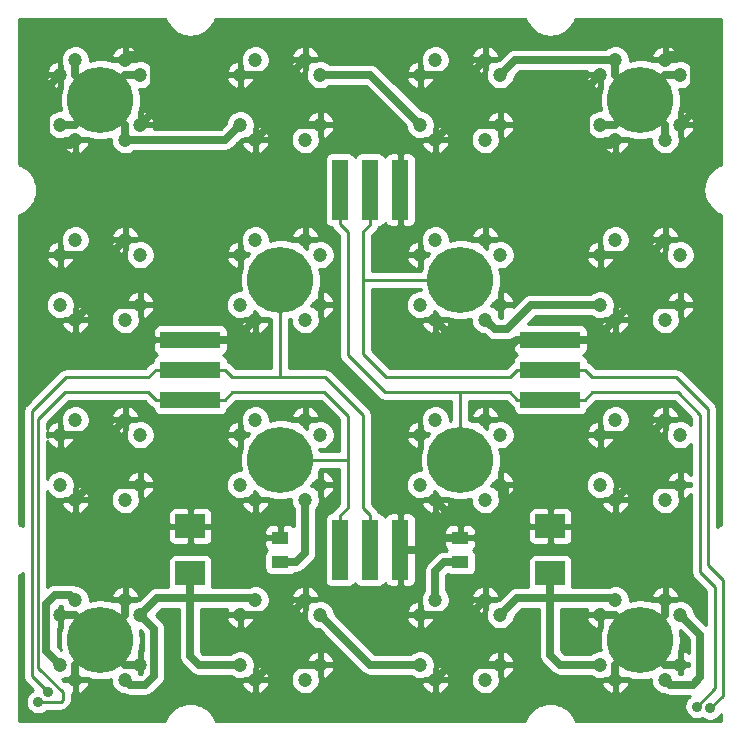
<source format=gbl>
G04 #@! TF.FileFunction,Copper,L2,Bot,Signal*
%FSLAX46Y46*%
G04 Gerber Fmt 4.6, Leading zero omitted, Abs format (unit mm)*
G04 Created by KiCad (PCBNEW 4.0.2-4+6225~38~ubuntu15.10.1-stable) date Tue Mar 22 22:05:39 2016*
%MOMM*%
G01*
G04 APERTURE LIST*
%ADD10C,0.254000*%
%ADD11R,1.422400X1.066800*%
%ADD12C,1.200000*%
%ADD13C,5.600000*%
%ADD14R,5.080000X1.397000*%
%ADD15C,1.397000*%
%ADD16R,1.397000X5.080000*%
%ADD17R,2.500000X2.000000*%
%ADD18C,0.889000*%
%ADD19C,0.635000*%
%ADD20C,0.250000*%
G04 APERTURE END LIST*
D10*
D11*
X38100000Y16256000D03*
X38100000Y14224000D03*
X22860000Y16256000D03*
X22860000Y14224000D03*
D12*
X55452944Y11005736D03*
X56725736Y9732944D03*
X40212944Y41485736D03*
X41485736Y40212944D03*
X56725736Y5507056D03*
X55452944Y4234264D03*
X51227056Y4234264D03*
X49954264Y5507056D03*
X41485736Y5507056D03*
X40212944Y4234264D03*
X35987056Y4234264D03*
X34714264Y5507056D03*
X26245736Y5507056D03*
X24972944Y4234264D03*
X20747056Y4234264D03*
X19474264Y5507056D03*
X11005736Y5507056D03*
X9732944Y4234264D03*
X5507056Y4234264D03*
X4234264Y5507056D03*
X4234264Y24972944D03*
X5507056Y26245736D03*
X4234264Y9732944D03*
X5507056Y11005736D03*
X5507056Y19474264D03*
X4234264Y20747056D03*
X5507056Y49954264D03*
X4234264Y51227056D03*
X4234264Y55452944D03*
X5507056Y56725736D03*
X9732944Y56725736D03*
X11005736Y55452944D03*
X11005736Y51227056D03*
X9732944Y49954264D03*
X9732944Y26245736D03*
X11005736Y24972944D03*
X11005736Y20747056D03*
X9732944Y19474264D03*
X9732944Y11005736D03*
X11005736Y9732944D03*
X19474264Y9732944D03*
X20747056Y11005736D03*
X19474264Y24972944D03*
X20747056Y26245736D03*
X20747056Y34714264D03*
X19474264Y35987056D03*
X19474264Y40212944D03*
X20747056Y41485736D03*
X19474264Y55452944D03*
X20747056Y56725736D03*
X24972944Y56725736D03*
X26245736Y55452944D03*
X26245736Y51227056D03*
X24972944Y49954264D03*
X24972944Y41485736D03*
X26245736Y40212944D03*
X26245736Y35987056D03*
X24972944Y34714264D03*
X24972944Y26245736D03*
X26245736Y24972944D03*
X26245736Y20747056D03*
X24972944Y19474264D03*
X24972944Y11005736D03*
X26245736Y9732944D03*
X34714264Y9732944D03*
X35987056Y11005736D03*
X35987056Y19474264D03*
X34714264Y20747056D03*
X34714264Y24972944D03*
X35987056Y26245736D03*
X35987056Y34714264D03*
X34714264Y35987056D03*
X35987056Y49954264D03*
X34714264Y51227056D03*
X34714264Y55452944D03*
X35987056Y56725736D03*
X40212944Y56725736D03*
X41485736Y55452944D03*
X41485736Y51227056D03*
X40212944Y49954264D03*
X41485736Y35987056D03*
X40212944Y34714264D03*
X40212944Y26245736D03*
X41485736Y24972944D03*
X41485736Y20747056D03*
X40212944Y19474264D03*
X40212944Y11005736D03*
X41485736Y9732944D03*
X49954264Y9732944D03*
X51227056Y11005736D03*
X51227056Y19474264D03*
X49954264Y20747056D03*
X49954264Y24972944D03*
X51227056Y26245736D03*
X51227056Y49954264D03*
X49954264Y51227056D03*
X49954264Y55452944D03*
X51227056Y56725736D03*
X55452944Y56725736D03*
X56725736Y55452944D03*
X56725736Y51227056D03*
X55452944Y49954264D03*
X55452944Y26245736D03*
X56725736Y24972944D03*
X56725736Y20747056D03*
X55452944Y19474264D03*
X5507056Y34714264D03*
X4234264Y35987056D03*
X4234264Y40212944D03*
X5507056Y41485736D03*
X9732944Y41485736D03*
X11005736Y40212944D03*
X11005736Y35987056D03*
X9732944Y34714264D03*
X20747056Y19474264D03*
X19474264Y20747056D03*
X34714264Y40212944D03*
X35987056Y41485736D03*
X51227056Y34714264D03*
X49954264Y35987056D03*
X49954264Y40212944D03*
X51227056Y41485736D03*
X55452944Y41485736D03*
X56725736Y40212944D03*
X56725736Y35987056D03*
X55452944Y34714264D03*
X20747056Y49954264D03*
X19474264Y51227056D03*
D13*
X53340000Y7620000D03*
X53340000Y53340000D03*
X38100000Y22860000D03*
X22860000Y22860000D03*
X7620000Y53340000D03*
X7620000Y7620000D03*
X22860000Y38100000D03*
X38100000Y38100000D03*
D14*
X45720000Y33020000D03*
X45720000Y30480000D03*
X45720000Y27940000D03*
D15*
X45720000Y33020000D03*
X45720000Y30480000D03*
X45720000Y27940000D03*
D16*
X33020000Y15240000D03*
X30480000Y15240000D03*
X27940000Y15240000D03*
D15*
X33020000Y15240000D03*
X30480000Y15240000D03*
X27940000Y15240000D03*
D16*
X27940000Y45720000D03*
X30480000Y45720000D03*
X33020000Y45720000D03*
D15*
X27940000Y45720000D03*
X30480000Y45720000D03*
X33020000Y45720000D03*
D14*
X15240000Y27940000D03*
X15240000Y30480000D03*
X15240000Y33020000D03*
D15*
X15240000Y27940000D03*
X15240000Y30480000D03*
X15240000Y33020000D03*
D17*
X15240000Y13240000D03*
X15240000Y17240000D03*
X45720000Y13240000D03*
X45720000Y17240000D03*
D18*
X2366780Y2366757D03*
X58141006Y1968460D03*
X3175008Y3192277D03*
X59275881Y1832313D03*
D10*
X15240000Y27940000D02*
X12319000Y27940000D01*
X12319000Y27940000D02*
X11684000Y28575000D01*
X11684000Y28575000D02*
X4650252Y28575000D01*
X4445000Y2540000D02*
X4271757Y2366757D01*
X4650252Y28575000D02*
X2364252Y26289000D01*
X2364252Y26289000D02*
X2364252Y5255748D01*
X2364252Y5255748D02*
X4445000Y3175000D01*
X4445000Y3175000D02*
X4445000Y2540000D01*
X4271757Y2366757D02*
X2366780Y2366757D01*
X22860000Y22860000D02*
X28575000Y22860000D01*
X18796000Y28575000D02*
X18161000Y27940000D01*
X26586564Y28575000D02*
X18796000Y28575000D01*
X28575000Y26586564D02*
X26586564Y28575000D01*
X18161000Y27940000D02*
X15240000Y27940000D01*
X28575000Y18796000D02*
X28575000Y22860000D01*
X28575000Y22860000D02*
X28575000Y26586564D01*
X27940000Y18161000D02*
X28575000Y18796000D01*
X27940000Y15240000D02*
X27940000Y18161000D01*
X40386000Y28575000D02*
X42291000Y28575000D01*
X42291000Y28575000D02*
X42926000Y27940000D01*
X58420000Y26670000D02*
X58420000Y13335000D01*
X59690000Y3517454D02*
X58141006Y1968460D01*
X59690000Y12065000D02*
X59690000Y3517454D01*
X58420000Y13335000D02*
X59690000Y12065000D01*
X45720000Y27940000D02*
X48641000Y27940000D01*
X48641000Y27940000D02*
X49276000Y28575000D01*
X49276000Y28575000D02*
X56515000Y28575000D01*
X56515000Y28575000D02*
X58420000Y26670000D01*
X28575000Y31750000D02*
X28575000Y42164000D01*
X38100000Y28575000D02*
X31750000Y28575000D01*
X31750000Y28575000D02*
X28575000Y31750000D01*
X40386000Y28575000D02*
X38100000Y28575000D01*
X38100000Y22860000D02*
X38100000Y28575000D01*
X45720000Y27940000D02*
X42926000Y27940000D01*
X28575000Y42164000D02*
X27940000Y42799000D01*
X27940000Y42799000D02*
X27940000Y45720000D01*
D19*
X45720000Y33020000D02*
X42926000Y33020000D01*
X38316320Y32385000D02*
X35987056Y34714264D01*
X42291000Y32385000D02*
X38316320Y32385000D01*
X42926000Y33020000D02*
X42291000Y32385000D01*
X45720000Y33020000D02*
X49532792Y33020000D01*
X49532792Y33020000D02*
X51227056Y34714264D01*
X38100000Y16256000D02*
X35941000Y16256000D01*
X34925000Y15240000D02*
X33020000Y15240000D01*
X35941000Y16256000D02*
X34925000Y15240000D01*
X15240000Y33020000D02*
X19052792Y33020000D01*
X19052792Y33020000D02*
X20747056Y34714264D01*
D10*
X33020000Y41910000D02*
X33020000Y45720000D01*
D19*
X26245736Y5507056D02*
X22019848Y5507056D01*
X22019848Y5507056D02*
X20747056Y4234264D01*
X19474264Y9732944D02*
X23700152Y9732944D01*
X23700152Y9732944D02*
X24972944Y11005736D01*
X41485736Y5507056D02*
X37259848Y5507056D01*
X37259848Y5507056D02*
X35987056Y4234264D01*
X34714264Y9732944D02*
X38940152Y9732944D01*
X38940152Y9732944D02*
X40212944Y11005736D01*
X56725736Y20747056D02*
X52499848Y20747056D01*
X52499848Y20747056D02*
X51227056Y19474264D01*
X49954264Y24972944D02*
X54180152Y24972944D01*
X54180152Y24972944D02*
X55452944Y26245736D01*
X11005736Y20747056D02*
X6779848Y20747056D01*
X6779848Y20747056D02*
X5507056Y19474264D01*
X4234264Y24972944D02*
X8460152Y24972944D01*
X8460152Y24972944D02*
X9732944Y26245736D01*
X56725736Y35987056D02*
X52499848Y35987056D01*
X52499848Y35987056D02*
X51227056Y34714264D01*
X49954264Y40212944D02*
X54180152Y40212944D01*
X54180152Y40212944D02*
X55452944Y41485736D01*
X11005736Y35987056D02*
X6779848Y35987056D01*
X6779848Y35987056D02*
X5507056Y34714264D01*
X4234264Y40212944D02*
X8460152Y40212944D01*
X8460152Y40212944D02*
X9732944Y41485736D01*
X41485736Y51227056D02*
X37259848Y51227056D01*
X37259848Y51227056D02*
X35987056Y49954264D01*
X34714264Y55452944D02*
X38940152Y55452944D01*
X38940152Y55452944D02*
X40212944Y56725736D01*
X26245736Y51227056D02*
X22019848Y51227056D01*
X22019848Y51227056D02*
X20747056Y49954264D01*
X19474264Y55452944D02*
X23700152Y55452944D01*
X23700152Y55452944D02*
X24972944Y56725736D01*
X11005736Y51227056D02*
X12177237Y52398557D01*
X12177237Y52398557D02*
X12177237Y56402763D01*
X12177237Y56402763D02*
X11430000Y57150000D01*
X11430000Y57150000D02*
X10157208Y57150000D01*
X10157208Y57150000D02*
X9732944Y56725736D01*
X4234264Y55452944D02*
X3062763Y54281443D01*
X3062763Y54281443D02*
X3062763Y50277237D01*
X3062763Y50277237D02*
X3810000Y49530000D01*
X3810000Y49530000D02*
X5082792Y49530000D01*
X5082792Y49530000D02*
X5507056Y49954264D01*
X56725736Y51227056D02*
X57897237Y52398557D01*
X57897237Y52398557D02*
X57897237Y56402763D01*
X57897237Y56402763D02*
X57150000Y57150000D01*
X57150000Y57150000D02*
X55877208Y57150000D01*
X55877208Y57150000D02*
X55452944Y56725736D01*
X49954264Y55452944D02*
X48782763Y54281443D01*
X48782763Y54281443D02*
X48782763Y50277237D01*
X48782763Y50277237D02*
X49530000Y49530000D01*
X49530000Y49530000D02*
X50802792Y49530000D01*
X50802792Y49530000D02*
X51227056Y49954264D01*
X9732944Y11005736D02*
X9732944Y9732944D01*
X9732944Y9732944D02*
X7620000Y7620000D01*
X5507056Y4234264D02*
X5507056Y5507056D01*
X5507056Y5507056D02*
X7620000Y7620000D01*
X51227056Y4234264D02*
X51227056Y5507056D01*
X51227056Y5507056D02*
X53340000Y7620000D01*
X55452944Y11005736D02*
X55452944Y9732944D01*
X55452944Y9732944D02*
X53340000Y7620000D01*
X56725736Y5507056D02*
X55452944Y5507056D01*
X55452944Y5507056D02*
X53340000Y7620000D01*
X49954264Y9732944D02*
X51227056Y9732944D01*
X51227056Y9732944D02*
X53340000Y7620000D01*
X11005736Y5507056D02*
X9732944Y5507056D01*
X9732944Y5507056D02*
X7620000Y7620000D01*
X4234264Y9732944D02*
X5507056Y9732944D01*
X5507056Y9732944D02*
X7620000Y7620000D01*
X41275000Y17780000D02*
X37681320Y17780000D01*
X37681320Y17780000D02*
X35987056Y19474264D01*
X41910000Y20307236D02*
X41371185Y20846051D01*
X41910000Y18415000D02*
X41910000Y20307236D01*
X41275000Y17780000D02*
X41910000Y18415000D01*
X49954264Y35987056D02*
X44115056Y35987056D01*
X41018208Y33909000D02*
X40212944Y34714264D01*
X42037000Y33909000D02*
X41018208Y33909000D01*
X44115056Y35987056D02*
X42037000Y33909000D01*
X19474264Y5507056D02*
X15955944Y5507056D01*
X15955944Y5507056D02*
X15240000Y6223000D01*
X15240000Y6223000D02*
X15240000Y11176000D01*
X45720000Y13240000D02*
X45720000Y11176000D01*
X15240000Y13240000D02*
X15240000Y11176000D01*
X45720000Y11176000D02*
X51056792Y11176000D01*
X51056792Y11176000D02*
X51227056Y11005736D01*
X46562944Y5507056D02*
X45720000Y6350000D01*
X45720000Y6350000D02*
X45720000Y11176000D01*
X49954264Y5507056D02*
X46562944Y5507056D01*
X15240000Y11176000D02*
X12448792Y11176000D01*
X12448792Y11176000D02*
X11005736Y9732944D01*
X34714264Y5507056D02*
X30471624Y5507056D01*
X30471624Y5507056D02*
X26245736Y9732944D01*
X51227056Y56725736D02*
X42758528Y56725736D01*
X42758528Y56725736D02*
X41485736Y55452944D01*
X26245736Y55452944D02*
X30488376Y55452944D01*
X30488376Y55452944D02*
X34714264Y51227056D01*
X9732944Y49954264D02*
X18201472Y49954264D01*
X18201472Y49954264D02*
X19474264Y51227056D01*
X45720000Y11176000D02*
X42928792Y11176000D01*
X42928792Y11176000D02*
X41485736Y9732944D01*
X35987056Y11005736D02*
X35987056Y13457256D01*
X35987056Y13457256D02*
X36753800Y14224000D01*
X36753800Y14224000D02*
X38100000Y14224000D01*
X24972944Y19474264D02*
X24972944Y14990744D01*
X24972944Y14990744D02*
X24206200Y14224000D01*
X24206200Y14224000D02*
X22860000Y14224000D01*
X15240000Y11176000D02*
X20576792Y11176000D01*
X20576792Y11176000D02*
X20747056Y11005736D01*
X49954264Y51227056D02*
X51227056Y51227056D01*
X51227056Y51227056D02*
X53340000Y53340000D01*
X55452944Y49954264D02*
X55452944Y51227056D01*
X55452944Y51227056D02*
X53340000Y53340000D01*
X56725736Y55452944D02*
X55452944Y55452944D01*
X55452944Y55452944D02*
X53340000Y53340000D01*
X51227056Y56725736D02*
X51227056Y55452944D01*
X51227056Y55452944D02*
X53340000Y53340000D01*
X9732944Y49954264D02*
X9732944Y51227056D01*
X9732944Y51227056D02*
X7620000Y53340000D01*
X11005736Y55452944D02*
X9732944Y55452944D01*
X9732944Y55452944D02*
X7620000Y53340000D01*
X5507056Y56725736D02*
X5507056Y55452944D01*
X5507056Y55452944D02*
X7620000Y53340000D01*
X4234264Y51227056D02*
X5507056Y51227056D01*
X5507056Y51227056D02*
X7620000Y53340000D01*
X56725736Y9732944D02*
X58420000Y8038680D01*
X58420000Y8038680D02*
X58420000Y4445000D01*
X58420000Y4445000D02*
X57785000Y3810000D01*
X57785000Y3810000D02*
X55877208Y3810000D01*
X55877208Y3810000D02*
X55452944Y4234264D01*
X11005736Y9732944D02*
X12177237Y8561443D01*
X11430000Y3810000D02*
X10157208Y3810000D01*
X12177237Y4557237D02*
X11430000Y3810000D01*
X12177237Y8561443D02*
X12177237Y4557237D01*
X10157208Y3810000D02*
X9732944Y4234264D01*
X4234264Y5507056D02*
X3062763Y6678557D01*
X3062763Y6678557D02*
X3062763Y10682763D01*
X3062763Y10682763D02*
X3810000Y11430000D01*
X3810000Y11430000D02*
X5080000Y11430000D01*
X5080000Y11430000D02*
X5504264Y11005736D01*
X5504264Y11005736D02*
X5507056Y11005736D01*
D10*
X15240000Y30480000D02*
X12319000Y30480000D01*
X11684000Y29845000D02*
X4699000Y29845000D01*
X12319000Y30480000D02*
X11684000Y29845000D01*
X1856241Y4511044D02*
X3175008Y3192277D01*
X4699000Y29845000D02*
X1856241Y27002241D01*
X1856241Y27002241D02*
X1856241Y4511044D01*
X30480000Y15240000D02*
X30480000Y18161000D01*
X29845000Y18796000D02*
X29845000Y26670000D01*
X30480000Y18161000D02*
X29845000Y18796000D01*
X22860000Y29845000D02*
X26670000Y29845000D01*
X26670000Y29845000D02*
X29845000Y26670000D01*
X18796000Y29845000D02*
X22860000Y29845000D01*
X22860000Y38100000D02*
X22860000Y29845000D01*
X15240000Y30480000D02*
X18161000Y30480000D01*
X18161000Y30480000D02*
X18796000Y29845000D01*
X45720000Y30480000D02*
X42926000Y30480000D01*
X42926000Y30480000D02*
X42291000Y29845000D01*
X59055000Y27178011D02*
X59055000Y13970000D01*
X60325000Y2881432D02*
X59275881Y1832313D01*
X60325000Y12700000D02*
X60325000Y2881432D01*
X59055000Y13970000D02*
X60325000Y12700000D01*
X45720000Y30480000D02*
X48641000Y30480000D01*
X49276000Y29845000D02*
X56388011Y29845000D01*
X48641000Y30480000D02*
X49276000Y29845000D01*
X56388011Y29845000D02*
X59055000Y27178011D01*
X31833436Y29845000D02*
X42291000Y29845000D01*
X29845000Y38100000D02*
X29845000Y31833436D01*
X29845000Y31833436D02*
X31833436Y29845000D01*
X29845000Y42164000D02*
X29845000Y38100000D01*
X38100000Y38100000D02*
X29845000Y38100000D01*
X30480000Y45720000D02*
X30480000Y42799000D01*
X30480000Y42799000D02*
X29845000Y42164000D01*
D20*
G36*
X13116712Y60147052D02*
X13143123Y60084222D01*
X13168655Y60021028D01*
X13173585Y60011757D01*
X13315051Y59750121D01*
X13353138Y59693655D01*
X13390483Y59636585D01*
X13397120Y59628448D01*
X13586710Y59399273D01*
X13635068Y59351251D01*
X13682761Y59302548D01*
X13690851Y59295855D01*
X13921346Y59107869D01*
X13978111Y59070154D01*
X14034353Y59031645D01*
X14043589Y59026651D01*
X14306207Y58887015D01*
X14369197Y58861053D01*
X14431865Y58834193D01*
X14441896Y58831088D01*
X14726634Y58745120D01*
X14793464Y58731887D01*
X14860163Y58717710D01*
X14870603Y58716613D01*
X14870605Y58716613D01*
X15166618Y58687589D01*
X15199460Y58687589D01*
X15232115Y58684041D01*
X15242615Y58684005D01*
X15253254Y58684042D01*
X15285939Y58687361D01*
X15318794Y58687132D01*
X15329244Y58688156D01*
X15625047Y58719246D01*
X15691792Y58732947D01*
X15758765Y58745723D01*
X15768817Y58748758D01*
X16052948Y58836712D01*
X16115778Y58863123D01*
X16178972Y58888655D01*
X16188243Y58893585D01*
X16449879Y59035051D01*
X16506345Y59073138D01*
X16563415Y59110483D01*
X16571552Y59117120D01*
X16800727Y59306710D01*
X16848749Y59355068D01*
X16897452Y59402761D01*
X16904145Y59410851D01*
X17092131Y59641346D01*
X17129846Y59698111D01*
X17168355Y59754353D01*
X17173349Y59763589D01*
X17312985Y60026207D01*
X17338947Y60089197D01*
X17365807Y60151865D01*
X17368912Y60161896D01*
X17382832Y60208000D01*
X43577845Y60208000D01*
X43596712Y60147052D01*
X43623123Y60084222D01*
X43648655Y60021028D01*
X43653585Y60011757D01*
X43795051Y59750121D01*
X43833138Y59693655D01*
X43870483Y59636585D01*
X43877120Y59628448D01*
X44066710Y59399273D01*
X44115068Y59351251D01*
X44162761Y59302548D01*
X44170851Y59295855D01*
X44401346Y59107869D01*
X44458111Y59070154D01*
X44514353Y59031645D01*
X44523589Y59026651D01*
X44786207Y58887015D01*
X44849197Y58861053D01*
X44911865Y58834193D01*
X44921896Y58831088D01*
X45206634Y58745120D01*
X45273464Y58731887D01*
X45340163Y58717710D01*
X45350603Y58716613D01*
X45350605Y58716613D01*
X45646618Y58687589D01*
X45679460Y58687589D01*
X45712115Y58684041D01*
X45722615Y58684005D01*
X45733254Y58684042D01*
X45765939Y58687361D01*
X45798794Y58687132D01*
X45809244Y58688156D01*
X46105047Y58719246D01*
X46171792Y58732947D01*
X46238765Y58745723D01*
X46248817Y58748758D01*
X46532948Y58836712D01*
X46595778Y58863123D01*
X46658972Y58888655D01*
X46668243Y58893585D01*
X46929879Y59035051D01*
X46986345Y59073138D01*
X47043415Y59110483D01*
X47051552Y59117120D01*
X47280727Y59306710D01*
X47328749Y59355068D01*
X47377452Y59402761D01*
X47384145Y59410851D01*
X47572131Y59641346D01*
X47609846Y59698111D01*
X47648355Y59754353D01*
X47653349Y59763589D01*
X47792985Y60026207D01*
X47818947Y60089197D01*
X47845807Y60151865D01*
X47848912Y60161896D01*
X47862832Y60208000D01*
X60208000Y60208000D01*
X60208000Y47862155D01*
X60147052Y47843288D01*
X60084214Y47816873D01*
X60021027Y47791344D01*
X60011756Y47786415D01*
X59750121Y47644949D01*
X59693655Y47606862D01*
X59636585Y47569517D01*
X59628448Y47562880D01*
X59399272Y47373290D01*
X59351268Y47324949D01*
X59302548Y47277240D01*
X59295856Y47269149D01*
X59107869Y47038655D01*
X59070142Y46981871D01*
X59031645Y46925647D01*
X59026651Y46916411D01*
X58887015Y46653793D01*
X58861058Y46590815D01*
X58834193Y46528135D01*
X58831088Y46518104D01*
X58745120Y46233366D01*
X58731885Y46166523D01*
X58717710Y46099837D01*
X58716613Y46089394D01*
X58687589Y45793382D01*
X58687589Y45760540D01*
X58684041Y45727885D01*
X58684005Y45717385D01*
X58684042Y45706746D01*
X58687361Y45674061D01*
X58687132Y45641206D01*
X58688156Y45630756D01*
X58719246Y45334953D01*
X58732947Y45268208D01*
X58745723Y45201235D01*
X58748758Y45191183D01*
X58836712Y44907052D01*
X58863123Y44844222D01*
X58888655Y44781028D01*
X58893585Y44771757D01*
X59035051Y44510121D01*
X59073138Y44453655D01*
X59110483Y44396585D01*
X59117120Y44388448D01*
X59306710Y44159273D01*
X59355068Y44111251D01*
X59402761Y44062548D01*
X59410851Y44055855D01*
X59641346Y43867869D01*
X59698111Y43830154D01*
X59754353Y43791645D01*
X59763589Y43786651D01*
X60026207Y43647015D01*
X60089197Y43621053D01*
X60151865Y43594193D01*
X60161896Y43591088D01*
X60208000Y43577168D01*
X60208000Y17382155D01*
X60147052Y17363288D01*
X60084214Y17336873D01*
X60021027Y17311344D01*
X60011756Y17306415D01*
X59807000Y17195703D01*
X59807000Y27178011D01*
X59800222Y27247137D01*
X59794167Y27316342D01*
X59793064Y27320139D01*
X59792678Y27324075D01*
X59772591Y27390606D01*
X59753221Y27457280D01*
X59751403Y27460788D01*
X59750259Y27464576D01*
X59717646Y27525912D01*
X59685681Y27587579D01*
X59683213Y27590671D01*
X59681357Y27594161D01*
X59637469Y27647973D01*
X59594117Y27702279D01*
X59588691Y27707781D01*
X59588597Y27707896D01*
X59588490Y27707984D01*
X59586744Y27709755D01*
X56919755Y30376744D01*
X56866089Y30420826D01*
X56812866Y30465485D01*
X56809400Y30467390D01*
X56806345Y30469900D01*
X56745136Y30502720D01*
X56684255Y30536190D01*
X56680485Y30537386D01*
X56677001Y30539254D01*
X56610577Y30559562D01*
X56544361Y30580567D01*
X56540432Y30581008D01*
X56536650Y30582164D01*
X56467572Y30589180D01*
X56398511Y30596927D01*
X56390776Y30596981D01*
X56390636Y30596995D01*
X56390505Y30596983D01*
X56388011Y30597000D01*
X49587489Y30597000D01*
X49172744Y31011744D01*
X49119078Y31055826D01*
X49065855Y31100485D01*
X49062389Y31102390D01*
X49059334Y31104900D01*
X48998125Y31137720D01*
X48937244Y31171190D01*
X48933474Y31172386D01*
X48929990Y31174254D01*
X48887322Y31187299D01*
X48880087Y31278029D01*
X48827809Y31446841D01*
X48730571Y31594405D01*
X48596073Y31709037D01*
X48509165Y31748212D01*
X48556049Y31767632D01*
X48658414Y31836031D01*
X48745469Y31923086D01*
X48813868Y32025452D01*
X48860982Y32139194D01*
X48885000Y32259943D01*
X48885000Y32738750D01*
X48728750Y32895000D01*
X47039325Y32895000D01*
X47047903Y33092923D01*
X47039871Y33145000D01*
X48728750Y33145000D01*
X48885000Y33301250D01*
X48885000Y33780057D01*
X48860982Y33900806D01*
X48813868Y34014548D01*
X48745469Y34116914D01*
X48658414Y34203969D01*
X48556049Y34272368D01*
X48442306Y34319482D01*
X48321557Y34343500D01*
X46001250Y34343500D01*
X45977314Y34319564D01*
X45907539Y34336614D01*
X45845002Y34339324D01*
X45845002Y34343500D01*
X45748664Y34343500D01*
X45647077Y34347903D01*
X45618531Y34343500D01*
X45594998Y34343500D01*
X45594998Y34339870D01*
X45462774Y34319476D01*
X45438750Y34343500D01*
X43804396Y34343500D01*
X43860135Y34399239D01*
X50037123Y34399239D01*
X50121446Y34173148D01*
X50248256Y33967852D01*
X50412681Y33791240D01*
X50608402Y33650099D01*
X50827898Y33549853D01*
X50912031Y33524331D01*
X51102056Y33646881D01*
X51102056Y34589264D01*
X51352056Y34589264D01*
X51352056Y33646881D01*
X51542081Y33524331D01*
X51768172Y33608654D01*
X51973468Y33735464D01*
X52150080Y33899889D01*
X52291221Y34095610D01*
X52391467Y34315106D01*
X52416989Y34399239D01*
X52294439Y34589264D01*
X51352056Y34589264D01*
X51102056Y34589264D01*
X50159673Y34589264D01*
X50037123Y34399239D01*
X43860135Y34399239D01*
X44072159Y34611263D01*
X54226334Y34611263D01*
X54269701Y34374975D01*
X54358137Y34151610D01*
X54488275Y33949676D01*
X54655156Y33776866D01*
X54852424Y33639761D01*
X55072567Y33543583D01*
X55307197Y33491996D01*
X55547380Y33486965D01*
X55783965Y33528681D01*
X56007941Y33615556D01*
X56210778Y33744280D01*
X56384750Y33909951D01*
X56523229Y34106258D01*
X56620941Y34325723D01*
X56674165Y34559988D01*
X56677996Y34834381D01*
X56631334Y35070041D01*
X56600736Y35144278D01*
X56600736Y35685277D01*
X56711595Y35796136D01*
X56645675Y35862056D01*
X56850736Y35862056D01*
X56850736Y34919673D01*
X57040761Y34797123D01*
X57266852Y34881446D01*
X57472148Y35008256D01*
X57648760Y35172681D01*
X57789901Y35368402D01*
X57890147Y35587898D01*
X57915669Y35672031D01*
X57793119Y35862056D01*
X56850736Y35862056D01*
X56645675Y35862056D01*
X56534816Y35972915D01*
X56423957Y35862056D01*
X55883753Y35862056D01*
X55816939Y35890142D01*
X55581611Y35938448D01*
X55341382Y35940125D01*
X55105402Y35895109D01*
X54882660Y35805116D01*
X54681640Y35673572D01*
X54509999Y35505489D01*
X54374274Y35307268D01*
X54279636Y35086459D01*
X54229688Y34851474D01*
X54226334Y34611263D01*
X44072159Y34611263D01*
X44505452Y35044556D01*
X49163817Y35044556D01*
X49353744Y34912553D01*
X49573887Y34816375D01*
X49808517Y34764788D01*
X50048700Y34759757D01*
X50285285Y34801473D01*
X50382716Y34839264D01*
X50925277Y34839264D01*
X51036136Y34728405D01*
X51212915Y34905184D01*
X51102056Y35016043D01*
X51102056Y35553134D01*
X51122261Y35598515D01*
X51163867Y35781647D01*
X51352056Y35781647D01*
X51352056Y34839264D01*
X52294439Y34839264D01*
X52416989Y35029289D01*
X52332666Y35255380D01*
X52205856Y35460676D01*
X52041431Y35637288D01*
X51845710Y35778429D01*
X51626214Y35878675D01*
X51542081Y35904197D01*
X51352056Y35781647D01*
X51163867Y35781647D01*
X51175485Y35832780D01*
X51179316Y36107173D01*
X51140724Y36302081D01*
X55535803Y36302081D01*
X55658353Y36112056D01*
X56600736Y36112056D01*
X56600736Y37054439D01*
X56850736Y37054439D01*
X56850736Y36112056D01*
X57793119Y36112056D01*
X57915669Y36302081D01*
X57831346Y36528172D01*
X57704536Y36733468D01*
X57540111Y36910080D01*
X57344390Y37051221D01*
X57124894Y37151467D01*
X57040761Y37176989D01*
X56850736Y37054439D01*
X56600736Y37054439D01*
X56410711Y37176989D01*
X56184620Y37092666D01*
X55979324Y36965856D01*
X55802712Y36801431D01*
X55661571Y36605710D01*
X55561325Y36386214D01*
X55535803Y36302081D01*
X51140724Y36302081D01*
X51132654Y36342833D01*
X51041108Y36564941D01*
X50908164Y36765038D01*
X50738886Y36935502D01*
X50539723Y37069839D01*
X50318259Y37162934D01*
X50082931Y37211240D01*
X49842702Y37212917D01*
X49606722Y37167901D01*
X49383980Y37077908D01*
X49182960Y36946364D01*
X49165796Y36929556D01*
X44115056Y36929556D01*
X44028421Y36921061D01*
X43941682Y36913472D01*
X43936925Y36912090D01*
X43931990Y36911606D01*
X43848614Y36886434D01*
X43765042Y36862154D01*
X43760644Y36859874D01*
X43755897Y36858441D01*
X43679004Y36817556D01*
X43601734Y36777503D01*
X43597861Y36774411D01*
X43593484Y36772084D01*
X43526003Y36717048D01*
X43457978Y36662744D01*
X43451081Y36655942D01*
X43450938Y36655826D01*
X43450829Y36655694D01*
X43448608Y36653504D01*
X42593910Y35798806D01*
X42553119Y35862056D01*
X41787515Y35862056D01*
X41676656Y35972915D01*
X41499877Y35796136D01*
X41610736Y35685277D01*
X41610736Y34919673D01*
X41673986Y34878882D01*
X41646604Y34851500D01*
X41434606Y34851500D01*
X41391334Y35070041D01*
X41360736Y35144278D01*
X41360736Y35685277D01*
X41471595Y35796136D01*
X41294816Y35972915D01*
X41183957Y35862056D01*
X40712907Y35862056D01*
X40889262Y36112056D01*
X41183957Y36112056D01*
X41294816Y36001197D01*
X41471595Y36177976D01*
X41360736Y36288835D01*
X41360736Y37002690D01*
X41365625Y37013671D01*
X41374887Y37054439D01*
X41610736Y37054439D01*
X41610736Y36112056D01*
X42553119Y36112056D01*
X42675669Y36302081D01*
X42591346Y36528172D01*
X42464536Y36733468D01*
X42300111Y36910080D01*
X42104390Y37051221D01*
X41884894Y37151467D01*
X41800761Y37176989D01*
X41610736Y37054439D01*
X41374887Y37054439D01*
X41514434Y37668657D01*
X41525147Y38435839D01*
X41415600Y38989092D01*
X41580172Y38985645D01*
X41816757Y39027361D01*
X42040733Y39114236D01*
X42243570Y39242960D01*
X42417542Y39408631D01*
X42556021Y39604938D01*
X42653733Y39824403D01*
X42670435Y39897919D01*
X48764331Y39897919D01*
X48848654Y39671828D01*
X48975464Y39466532D01*
X49139889Y39289920D01*
X49335610Y39148779D01*
X49555106Y39048533D01*
X49639239Y39023011D01*
X49829264Y39145561D01*
X49829264Y40087944D01*
X50079264Y40087944D01*
X50079264Y39145561D01*
X50269289Y39023011D01*
X50495380Y39107334D01*
X50700676Y39234144D01*
X50877288Y39398569D01*
X51018429Y39594290D01*
X51118675Y39813786D01*
X51144197Y39897919D01*
X51021647Y40087944D01*
X50079264Y40087944D01*
X49829264Y40087944D01*
X48886881Y40087944D01*
X48764331Y39897919D01*
X42670435Y39897919D01*
X42706957Y40058668D01*
X42710788Y40333061D01*
X42672196Y40527969D01*
X48764331Y40527969D01*
X48886881Y40337944D01*
X49829264Y40337944D01*
X49829264Y40403864D01*
X49968405Y40403864D01*
X50145184Y40227085D01*
X50256043Y40337944D01*
X50794288Y40337944D01*
X50846679Y40315055D01*
X51081309Y40263468D01*
X51321492Y40258437D01*
X51558077Y40300153D01*
X51782053Y40387028D01*
X51984890Y40515752D01*
X52158862Y40681423D01*
X52297341Y40877730D01*
X52395053Y41097195D01*
X52411755Y41170711D01*
X54263011Y41170711D01*
X54347334Y40944620D01*
X54474144Y40739324D01*
X54638569Y40562712D01*
X54834290Y40421571D01*
X55053786Y40321325D01*
X55137919Y40295803D01*
X55327944Y40418353D01*
X55327944Y41294816D01*
X55467085Y41294816D01*
X55577944Y41183957D01*
X55577944Y40644673D01*
X55552428Y40585139D01*
X55502480Y40350154D01*
X55499126Y40109943D01*
X55542493Y39873655D01*
X55630929Y39650290D01*
X55761067Y39448356D01*
X55927948Y39275546D01*
X56125216Y39138441D01*
X56345359Y39042263D01*
X56579989Y38990676D01*
X56820172Y38985645D01*
X57056757Y39027361D01*
X57280733Y39114236D01*
X57483570Y39242960D01*
X57657542Y39408631D01*
X57796021Y39604938D01*
X57893733Y39824403D01*
X57946957Y40058668D01*
X57950788Y40333061D01*
X57904126Y40568721D01*
X57812580Y40790829D01*
X57679636Y40990926D01*
X57510358Y41161390D01*
X57311195Y41295727D01*
X57089731Y41388822D01*
X56854403Y41437128D01*
X56614174Y41438805D01*
X56378194Y41393789D01*
X56296384Y41360736D01*
X55754723Y41360736D01*
X55643864Y41471595D01*
X55467085Y41294816D01*
X55327944Y41294816D01*
X55327944Y41360736D01*
X54385561Y41360736D01*
X54263011Y41170711D01*
X52411755Y41170711D01*
X52448277Y41331460D01*
X52452108Y41605853D01*
X52413516Y41800761D01*
X54263011Y41800761D01*
X54385561Y41610736D01*
X55327944Y41610736D01*
X55327944Y42553119D01*
X55577944Y42553119D01*
X55577944Y41610736D01*
X56520327Y41610736D01*
X56642877Y41800761D01*
X56558554Y42026852D01*
X56431744Y42232148D01*
X56267319Y42408760D01*
X56071598Y42549901D01*
X55852102Y42650147D01*
X55767969Y42675669D01*
X55577944Y42553119D01*
X55327944Y42553119D01*
X55137919Y42675669D01*
X54911828Y42591346D01*
X54706532Y42464536D01*
X54529920Y42300111D01*
X54388779Y42104390D01*
X54288533Y41884894D01*
X54263011Y41800761D01*
X52413516Y41800761D01*
X52405446Y41841513D01*
X52313900Y42063621D01*
X52180956Y42263718D01*
X52011678Y42434182D01*
X51812515Y42568519D01*
X51591051Y42661614D01*
X51355723Y42709920D01*
X51115494Y42711597D01*
X50879514Y42666581D01*
X50656772Y42576588D01*
X50455752Y42445044D01*
X50284111Y42276961D01*
X50148386Y42078740D01*
X50053748Y41857931D01*
X50003800Y41622946D01*
X50000446Y41382735D01*
X50043813Y41146447D01*
X50079264Y41056908D01*
X50079264Y40514723D01*
X49968405Y40403864D01*
X49829264Y40403864D01*
X49829264Y41280327D01*
X49639239Y41402877D01*
X49413148Y41318554D01*
X49207852Y41191744D01*
X49031240Y41027319D01*
X48890099Y40831598D01*
X48789853Y40612102D01*
X48764331Y40527969D01*
X42672196Y40527969D01*
X42664126Y40568721D01*
X42572580Y40790829D01*
X42439636Y40990926D01*
X42270358Y41161390D01*
X42071195Y41295727D01*
X41849731Y41388822D01*
X41614403Y41437128D01*
X41374174Y41438805D01*
X41138194Y41393789D01*
X41056384Y41360736D01*
X40514723Y41360736D01*
X40403864Y41471595D01*
X40227085Y41294816D01*
X40337944Y41183957D01*
X40337944Y40707264D01*
X40293741Y40751777D01*
X40087944Y40890589D01*
X40087944Y41183957D01*
X40198803Y41294816D01*
X40022024Y41471595D01*
X39911165Y41360736D01*
X39181748Y41360736D01*
X39117701Y41387659D01*
X38459742Y41522719D01*
X37788081Y41527408D01*
X37209472Y41417032D01*
X37212108Y41605853D01*
X37173516Y41800761D01*
X39023011Y41800761D01*
X39145561Y41610736D01*
X40087944Y41610736D01*
X40087944Y42553119D01*
X40337944Y42553119D01*
X40337944Y41610736D01*
X41280327Y41610736D01*
X41402877Y41800761D01*
X41318554Y42026852D01*
X41191744Y42232148D01*
X41027319Y42408760D01*
X40831598Y42549901D01*
X40612102Y42650147D01*
X40527969Y42675669D01*
X40337944Y42553119D01*
X40087944Y42553119D01*
X39897919Y42675669D01*
X39671828Y42591346D01*
X39466532Y42464536D01*
X39289920Y42300111D01*
X39148779Y42104390D01*
X39048533Y41884894D01*
X39023011Y41800761D01*
X37173516Y41800761D01*
X37165446Y41841513D01*
X37073900Y42063621D01*
X36940956Y42263718D01*
X36771678Y42434182D01*
X36572515Y42568519D01*
X36351051Y42661614D01*
X36115723Y42709920D01*
X35875494Y42711597D01*
X35639514Y42666581D01*
X35416772Y42576588D01*
X35215752Y42445044D01*
X35044111Y42276961D01*
X34908386Y42078740D01*
X34813748Y41857931D01*
X34763800Y41622946D01*
X34760446Y41382735D01*
X34803813Y41146447D01*
X34839264Y41056908D01*
X34839264Y40514723D01*
X34728405Y40403864D01*
X34905184Y40227085D01*
X35016043Y40337944D01*
X35489892Y40337944D01*
X35463603Y40312200D01*
X35310052Y40087944D01*
X35016043Y40087944D01*
X34905184Y40198803D01*
X34728405Y40022024D01*
X34839264Y39911165D01*
X34839264Y39186680D01*
X34819526Y39140628D01*
X34758176Y38852000D01*
X30597000Y38852000D01*
X30597000Y39897919D01*
X33524331Y39897919D01*
X33608654Y39671828D01*
X33735464Y39466532D01*
X33899889Y39289920D01*
X34095610Y39148779D01*
X34315106Y39048533D01*
X34399239Y39023011D01*
X34589264Y39145561D01*
X34589264Y40087944D01*
X33646881Y40087944D01*
X33524331Y39897919D01*
X30597000Y39897919D01*
X30597000Y40527969D01*
X33524331Y40527969D01*
X33646881Y40337944D01*
X34589264Y40337944D01*
X34589264Y41280327D01*
X34399239Y41402877D01*
X34173148Y41318554D01*
X33967852Y41191744D01*
X33791240Y41027319D01*
X33650099Y40831598D01*
X33549853Y40612102D01*
X33524331Y40527969D01*
X30597000Y40527969D01*
X30597000Y41852512D01*
X31011745Y42267256D01*
X31055851Y42320952D01*
X31100485Y42374145D01*
X31102390Y42377610D01*
X31104900Y42380666D01*
X31137739Y42441910D01*
X31171190Y42502756D01*
X31172385Y42506522D01*
X31174255Y42510010D01*
X31187300Y42552678D01*
X31278029Y42559913D01*
X31446841Y42612191D01*
X31594405Y42709429D01*
X31709037Y42843927D01*
X31748212Y42930835D01*
X31767632Y42883951D01*
X31836031Y42781586D01*
X31923086Y42694531D01*
X32025452Y42626132D01*
X32139194Y42579018D01*
X32259943Y42555000D01*
X32738750Y42555000D01*
X32895000Y42711250D01*
X32895000Y44400675D01*
X33092923Y44392097D01*
X33145000Y44400129D01*
X33145000Y42711250D01*
X33301250Y42555000D01*
X33780057Y42555000D01*
X33900806Y42579018D01*
X34014548Y42626132D01*
X34116914Y42694531D01*
X34203969Y42781586D01*
X34272368Y42883951D01*
X34319482Y42997694D01*
X34343500Y43118443D01*
X34343500Y45438750D01*
X34319564Y45462686D01*
X34336614Y45532461D01*
X34339324Y45594998D01*
X34343500Y45594998D01*
X34343500Y45691336D01*
X34347903Y45792923D01*
X34343500Y45821469D01*
X34343500Y45845002D01*
X34339870Y45845002D01*
X34319476Y45977226D01*
X34343500Y46001250D01*
X34343500Y48321557D01*
X34319482Y48442306D01*
X34272368Y48556049D01*
X34203969Y48658414D01*
X34116914Y48745469D01*
X34014548Y48813868D01*
X33900806Y48860982D01*
X33780057Y48885000D01*
X33301250Y48885000D01*
X33145000Y48728750D01*
X33145000Y47039325D01*
X32947077Y47047903D01*
X32895000Y47039871D01*
X32895000Y48728750D01*
X32738750Y48885000D01*
X32259943Y48885000D01*
X32139194Y48860982D01*
X32025452Y48813868D01*
X31923086Y48745469D01*
X31836031Y48658414D01*
X31767632Y48556049D01*
X31750521Y48514740D01*
X31746309Y48528341D01*
X31649071Y48675905D01*
X31514573Y48790537D01*
X31353463Y48863160D01*
X31178500Y48888024D01*
X29781500Y48888024D01*
X29681971Y48880087D01*
X29513159Y48827809D01*
X29365595Y48730571D01*
X29250963Y48596073D01*
X29212060Y48509769D01*
X29206309Y48528341D01*
X29109071Y48675905D01*
X28974573Y48790537D01*
X28813463Y48863160D01*
X28638500Y48888024D01*
X27241500Y48888024D01*
X27141971Y48880087D01*
X26973159Y48827809D01*
X26825595Y48730571D01*
X26710963Y48596073D01*
X26638340Y48434963D01*
X26613476Y48260000D01*
X26613476Y43180000D01*
X26621413Y43080471D01*
X26673691Y42911659D01*
X26770929Y42764095D01*
X26905427Y42649463D01*
X27066537Y42576840D01*
X27232020Y42553323D01*
X27241779Y42519731D01*
X27243597Y42516223D01*
X27244741Y42512435D01*
X27277354Y42451099D01*
X27309319Y42389432D01*
X27311787Y42386340D01*
X27313643Y42382850D01*
X27357531Y42329038D01*
X27400883Y42274732D01*
X27406309Y42269230D01*
X27406403Y42269115D01*
X27406510Y42269027D01*
X27408256Y42267256D01*
X27823000Y41852511D01*
X27823000Y31750000D01*
X27829778Y31680874D01*
X27835833Y31611669D01*
X27836936Y31607872D01*
X27837322Y31603936D01*
X27857409Y31537405D01*
X27876779Y31470731D01*
X27878597Y31467223D01*
X27879741Y31463435D01*
X27912354Y31402099D01*
X27944319Y31340432D01*
X27946787Y31337340D01*
X27948643Y31333850D01*
X27992531Y31280038D01*
X28035883Y31225732D01*
X28041309Y31220230D01*
X28041403Y31220115D01*
X28041510Y31220027D01*
X28043256Y31218256D01*
X31218256Y28043256D01*
X31271922Y27999174D01*
X31325145Y27954515D01*
X31328611Y27952610D01*
X31331666Y27950100D01*
X31392875Y27917280D01*
X31453756Y27883810D01*
X31457526Y27882614D01*
X31461010Y27880746D01*
X31527434Y27860438D01*
X31593650Y27839433D01*
X31597579Y27838992D01*
X31601361Y27837836D01*
X31670439Y27830820D01*
X31739500Y27823073D01*
X31747235Y27823019D01*
X31747375Y27823005D01*
X31747506Y27823017D01*
X31750000Y27823000D01*
X37348000Y27823000D01*
X37348000Y26203458D01*
X37209472Y26177032D01*
X37212108Y26365853D01*
X37165446Y26601513D01*
X37073900Y26823621D01*
X36940956Y27023718D01*
X36771678Y27194182D01*
X36572515Y27328519D01*
X36351051Y27421614D01*
X36115723Y27469920D01*
X35875494Y27471597D01*
X35639514Y27426581D01*
X35416772Y27336588D01*
X35215752Y27205044D01*
X35044111Y27036961D01*
X34908386Y26838740D01*
X34813748Y26617931D01*
X34763800Y26382946D01*
X34760446Y26142735D01*
X34803813Y25906447D01*
X34839264Y25816908D01*
X34839264Y25274723D01*
X34728405Y25163864D01*
X34905184Y24987085D01*
X35016043Y25097944D01*
X35489892Y25097944D01*
X35463603Y25072200D01*
X35310052Y24847944D01*
X35016043Y24847944D01*
X34905184Y24958803D01*
X34728405Y24782024D01*
X34839264Y24671165D01*
X34839264Y23946680D01*
X34819526Y23900628D01*
X34679876Y23243628D01*
X34670498Y22572017D01*
X34780682Y21971675D01*
X34602702Y21972917D01*
X34366722Y21927901D01*
X34143980Y21837908D01*
X33942960Y21706364D01*
X33771319Y21538281D01*
X33635594Y21340060D01*
X33540956Y21119251D01*
X33491008Y20884266D01*
X33487654Y20644055D01*
X33531021Y20407767D01*
X33619457Y20184402D01*
X33749595Y19982468D01*
X33916476Y19809658D01*
X34113744Y19672553D01*
X34333887Y19576375D01*
X34568517Y19524788D01*
X34808700Y19519757D01*
X35045285Y19561473D01*
X35142716Y19599264D01*
X35685277Y19599264D01*
X35796136Y19488405D01*
X35972915Y19665184D01*
X35862056Y19776043D01*
X35862056Y20246767D01*
X35869449Y20239111D01*
X36112056Y20070495D01*
X36112056Y19776043D01*
X36001197Y19665184D01*
X36177976Y19488405D01*
X36288835Y19599264D01*
X37008130Y19599264D01*
X37036496Y19586871D01*
X37692504Y19442638D01*
X38364034Y19428571D01*
X38988672Y19538712D01*
X38986334Y19371263D01*
X39029701Y19134975D01*
X39118137Y18911610D01*
X39248275Y18709676D01*
X39415156Y18536866D01*
X39612424Y18399761D01*
X39832567Y18303583D01*
X40067197Y18251996D01*
X40307380Y18246965D01*
X40543965Y18288681D01*
X40577161Y18301557D01*
X43845000Y18301557D01*
X43845000Y17521250D01*
X44001250Y17365000D01*
X45595000Y17365000D01*
X45595000Y18708750D01*
X45845000Y18708750D01*
X45845000Y17365000D01*
X47438750Y17365000D01*
X47595000Y17521250D01*
X47595000Y18301557D01*
X47570982Y18422306D01*
X47523868Y18536048D01*
X47455469Y18638414D01*
X47368414Y18725469D01*
X47266049Y18793868D01*
X47152306Y18840982D01*
X47031557Y18865000D01*
X46001250Y18865000D01*
X45845000Y18708750D01*
X45595000Y18708750D01*
X45438750Y18865000D01*
X44408443Y18865000D01*
X44287694Y18840982D01*
X44173951Y18793868D01*
X44071586Y18725469D01*
X43984531Y18638414D01*
X43916132Y18536048D01*
X43869018Y18422306D01*
X43845000Y18301557D01*
X40577161Y18301557D01*
X40767941Y18375556D01*
X40970778Y18504280D01*
X41144750Y18669951D01*
X41283229Y18866258D01*
X41380941Y19085723D01*
X41397643Y19159239D01*
X50037123Y19159239D01*
X50121446Y18933148D01*
X50248256Y18727852D01*
X50412681Y18551240D01*
X50608402Y18410099D01*
X50827898Y18309853D01*
X50912031Y18284331D01*
X51102056Y18406881D01*
X51102056Y19349264D01*
X51352056Y19349264D01*
X51352056Y18406881D01*
X51542081Y18284331D01*
X51768172Y18368654D01*
X51973468Y18495464D01*
X52150080Y18659889D01*
X52291221Y18855610D01*
X52391467Y19075106D01*
X52416989Y19159239D01*
X52294439Y19349264D01*
X51352056Y19349264D01*
X51102056Y19349264D01*
X50159673Y19349264D01*
X50037123Y19159239D01*
X41397643Y19159239D01*
X41434165Y19319988D01*
X41434880Y19371263D01*
X54226334Y19371263D01*
X54269701Y19134975D01*
X54358137Y18911610D01*
X54488275Y18709676D01*
X54655156Y18536866D01*
X54852424Y18399761D01*
X55072567Y18303583D01*
X55307197Y18251996D01*
X55547380Y18246965D01*
X55783965Y18288681D01*
X56007941Y18375556D01*
X56210778Y18504280D01*
X56384750Y18669951D01*
X56523229Y18866258D01*
X56620941Y19085723D01*
X56674165Y19319988D01*
X56677996Y19594381D01*
X56631334Y19830041D01*
X56600736Y19904278D01*
X56600736Y20445277D01*
X56711595Y20556136D01*
X56534816Y20732915D01*
X56423957Y20622056D01*
X55883753Y20622056D01*
X55816939Y20650142D01*
X55581611Y20698448D01*
X55341382Y20700125D01*
X55105402Y20655109D01*
X54882660Y20565116D01*
X54681640Y20433572D01*
X54509999Y20265489D01*
X54374274Y20067268D01*
X54279636Y19846459D01*
X54229688Y19611474D01*
X54226334Y19371263D01*
X41434880Y19371263D01*
X41437996Y19594381D01*
X41391334Y19830041D01*
X41360736Y19904278D01*
X41360736Y20445277D01*
X41471595Y20556136D01*
X41405675Y20622056D01*
X41610736Y20622056D01*
X41610736Y19679673D01*
X41800761Y19557123D01*
X42026852Y19641446D01*
X42232148Y19768256D01*
X42408760Y19932681D01*
X42549901Y20128402D01*
X42650147Y20347898D01*
X42675669Y20432031D01*
X42553119Y20622056D01*
X41610736Y20622056D01*
X41405675Y20622056D01*
X41383676Y20644055D01*
X48727654Y20644055D01*
X48771021Y20407767D01*
X48859457Y20184402D01*
X48989595Y19982468D01*
X49156476Y19809658D01*
X49353744Y19672553D01*
X49573887Y19576375D01*
X49808517Y19524788D01*
X50048700Y19519757D01*
X50285285Y19561473D01*
X50382716Y19599264D01*
X50925277Y19599264D01*
X51036136Y19488405D01*
X51212915Y19665184D01*
X51102056Y19776043D01*
X51102056Y20313134D01*
X51122261Y20358515D01*
X51163867Y20541647D01*
X51352056Y20541647D01*
X51352056Y19599264D01*
X52294439Y19599264D01*
X52416989Y19789289D01*
X52332666Y20015380D01*
X52205856Y20220676D01*
X52041431Y20397288D01*
X51845710Y20538429D01*
X51626214Y20638675D01*
X51542081Y20664197D01*
X51352056Y20541647D01*
X51163867Y20541647D01*
X51175485Y20592780D01*
X51179316Y20867173D01*
X51140724Y21062081D01*
X55535803Y21062081D01*
X55658353Y20872056D01*
X56600736Y20872056D01*
X56600736Y21814439D01*
X56410711Y21936989D01*
X56184620Y21852666D01*
X55979324Y21725856D01*
X55802712Y21561431D01*
X55661571Y21365710D01*
X55561325Y21146214D01*
X55535803Y21062081D01*
X51140724Y21062081D01*
X51132654Y21102833D01*
X51041108Y21324941D01*
X50908164Y21525038D01*
X50738886Y21695502D01*
X50539723Y21829839D01*
X50318259Y21922934D01*
X50082931Y21971240D01*
X49842702Y21972917D01*
X49606722Y21927901D01*
X49383980Y21837908D01*
X49182960Y21706364D01*
X49011319Y21538281D01*
X48875594Y21340060D01*
X48780956Y21119251D01*
X48731008Y20884266D01*
X48727654Y20644055D01*
X41383676Y20644055D01*
X41294816Y20732915D01*
X41183957Y20622056D01*
X40712907Y20622056D01*
X40889262Y20872056D01*
X41183957Y20872056D01*
X41294816Y20761197D01*
X41471595Y20937976D01*
X41360736Y21048835D01*
X41360736Y21762690D01*
X41365625Y21773671D01*
X41374887Y21814439D01*
X41610736Y21814439D01*
X41610736Y20872056D01*
X42553119Y20872056D01*
X42675669Y21062081D01*
X42591346Y21288172D01*
X42464536Y21493468D01*
X42300111Y21670080D01*
X42104390Y21811221D01*
X41884894Y21911467D01*
X41800761Y21936989D01*
X41610736Y21814439D01*
X41374887Y21814439D01*
X41514434Y22428657D01*
X41525147Y23195839D01*
X41415600Y23749092D01*
X41580172Y23745645D01*
X41816757Y23787361D01*
X42040733Y23874236D01*
X42243570Y24002960D01*
X42417542Y24168631D01*
X42556021Y24364938D01*
X42653733Y24584403D01*
X42670435Y24657919D01*
X48764331Y24657919D01*
X48848654Y24431828D01*
X48975464Y24226532D01*
X49139889Y24049920D01*
X49335610Y23908779D01*
X49555106Y23808533D01*
X49639239Y23783011D01*
X49829264Y23905561D01*
X49829264Y24847944D01*
X50079264Y24847944D01*
X50079264Y23905561D01*
X50269289Y23783011D01*
X50495380Y23867334D01*
X50700676Y23994144D01*
X50877288Y24158569D01*
X51018429Y24354290D01*
X51118675Y24573786D01*
X51144197Y24657919D01*
X51021647Y24847944D01*
X50079264Y24847944D01*
X49829264Y24847944D01*
X48886881Y24847944D01*
X48764331Y24657919D01*
X42670435Y24657919D01*
X42706957Y24818668D01*
X42710788Y25093061D01*
X42672196Y25287969D01*
X48764331Y25287969D01*
X48886881Y25097944D01*
X49829264Y25097944D01*
X49829264Y25163864D01*
X49968405Y25163864D01*
X50145184Y24987085D01*
X50256043Y25097944D01*
X50794288Y25097944D01*
X50846679Y25075055D01*
X51081309Y25023468D01*
X51321492Y25018437D01*
X51558077Y25060153D01*
X51782053Y25147028D01*
X51984890Y25275752D01*
X52158862Y25441423D01*
X52297341Y25637730D01*
X52395053Y25857195D01*
X52411755Y25930711D01*
X54263011Y25930711D01*
X54347334Y25704620D01*
X54474144Y25499324D01*
X54638569Y25322712D01*
X54834290Y25181571D01*
X55053786Y25081325D01*
X55137919Y25055803D01*
X55327944Y25178353D01*
X55327944Y26120736D01*
X54385561Y26120736D01*
X54263011Y25930711D01*
X52411755Y25930711D01*
X52448277Y26091460D01*
X52452108Y26365853D01*
X52413516Y26560761D01*
X54263011Y26560761D01*
X54385561Y26370736D01*
X55327944Y26370736D01*
X55327944Y27313119D01*
X55577944Y27313119D01*
X55577944Y26370736D01*
X56520327Y26370736D01*
X56642877Y26560761D01*
X56558554Y26786852D01*
X56431744Y26992148D01*
X56267319Y27168760D01*
X56071598Y27309901D01*
X55852102Y27410147D01*
X55767969Y27435669D01*
X55577944Y27313119D01*
X55327944Y27313119D01*
X55137919Y27435669D01*
X54911828Y27351346D01*
X54706532Y27224536D01*
X54529920Y27060111D01*
X54388779Y26864390D01*
X54288533Y26644894D01*
X54263011Y26560761D01*
X52413516Y26560761D01*
X52405446Y26601513D01*
X52313900Y26823621D01*
X52180956Y27023718D01*
X52011678Y27194182D01*
X51812515Y27328519D01*
X51591051Y27421614D01*
X51355723Y27469920D01*
X51115494Y27471597D01*
X50879514Y27426581D01*
X50656772Y27336588D01*
X50455752Y27205044D01*
X50284111Y27036961D01*
X50148386Y26838740D01*
X50053748Y26617931D01*
X50003800Y26382946D01*
X50000446Y26142735D01*
X50043813Y25906447D01*
X50079264Y25816908D01*
X50079264Y25274723D01*
X49968405Y25163864D01*
X49829264Y25163864D01*
X49829264Y26040327D01*
X49639239Y26162877D01*
X49413148Y26078554D01*
X49207852Y25951744D01*
X49031240Y25787319D01*
X48890099Y25591598D01*
X48789853Y25372102D01*
X48764331Y25287969D01*
X42672196Y25287969D01*
X42664126Y25328721D01*
X42572580Y25550829D01*
X42439636Y25750926D01*
X42270358Y25921390D01*
X42071195Y26055727D01*
X41849731Y26148822D01*
X41614403Y26197128D01*
X41374174Y26198805D01*
X41138194Y26153789D01*
X41056384Y26120736D01*
X40514723Y26120736D01*
X40403864Y26231595D01*
X40227085Y26054816D01*
X40337944Y25943957D01*
X40337944Y25467264D01*
X40293741Y25511777D01*
X40087944Y25650589D01*
X40087944Y25943957D01*
X40198803Y26054816D01*
X40022024Y26231595D01*
X39911165Y26120736D01*
X39181748Y26120736D01*
X39117701Y26147659D01*
X38852000Y26202200D01*
X38852000Y26560761D01*
X39023011Y26560761D01*
X39145561Y26370736D01*
X40087944Y26370736D01*
X40087944Y27313119D01*
X40337944Y27313119D01*
X40337944Y26370736D01*
X41280327Y26370736D01*
X41402877Y26560761D01*
X41318554Y26786852D01*
X41191744Y26992148D01*
X41027319Y27168760D01*
X40831598Y27309901D01*
X40612102Y27410147D01*
X40527969Y27435669D01*
X40337944Y27313119D01*
X40087944Y27313119D01*
X39897919Y27435669D01*
X39671828Y27351346D01*
X39466532Y27224536D01*
X39289920Y27060111D01*
X39148779Y26864390D01*
X39048533Y26644894D01*
X39023011Y26560761D01*
X38852000Y26560761D01*
X38852000Y27823000D01*
X41979512Y27823000D01*
X42394256Y27408255D01*
X42447952Y27364149D01*
X42501145Y27319515D01*
X42504610Y27317610D01*
X42507666Y27315100D01*
X42551976Y27291341D01*
X42551976Y27241500D01*
X42559913Y27141971D01*
X42612191Y26973159D01*
X42709429Y26825595D01*
X42843927Y26710963D01*
X43005037Y26638340D01*
X43180000Y26613476D01*
X48260000Y26613476D01*
X48359529Y26621413D01*
X48528341Y26673691D01*
X48675905Y26770929D01*
X48790537Y26905427D01*
X48863160Y27066537D01*
X48886677Y27232020D01*
X48920269Y27241779D01*
X48923777Y27243597D01*
X48927565Y27244741D01*
X48988901Y27277354D01*
X49050568Y27309319D01*
X49053660Y27311787D01*
X49057150Y27313643D01*
X49110962Y27357531D01*
X49165268Y27400883D01*
X49170770Y27406309D01*
X49170885Y27406403D01*
X49170973Y27406510D01*
X49172744Y27408256D01*
X49587489Y27823000D01*
X56203512Y27823000D01*
X57668000Y26358512D01*
X57668000Y25762644D01*
X57510358Y25921390D01*
X57311195Y26055727D01*
X57089731Y26148822D01*
X56854403Y26197128D01*
X56614174Y26198805D01*
X56378194Y26153789D01*
X56296384Y26120736D01*
X55754723Y26120736D01*
X55643864Y26231595D01*
X55467085Y26054816D01*
X55577944Y25943957D01*
X55577944Y25404673D01*
X55552428Y25345139D01*
X55502480Y25110154D01*
X55499126Y24869943D01*
X55542493Y24633655D01*
X55630929Y24410290D01*
X55761067Y24208356D01*
X55927948Y24035546D01*
X56125216Y23898441D01*
X56345359Y23802263D01*
X56579989Y23750676D01*
X56820172Y23745645D01*
X57056757Y23787361D01*
X57280733Y23874236D01*
X57483570Y24002960D01*
X57657542Y24168631D01*
X57668000Y24183456D01*
X57668000Y21532712D01*
X57540111Y21670080D01*
X57344390Y21811221D01*
X57124894Y21911467D01*
X57040761Y21936989D01*
X56850736Y21814439D01*
X56850736Y20872056D01*
X57668000Y20872056D01*
X57668000Y20622056D01*
X56850736Y20622056D01*
X56850736Y19679673D01*
X57040761Y19557123D01*
X57266852Y19641446D01*
X57472148Y19768256D01*
X57648760Y19932681D01*
X57668000Y19959361D01*
X57668000Y13335000D01*
X57674778Y13265874D01*
X57680833Y13196669D01*
X57681936Y13192872D01*
X57682322Y13188936D01*
X57702409Y13122405D01*
X57721779Y13055731D01*
X57723597Y13052223D01*
X57724741Y13048435D01*
X57757354Y12987099D01*
X57789319Y12925432D01*
X57791787Y12922340D01*
X57793643Y12918850D01*
X57837531Y12865038D01*
X57880883Y12810732D01*
X57886309Y12805230D01*
X57886403Y12805115D01*
X57886510Y12805027D01*
X57888256Y12803256D01*
X58938000Y11753512D01*
X58938000Y8853576D01*
X57950619Y9840957D01*
X57950788Y9853061D01*
X57904126Y10088721D01*
X57812580Y10310829D01*
X57679636Y10510926D01*
X57510358Y10681390D01*
X57311195Y10815727D01*
X57089731Y10908822D01*
X56854403Y10957128D01*
X56614174Y10958805D01*
X56378194Y10913789D01*
X56296384Y10880736D01*
X55754723Y10880736D01*
X55643864Y10991595D01*
X55467085Y10814816D01*
X55577944Y10703957D01*
X55577944Y10164673D01*
X55552428Y10105139D01*
X55544928Y10069854D01*
X55327944Y10379576D01*
X55327944Y10703957D01*
X55438803Y10814816D01*
X55262024Y10991595D01*
X55151165Y10880736D01*
X54389025Y10880736D01*
X54021343Y10993453D01*
X53350123Y11061557D01*
X52678514Y10997403D01*
X52449354Y10928624D01*
X52452108Y11125853D01*
X52413516Y11320761D01*
X54263011Y11320761D01*
X54385561Y11130736D01*
X55327944Y11130736D01*
X55327944Y12073119D01*
X55577944Y12073119D01*
X55577944Y11130736D01*
X56520327Y11130736D01*
X56642877Y11320761D01*
X56558554Y11546852D01*
X56431744Y11752148D01*
X56267319Y11928760D01*
X56071598Y12069901D01*
X55852102Y12170147D01*
X55767969Y12195669D01*
X55577944Y12073119D01*
X55327944Y12073119D01*
X55137919Y12195669D01*
X54911828Y12111346D01*
X54706532Y11984536D01*
X54529920Y11820111D01*
X54388779Y11624390D01*
X54288533Y11404894D01*
X54263011Y11320761D01*
X52413516Y11320761D01*
X52405446Y11361513D01*
X52313900Y11583621D01*
X52180956Y11783718D01*
X52011678Y11954182D01*
X51812515Y12088519D01*
X51591051Y12181614D01*
X51355723Y12229920D01*
X51115494Y12231597D01*
X50879514Y12186581D01*
X50711006Y12118500D01*
X47580758Y12118500D01*
X47598024Y12240000D01*
X47598024Y14240000D01*
X47590087Y14339529D01*
X47537809Y14508341D01*
X47440571Y14655905D01*
X47306073Y14770537D01*
X47144963Y14843160D01*
X46970000Y14868024D01*
X44470000Y14868024D01*
X44370471Y14860087D01*
X44201659Y14807809D01*
X44054095Y14710571D01*
X43939463Y14576073D01*
X43866840Y14414963D01*
X43841976Y14240000D01*
X43841976Y12240000D01*
X43849913Y12140471D01*
X43856717Y12118500D01*
X42928792Y12118500D01*
X42842157Y12110005D01*
X42755418Y12102416D01*
X42750661Y12101034D01*
X42745726Y12100550D01*
X42662318Y12075368D01*
X42578777Y12051097D01*
X42574382Y12048819D01*
X42569633Y12047385D01*
X42492723Y12006491D01*
X42415470Y11966447D01*
X42411597Y11963355D01*
X42407220Y11961028D01*
X42339763Y11906012D01*
X42271713Y11851688D01*
X42264815Y11844885D01*
X42264674Y11844770D01*
X42264566Y11844639D01*
X42262344Y11842448D01*
X41378670Y10958774D01*
X41374174Y10958805D01*
X41138194Y10913789D01*
X41056384Y10880736D01*
X40514723Y10880736D01*
X40403864Y10991595D01*
X40227085Y10814816D01*
X40337944Y10703957D01*
X40337944Y10164673D01*
X40312428Y10105139D01*
X40262480Y9870154D01*
X40259126Y9629943D01*
X40302493Y9393655D01*
X40390929Y9170290D01*
X40521067Y8968356D01*
X40687948Y8795546D01*
X40885216Y8658441D01*
X41105359Y8562263D01*
X41339989Y8510676D01*
X41580172Y8505645D01*
X41816757Y8547361D01*
X42040733Y8634236D01*
X42243570Y8762960D01*
X42417542Y8928631D01*
X42556021Y9124938D01*
X42653733Y9344403D01*
X42706957Y9578668D01*
X42707560Y9621872D01*
X43319188Y10233500D01*
X44777500Y10233500D01*
X44777500Y6350000D01*
X44785995Y6263365D01*
X44793584Y6176626D01*
X44794966Y6171869D01*
X44795450Y6166934D01*
X44820622Y6083558D01*
X44844902Y5999986D01*
X44847182Y5995588D01*
X44848615Y5990841D01*
X44889500Y5913948D01*
X44929553Y5836678D01*
X44932645Y5832805D01*
X44934972Y5828428D01*
X44990008Y5760947D01*
X45044312Y5692922D01*
X45051114Y5686025D01*
X45051230Y5685882D01*
X45051362Y5685773D01*
X45053552Y5683552D01*
X45896496Y4840608D01*
X45963758Y4785359D01*
X46030463Y4729387D01*
X46034804Y4727000D01*
X46038636Y4723853D01*
X46115393Y4682696D01*
X46191654Y4640771D01*
X46196376Y4639273D01*
X46200746Y4636930D01*
X46284026Y4611469D01*
X46366987Y4585152D01*
X46371911Y4584600D01*
X46376653Y4583150D01*
X46463279Y4574351D01*
X46549785Y4564648D01*
X46559475Y4564580D01*
X46559655Y4564562D01*
X46559822Y4564578D01*
X46562944Y4564556D01*
X49163817Y4564556D01*
X49353744Y4432553D01*
X49573887Y4336375D01*
X49808517Y4284788D01*
X50048700Y4279757D01*
X50285285Y4321473D01*
X50382716Y4359264D01*
X50925277Y4359264D01*
X51036136Y4248405D01*
X51212915Y4425184D01*
X51102056Y4536043D01*
X51102056Y5073134D01*
X51122261Y5118515D01*
X51134256Y5171311D01*
X51352056Y4860424D01*
X51352056Y4536043D01*
X51241197Y4425184D01*
X51417976Y4248405D01*
X51528835Y4359264D01*
X52290975Y4359264D01*
X52658657Y4246547D01*
X53329877Y4178443D01*
X54001486Y4242597D01*
X54228841Y4310835D01*
X54226334Y4131263D01*
X54269701Y3894975D01*
X54358137Y3671610D01*
X54488275Y3469676D01*
X54655156Y3296866D01*
X54852424Y3159761D01*
X55072567Y3063583D01*
X55307197Y3011996D01*
X55383484Y3010398D01*
X55429657Y2985640D01*
X55505918Y2943715D01*
X55510640Y2942217D01*
X55515010Y2939874D01*
X55598290Y2914413D01*
X55681251Y2888096D01*
X55686175Y2887544D01*
X55690917Y2886094D01*
X55777543Y2877295D01*
X55864049Y2867592D01*
X55873739Y2867524D01*
X55873919Y2867506D01*
X55874086Y2867522D01*
X55877208Y2867500D01*
X57561600Y2867500D01*
X57467611Y2805995D01*
X57317757Y2659248D01*
X57199261Y2486189D01*
X57116636Y2293409D01*
X57073028Y2088253D01*
X57070100Y1878534D01*
X57107962Y1672239D01*
X57185172Y1477228D01*
X57298790Y1300928D01*
X57444488Y1150054D01*
X57616715Y1030352D01*
X57808913Y946383D01*
X58013760Y901345D01*
X58223454Y896952D01*
X58430007Y933373D01*
X58600236Y999400D01*
X58751590Y894205D01*
X58943788Y810236D01*
X59148635Y765198D01*
X59358329Y760805D01*
X59564882Y797226D01*
X59760428Y873073D01*
X59937517Y985458D01*
X60089405Y1130098D01*
X60208000Y1298218D01*
X60208000Y752000D01*
X47862155Y752000D01*
X47843288Y812948D01*
X47816873Y875786D01*
X47791344Y938973D01*
X47786415Y948244D01*
X47644949Y1209879D01*
X47606862Y1266345D01*
X47569517Y1323415D01*
X47562880Y1331552D01*
X47373290Y1560728D01*
X47324949Y1608732D01*
X47277240Y1657452D01*
X47269149Y1664144D01*
X47038655Y1852131D01*
X46981871Y1889858D01*
X46925647Y1928355D01*
X46916411Y1933349D01*
X46653793Y2072985D01*
X46590815Y2098942D01*
X46528135Y2125807D01*
X46518104Y2128912D01*
X46233366Y2214880D01*
X46166523Y2228115D01*
X46099837Y2242290D01*
X46089400Y2243386D01*
X46089397Y2243387D01*
X46089394Y2243387D01*
X45793382Y2272411D01*
X45760540Y2272411D01*
X45727885Y2275959D01*
X45717385Y2275995D01*
X45706746Y2275958D01*
X45674061Y2272639D01*
X45641206Y2272868D01*
X45630756Y2271843D01*
X45334952Y2240754D01*
X45268194Y2227050D01*
X45201235Y2214277D01*
X45191183Y2211242D01*
X44907052Y2123288D01*
X44844214Y2096873D01*
X44781027Y2071344D01*
X44771756Y2066415D01*
X44510121Y1924949D01*
X44453655Y1886862D01*
X44396585Y1849517D01*
X44388448Y1842880D01*
X44159272Y1653290D01*
X44111268Y1604949D01*
X44062548Y1557240D01*
X44055856Y1549149D01*
X43867869Y1318655D01*
X43830142Y1261871D01*
X43791645Y1205647D01*
X43786651Y1196411D01*
X43647015Y933793D01*
X43621058Y870815D01*
X43594193Y808135D01*
X43591088Y798104D01*
X43577168Y752000D01*
X17382155Y752000D01*
X17363288Y812948D01*
X17336873Y875786D01*
X17311344Y938973D01*
X17306415Y948244D01*
X17164949Y1209879D01*
X17126862Y1266345D01*
X17089517Y1323415D01*
X17082880Y1331552D01*
X16893290Y1560728D01*
X16844949Y1608732D01*
X16797240Y1657452D01*
X16789149Y1664144D01*
X16558655Y1852131D01*
X16501871Y1889858D01*
X16445647Y1928355D01*
X16436411Y1933349D01*
X16173793Y2072985D01*
X16110815Y2098942D01*
X16048135Y2125807D01*
X16038104Y2128912D01*
X15753366Y2214880D01*
X15686523Y2228115D01*
X15619837Y2242290D01*
X15609400Y2243386D01*
X15609397Y2243387D01*
X15609394Y2243387D01*
X15313382Y2272411D01*
X15280540Y2272411D01*
X15247885Y2275959D01*
X15237385Y2275995D01*
X15226746Y2275958D01*
X15194061Y2272639D01*
X15161206Y2272868D01*
X15150756Y2271843D01*
X14854952Y2240754D01*
X14788194Y2227050D01*
X14721235Y2214277D01*
X14711183Y2211242D01*
X14427052Y2123288D01*
X14364214Y2096873D01*
X14301027Y2071344D01*
X14291756Y2066415D01*
X14030121Y1924949D01*
X13973655Y1886862D01*
X13916585Y1849517D01*
X13908448Y1842880D01*
X13679272Y1653290D01*
X13631268Y1604949D01*
X13582548Y1557240D01*
X13575856Y1549149D01*
X13387869Y1318655D01*
X13350142Y1261871D01*
X13311645Y1205647D01*
X13306651Y1196411D01*
X13167015Y933793D01*
X13141058Y870815D01*
X13114193Y808135D01*
X13111088Y798104D01*
X13097168Y752000D01*
X752000Y752000D01*
X752000Y13097845D01*
X812948Y13116712D01*
X875778Y13143123D01*
X938972Y13168655D01*
X948243Y13173585D01*
X1104241Y13257933D01*
X1104241Y4511044D01*
X1111019Y4441918D01*
X1117074Y4372713D01*
X1118177Y4368916D01*
X1118563Y4364980D01*
X1138650Y4298449D01*
X1158020Y4231775D01*
X1159838Y4228267D01*
X1160982Y4224479D01*
X1193595Y4163143D01*
X1225560Y4101476D01*
X1228028Y4098384D01*
X1229884Y4094894D01*
X1273772Y4041082D01*
X1317124Y3986776D01*
X1322550Y3981274D01*
X1322644Y3981159D01*
X1322751Y3981071D01*
X1324497Y3979300D01*
X1951344Y3352453D01*
X1868887Y3319138D01*
X1693385Y3204292D01*
X1543531Y3057545D01*
X1425035Y2884486D01*
X1342410Y2691706D01*
X1298802Y2486550D01*
X1295874Y2276831D01*
X1333736Y2070536D01*
X1410946Y1875525D01*
X1524564Y1699225D01*
X1670262Y1548351D01*
X1842489Y1428649D01*
X2034687Y1344680D01*
X2239534Y1299642D01*
X2449228Y1295249D01*
X2655781Y1331670D01*
X2851327Y1407517D01*
X3028416Y1519902D01*
X3128024Y1614757D01*
X4271757Y1614757D01*
X4340883Y1621535D01*
X4410088Y1627590D01*
X4413885Y1628693D01*
X4417821Y1629079D01*
X4484352Y1649166D01*
X4551026Y1668536D01*
X4554534Y1670354D01*
X4558322Y1671498D01*
X4619658Y1704111D01*
X4681325Y1736076D01*
X4684417Y1738544D01*
X4687907Y1740400D01*
X4741719Y1784288D01*
X4796025Y1827640D01*
X4801527Y1833066D01*
X4801642Y1833160D01*
X4801730Y1833267D01*
X4803501Y1835013D01*
X4976745Y2008256D01*
X5020851Y2061952D01*
X5065485Y2115145D01*
X5067390Y2118610D01*
X5069900Y2121666D01*
X5102739Y2182910D01*
X5136190Y2243756D01*
X5137385Y2247522D01*
X5139255Y2251010D01*
X5159577Y2317480D01*
X5180567Y2383650D01*
X5181008Y2387579D01*
X5182164Y2391361D01*
X5189185Y2460479D01*
X5196927Y2529500D01*
X5196981Y2537225D01*
X5196996Y2537376D01*
X5196983Y2537516D01*
X5197000Y2540000D01*
X5197000Y3047536D01*
X5382056Y3166881D01*
X5382056Y3932485D01*
X5492915Y4043344D01*
X5426995Y4109264D01*
X5632056Y4109264D01*
X5632056Y3166881D01*
X5822081Y3044331D01*
X6048172Y3128654D01*
X6253468Y3255464D01*
X6430080Y3419889D01*
X6571221Y3615610D01*
X6671467Y3835106D01*
X6696989Y3919239D01*
X6574439Y4109264D01*
X5632056Y4109264D01*
X5426995Y4109264D01*
X5316136Y4220123D01*
X5205277Y4109264D01*
X4574224Y4109264D01*
X4392484Y4291004D01*
X4565285Y4321473D01*
X4662716Y4359264D01*
X5205277Y4359264D01*
X5316136Y4248405D01*
X5492915Y4425184D01*
X5382056Y4536043D01*
X5382056Y5073134D01*
X5402261Y5118515D01*
X5414256Y5171311D01*
X5632056Y4860424D01*
X5632056Y4536043D01*
X5521197Y4425184D01*
X5697976Y4248405D01*
X5808835Y4359264D01*
X6570975Y4359264D01*
X6938657Y4246547D01*
X7609877Y4178443D01*
X8281486Y4242597D01*
X8508841Y4310835D01*
X8506334Y4131263D01*
X8549701Y3894975D01*
X8638137Y3671610D01*
X8768275Y3469676D01*
X8935156Y3296866D01*
X9132424Y3159761D01*
X9352567Y3063583D01*
X9587197Y3011996D01*
X9663484Y3010398D01*
X9709657Y2985640D01*
X9785918Y2943715D01*
X9790640Y2942217D01*
X9795010Y2939874D01*
X9878290Y2914413D01*
X9961251Y2888096D01*
X9966175Y2887544D01*
X9970917Y2886094D01*
X10057543Y2877295D01*
X10144049Y2867592D01*
X10153739Y2867524D01*
X10153919Y2867506D01*
X10154086Y2867522D01*
X10157208Y2867500D01*
X11430000Y2867500D01*
X11516635Y2875995D01*
X11603374Y2883584D01*
X11608131Y2884966D01*
X11613066Y2885450D01*
X11696442Y2910622D01*
X11780014Y2934902D01*
X11784412Y2937182D01*
X11789159Y2938615D01*
X11866052Y2979500D01*
X11943322Y3019553D01*
X11947195Y3022645D01*
X11951572Y3024972D01*
X12019053Y3080008D01*
X12087078Y3134312D01*
X12093975Y3141114D01*
X12094118Y3141230D01*
X12094227Y3141362D01*
X12096448Y3143552D01*
X12843685Y3890789D01*
X12867053Y3919239D01*
X19557123Y3919239D01*
X19641446Y3693148D01*
X19768256Y3487852D01*
X19932681Y3311240D01*
X20128402Y3170099D01*
X20347898Y3069853D01*
X20432031Y3044331D01*
X20622056Y3166881D01*
X20622056Y4109264D01*
X20872056Y4109264D01*
X20872056Y3166881D01*
X21062081Y3044331D01*
X21288172Y3128654D01*
X21493468Y3255464D01*
X21670080Y3419889D01*
X21811221Y3615610D01*
X21911467Y3835106D01*
X21936989Y3919239D01*
X21814439Y4109264D01*
X20872056Y4109264D01*
X20622056Y4109264D01*
X19679673Y4109264D01*
X19557123Y3919239D01*
X12867053Y3919239D01*
X12898934Y3958051D01*
X12954906Y4024756D01*
X12957293Y4029097D01*
X12960440Y4032929D01*
X13001597Y4109686D01*
X13013459Y4131263D01*
X23746334Y4131263D01*
X23789701Y3894975D01*
X23878137Y3671610D01*
X24008275Y3469676D01*
X24175156Y3296866D01*
X24372424Y3159761D01*
X24592567Y3063583D01*
X24827197Y3011996D01*
X25067380Y3006965D01*
X25303965Y3048681D01*
X25527941Y3135556D01*
X25730778Y3264280D01*
X25904750Y3429951D01*
X26043229Y3626258D01*
X26140941Y3845723D01*
X26157643Y3919239D01*
X34797123Y3919239D01*
X34881446Y3693148D01*
X35008256Y3487852D01*
X35172681Y3311240D01*
X35368402Y3170099D01*
X35587898Y3069853D01*
X35672031Y3044331D01*
X35862056Y3166881D01*
X35862056Y4109264D01*
X36112056Y4109264D01*
X36112056Y3166881D01*
X36302081Y3044331D01*
X36528172Y3128654D01*
X36733468Y3255464D01*
X36910080Y3419889D01*
X37051221Y3615610D01*
X37151467Y3835106D01*
X37176989Y3919239D01*
X37054439Y4109264D01*
X36112056Y4109264D01*
X35862056Y4109264D01*
X34919673Y4109264D01*
X34797123Y3919239D01*
X26157643Y3919239D01*
X26194165Y4079988D01*
X26194880Y4131263D01*
X38986334Y4131263D01*
X39029701Y3894975D01*
X39118137Y3671610D01*
X39248275Y3469676D01*
X39415156Y3296866D01*
X39612424Y3159761D01*
X39832567Y3063583D01*
X40067197Y3011996D01*
X40307380Y3006965D01*
X40543965Y3048681D01*
X40767941Y3135556D01*
X40970778Y3264280D01*
X41144750Y3429951D01*
X41283229Y3626258D01*
X41380941Y3845723D01*
X41397643Y3919239D01*
X50037123Y3919239D01*
X50121446Y3693148D01*
X50248256Y3487852D01*
X50412681Y3311240D01*
X50608402Y3170099D01*
X50827898Y3069853D01*
X50912031Y3044331D01*
X51102056Y3166881D01*
X51102056Y4109264D01*
X51352056Y4109264D01*
X51352056Y3166881D01*
X51542081Y3044331D01*
X51768172Y3128654D01*
X51973468Y3255464D01*
X52150080Y3419889D01*
X52291221Y3615610D01*
X52391467Y3835106D01*
X52416989Y3919239D01*
X52294439Y4109264D01*
X51352056Y4109264D01*
X51102056Y4109264D01*
X50159673Y4109264D01*
X50037123Y3919239D01*
X41397643Y3919239D01*
X41434165Y4079988D01*
X41437996Y4354381D01*
X41391334Y4590041D01*
X41360736Y4664278D01*
X41360736Y5205277D01*
X41471595Y5316136D01*
X41405675Y5382056D01*
X41610736Y5382056D01*
X41610736Y4439673D01*
X41800761Y4317123D01*
X42026852Y4401446D01*
X42232148Y4528256D01*
X42408760Y4692681D01*
X42549901Y4888402D01*
X42650147Y5107898D01*
X42675669Y5192031D01*
X42553119Y5382056D01*
X41610736Y5382056D01*
X41405675Y5382056D01*
X41294816Y5492915D01*
X41183957Y5382056D01*
X40643753Y5382056D01*
X40576939Y5410142D01*
X40341611Y5458448D01*
X40101382Y5460125D01*
X39865402Y5415109D01*
X39642660Y5325116D01*
X39441640Y5193572D01*
X39269999Y5025489D01*
X39134274Y4827268D01*
X39039636Y4606459D01*
X38989688Y4371474D01*
X38986334Y4131263D01*
X26194880Y4131263D01*
X26197996Y4354381D01*
X26151334Y4590041D01*
X26120736Y4664278D01*
X26120736Y5205277D01*
X26231595Y5316136D01*
X26165675Y5382056D01*
X26370736Y5382056D01*
X26370736Y4439673D01*
X26560761Y4317123D01*
X26786852Y4401446D01*
X26992148Y4528256D01*
X27168760Y4692681D01*
X27309901Y4888402D01*
X27410147Y5107898D01*
X27435669Y5192031D01*
X27313119Y5382056D01*
X26370736Y5382056D01*
X26165675Y5382056D01*
X26054816Y5492915D01*
X25943957Y5382056D01*
X25403753Y5382056D01*
X25336939Y5410142D01*
X25101611Y5458448D01*
X24861382Y5460125D01*
X24625402Y5415109D01*
X24402660Y5325116D01*
X24201640Y5193572D01*
X24029999Y5025489D01*
X23894274Y4827268D01*
X23799636Y4606459D01*
X23749688Y4371474D01*
X23746334Y4131263D01*
X13013459Y4131263D01*
X13043522Y4185947D01*
X13045020Y4190669D01*
X13047363Y4195039D01*
X13072824Y4278319D01*
X13099141Y4361280D01*
X13099693Y4366204D01*
X13101143Y4370946D01*
X13109942Y4457572D01*
X13119645Y4544078D01*
X13119713Y4553768D01*
X13119731Y4553948D01*
X13119715Y4554115D01*
X13119737Y4557237D01*
X13119737Y8561443D01*
X13111242Y8648078D01*
X13103653Y8734817D01*
X13102271Y8739574D01*
X13101787Y8744509D01*
X13076615Y8827885D01*
X13052335Y8911457D01*
X13050055Y8915855D01*
X13048622Y8920602D01*
X13007737Y8997495D01*
X12967684Y9074765D01*
X12964592Y9078638D01*
X12962265Y9083015D01*
X12907229Y9150496D01*
X12852925Y9218521D01*
X12846123Y9225418D01*
X12846007Y9225561D01*
X12845875Y9225670D01*
X12843685Y9227891D01*
X12338632Y9732944D01*
X12839188Y10233500D01*
X14297500Y10233500D01*
X14297500Y6223000D01*
X14305995Y6136365D01*
X14313584Y6049626D01*
X14314966Y6044869D01*
X14315450Y6039934D01*
X14340622Y5956558D01*
X14364902Y5872986D01*
X14367182Y5868588D01*
X14368615Y5863841D01*
X14409500Y5786948D01*
X14449553Y5709678D01*
X14452645Y5705805D01*
X14454972Y5701428D01*
X14510008Y5633947D01*
X14564312Y5565922D01*
X14571114Y5559025D01*
X14571230Y5558882D01*
X14571362Y5558773D01*
X14573552Y5556552D01*
X15289496Y4840608D01*
X15356758Y4785359D01*
X15423463Y4729387D01*
X15427804Y4727000D01*
X15431636Y4723853D01*
X15508393Y4682696D01*
X15584654Y4640771D01*
X15589376Y4639273D01*
X15593746Y4636930D01*
X15677026Y4611469D01*
X15759987Y4585152D01*
X15764911Y4584600D01*
X15769653Y4583150D01*
X15856279Y4574351D01*
X15942785Y4564648D01*
X15952475Y4564580D01*
X15952655Y4564562D01*
X15952822Y4564578D01*
X15955944Y4564556D01*
X18683817Y4564556D01*
X18873744Y4432553D01*
X19093887Y4336375D01*
X19328517Y4284788D01*
X19568700Y4279757D01*
X19805285Y4321473D01*
X19902716Y4359264D01*
X20445277Y4359264D01*
X20556136Y4248405D01*
X20732915Y4425184D01*
X20622056Y4536043D01*
X20622056Y5073134D01*
X20642261Y5118515D01*
X20683867Y5301647D01*
X20872056Y5301647D01*
X20872056Y4359264D01*
X21814439Y4359264D01*
X21936989Y4549289D01*
X21852666Y4775380D01*
X21725856Y4980676D01*
X21561431Y5157288D01*
X21365710Y5298429D01*
X21146214Y5398675D01*
X21062081Y5424197D01*
X20872056Y5301647D01*
X20683867Y5301647D01*
X20695485Y5352780D01*
X20699316Y5627173D01*
X20660724Y5822081D01*
X25055803Y5822081D01*
X25178353Y5632056D01*
X26120736Y5632056D01*
X26120736Y6574439D01*
X26370736Y6574439D01*
X26370736Y5632056D01*
X27313119Y5632056D01*
X27435669Y5822081D01*
X27351346Y6048172D01*
X27224536Y6253468D01*
X27060111Y6430080D01*
X26864390Y6571221D01*
X26644894Y6671467D01*
X26560761Y6696989D01*
X26370736Y6574439D01*
X26120736Y6574439D01*
X25930711Y6696989D01*
X25704620Y6612666D01*
X25499324Y6485856D01*
X25322712Y6321431D01*
X25181571Y6125710D01*
X25081325Y5906214D01*
X25055803Y5822081D01*
X20660724Y5822081D01*
X20652654Y5862833D01*
X20561108Y6084941D01*
X20428164Y6285038D01*
X20258886Y6455502D01*
X20059723Y6589839D01*
X19838259Y6682934D01*
X19602931Y6731240D01*
X19362702Y6732917D01*
X19126722Y6687901D01*
X18903980Y6597908D01*
X18702960Y6466364D01*
X18685796Y6449556D01*
X16346340Y6449556D01*
X16182500Y6613396D01*
X16182500Y9417919D01*
X18284331Y9417919D01*
X18368654Y9191828D01*
X18495464Y8986532D01*
X18659889Y8809920D01*
X18855610Y8668779D01*
X19075106Y8568533D01*
X19159239Y8543011D01*
X19349264Y8665561D01*
X19349264Y9607944D01*
X19599264Y9607944D01*
X19599264Y8665561D01*
X19789289Y8543011D01*
X20015380Y8627334D01*
X20220676Y8754144D01*
X20397288Y8918569D01*
X20538429Y9114290D01*
X20638675Y9333786D01*
X20664197Y9417919D01*
X20541647Y9607944D01*
X19599264Y9607944D01*
X19349264Y9607944D01*
X18406881Y9607944D01*
X18284331Y9417919D01*
X16182500Y9417919D01*
X16182500Y10233500D01*
X18356162Y10233500D01*
X18309853Y10132102D01*
X18284331Y10047969D01*
X18406881Y9857944D01*
X19172485Y9857944D01*
X19283344Y9747085D01*
X19460123Y9923864D01*
X19349264Y10034723D01*
X19349264Y10233500D01*
X19599264Y10233500D01*
X19599264Y10034723D01*
X19488405Y9923864D01*
X19665184Y9747085D01*
X19776043Y9857944D01*
X20314288Y9857944D01*
X20366679Y9835055D01*
X20601309Y9783468D01*
X20841492Y9778437D01*
X21078077Y9820153D01*
X21302053Y9907028D01*
X21504890Y10035752D01*
X21678862Y10201423D01*
X21817341Y10397730D01*
X21915053Y10617195D01*
X21931755Y10690711D01*
X23783011Y10690711D01*
X23867334Y10464620D01*
X23994144Y10259324D01*
X24158569Y10082712D01*
X24354290Y9941571D01*
X24573786Y9841325D01*
X24657919Y9815803D01*
X24847944Y9938353D01*
X24847944Y10814816D01*
X24987085Y10814816D01*
X25097944Y10703957D01*
X25097944Y10164673D01*
X25072428Y10105139D01*
X25022480Y9870154D01*
X25019126Y9629943D01*
X25062493Y9393655D01*
X25150929Y9170290D01*
X25281067Y8968356D01*
X25447948Y8795546D01*
X25645216Y8658441D01*
X25865359Y8562263D01*
X26099989Y8510676D01*
X26135859Y8509925D01*
X29805176Y4840608D01*
X29872438Y4785359D01*
X29939143Y4729387D01*
X29943484Y4727000D01*
X29947316Y4723853D01*
X30024092Y4682686D01*
X30100334Y4640771D01*
X30105054Y4639274D01*
X30109425Y4636930D01*
X30192732Y4611460D01*
X30275667Y4585152D01*
X30280590Y4584600D01*
X30285332Y4583150D01*
X30371968Y4574350D01*
X30458465Y4564648D01*
X30468154Y4564580D01*
X30468334Y4564562D01*
X30468501Y4564578D01*
X30471624Y4564556D01*
X33923817Y4564556D01*
X34113744Y4432553D01*
X34333887Y4336375D01*
X34568517Y4284788D01*
X34808700Y4279757D01*
X35045285Y4321473D01*
X35142716Y4359264D01*
X35685277Y4359264D01*
X35796136Y4248405D01*
X35972915Y4425184D01*
X35862056Y4536043D01*
X35862056Y5073134D01*
X35882261Y5118515D01*
X35923867Y5301647D01*
X36112056Y5301647D01*
X36112056Y4359264D01*
X37054439Y4359264D01*
X37176989Y4549289D01*
X37092666Y4775380D01*
X36965856Y4980676D01*
X36801431Y5157288D01*
X36605710Y5298429D01*
X36386214Y5398675D01*
X36302081Y5424197D01*
X36112056Y5301647D01*
X35923867Y5301647D01*
X35935485Y5352780D01*
X35939316Y5627173D01*
X35900724Y5822081D01*
X40295803Y5822081D01*
X40418353Y5632056D01*
X41360736Y5632056D01*
X41360736Y6574439D01*
X41610736Y6574439D01*
X41610736Y5632056D01*
X42553119Y5632056D01*
X42675669Y5822081D01*
X42591346Y6048172D01*
X42464536Y6253468D01*
X42300111Y6430080D01*
X42104390Y6571221D01*
X41884894Y6671467D01*
X41800761Y6696989D01*
X41610736Y6574439D01*
X41360736Y6574439D01*
X41170711Y6696989D01*
X40944620Y6612666D01*
X40739324Y6485856D01*
X40562712Y6321431D01*
X40421571Y6125710D01*
X40321325Y5906214D01*
X40295803Y5822081D01*
X35900724Y5822081D01*
X35892654Y5862833D01*
X35801108Y6084941D01*
X35668164Y6285038D01*
X35498886Y6455502D01*
X35299723Y6589839D01*
X35078259Y6682934D01*
X34842931Y6731240D01*
X34602702Y6732917D01*
X34366722Y6687901D01*
X34143980Y6597908D01*
X33942960Y6466364D01*
X33925796Y6449556D01*
X30862020Y6449556D01*
X27893657Y9417919D01*
X33524331Y9417919D01*
X33608654Y9191828D01*
X33735464Y8986532D01*
X33899889Y8809920D01*
X34095610Y8668779D01*
X34315106Y8568533D01*
X34399239Y8543011D01*
X34589264Y8665561D01*
X34589264Y9607944D01*
X34839264Y9607944D01*
X34839264Y8665561D01*
X35029289Y8543011D01*
X35255380Y8627334D01*
X35460676Y8754144D01*
X35637288Y8918569D01*
X35778429Y9114290D01*
X35878675Y9333786D01*
X35904197Y9417919D01*
X35781647Y9607944D01*
X34839264Y9607944D01*
X34589264Y9607944D01*
X33646881Y9607944D01*
X33524331Y9417919D01*
X27893657Y9417919D01*
X27470619Y9840957D01*
X27470788Y9853061D01*
X27432196Y10047969D01*
X33524331Y10047969D01*
X33646881Y9857944D01*
X34589264Y9857944D01*
X34589264Y9923864D01*
X34728405Y9923864D01*
X34905184Y9747085D01*
X35016043Y9857944D01*
X35554288Y9857944D01*
X35606679Y9835055D01*
X35841309Y9783468D01*
X36081492Y9778437D01*
X36318077Y9820153D01*
X36542053Y9907028D01*
X36744890Y10035752D01*
X36918862Y10201423D01*
X37057341Y10397730D01*
X37155053Y10617195D01*
X37171755Y10690711D01*
X39023011Y10690711D01*
X39107334Y10464620D01*
X39234144Y10259324D01*
X39398569Y10082712D01*
X39594290Y9941571D01*
X39813786Y9841325D01*
X39897919Y9815803D01*
X40087944Y9938353D01*
X40087944Y10880736D01*
X39145561Y10880736D01*
X39023011Y10690711D01*
X37171755Y10690711D01*
X37208277Y10851460D01*
X37212108Y11125853D01*
X37173516Y11320761D01*
X39023011Y11320761D01*
X39145561Y11130736D01*
X40087944Y11130736D01*
X40087944Y12073119D01*
X40337944Y12073119D01*
X40337944Y11130736D01*
X41280327Y11130736D01*
X41402877Y11320761D01*
X41318554Y11546852D01*
X41191744Y11752148D01*
X41027319Y11928760D01*
X40831598Y12069901D01*
X40612102Y12170147D01*
X40527969Y12195669D01*
X40337944Y12073119D01*
X40087944Y12073119D01*
X39897919Y12195669D01*
X39671828Y12111346D01*
X39466532Y11984536D01*
X39289920Y11820111D01*
X39148779Y11624390D01*
X39048533Y11404894D01*
X39023011Y11320761D01*
X37173516Y11320761D01*
X37165446Y11361513D01*
X37073900Y11583621D01*
X36940956Y11783718D01*
X36929556Y11795198D01*
X36929556Y13066860D01*
X37036548Y13173852D01*
X37052727Y13160063D01*
X37213837Y13087440D01*
X37388800Y13062576D01*
X38811200Y13062576D01*
X38910729Y13070513D01*
X39079541Y13122791D01*
X39227105Y13220029D01*
X39341737Y13354527D01*
X39414360Y13515637D01*
X39439224Y13690600D01*
X39439224Y14757400D01*
X39431287Y14856929D01*
X39379009Y15025741D01*
X39281771Y15173305D01*
X39208084Y15236108D01*
X39209614Y15237131D01*
X39296669Y15324186D01*
X39365068Y15426552D01*
X39412182Y15540294D01*
X39436200Y15661043D01*
X39436200Y15974750D01*
X39279950Y16131000D01*
X38225000Y16131000D01*
X38225000Y16111000D01*
X37975000Y16111000D01*
X37975000Y16131000D01*
X36920050Y16131000D01*
X36763800Y15974750D01*
X36763800Y15661043D01*
X36787818Y15540294D01*
X36834932Y15426552D01*
X36903331Y15324186D01*
X36988960Y15238557D01*
X36972895Y15227971D01*
X36920504Y15166500D01*
X36753800Y15166500D01*
X36667165Y15158005D01*
X36580426Y15150416D01*
X36575669Y15149034D01*
X36570734Y15148550D01*
X36487358Y15123378D01*
X36403786Y15099098D01*
X36399388Y15096818D01*
X36394641Y15095385D01*
X36317748Y15054500D01*
X36240478Y15014447D01*
X36236605Y15011355D01*
X36232228Y15009028D01*
X36164747Y14953992D01*
X36096722Y14899688D01*
X36089825Y14892886D01*
X36089682Y14892770D01*
X36089573Y14892638D01*
X36087352Y14890448D01*
X35320608Y14123704D01*
X35265359Y14056442D01*
X35209387Y13989737D01*
X35207000Y13985396D01*
X35203853Y13981564D01*
X35162696Y13904807D01*
X35120771Y13828546D01*
X35119273Y13823824D01*
X35116930Y13819454D01*
X35091465Y13736162D01*
X35065152Y13653213D01*
X35064600Y13648290D01*
X35063150Y13643548D01*
X35054351Y13556916D01*
X35044648Y13470415D01*
X35044580Y13460725D01*
X35044562Y13460545D01*
X35044578Y13460378D01*
X35044556Y13457256D01*
X35044556Y11797397D01*
X35044111Y11796961D01*
X34908386Y11598740D01*
X34813748Y11377931D01*
X34763800Y11142946D01*
X34760446Y10902735D01*
X34803813Y10666447D01*
X34839264Y10576908D01*
X34839264Y10034723D01*
X34728405Y9923864D01*
X34589264Y9923864D01*
X34589264Y10800327D01*
X34399239Y10922877D01*
X34173148Y10838554D01*
X33967852Y10711744D01*
X33791240Y10547319D01*
X33650099Y10351598D01*
X33549853Y10132102D01*
X33524331Y10047969D01*
X27432196Y10047969D01*
X27424126Y10088721D01*
X27332580Y10310829D01*
X27199636Y10510926D01*
X27030358Y10681390D01*
X26831195Y10815727D01*
X26609731Y10908822D01*
X26374403Y10957128D01*
X26134174Y10958805D01*
X25898194Y10913789D01*
X25816384Y10880736D01*
X25274723Y10880736D01*
X25163864Y10991595D01*
X24987085Y10814816D01*
X24847944Y10814816D01*
X24847944Y10880736D01*
X23905561Y10880736D01*
X23783011Y10690711D01*
X21931755Y10690711D01*
X21968277Y10851460D01*
X21972108Y11125853D01*
X21933516Y11320761D01*
X23783011Y11320761D01*
X23905561Y11130736D01*
X24847944Y11130736D01*
X24847944Y12073119D01*
X25097944Y12073119D01*
X25097944Y11130736D01*
X26040327Y11130736D01*
X26162877Y11320761D01*
X26078554Y11546852D01*
X25951744Y11752148D01*
X25787319Y11928760D01*
X25591598Y12069901D01*
X25372102Y12170147D01*
X25287969Y12195669D01*
X25097944Y12073119D01*
X24847944Y12073119D01*
X24657919Y12195669D01*
X24431828Y12111346D01*
X24226532Y11984536D01*
X24049920Y11820111D01*
X23908779Y11624390D01*
X23808533Y11404894D01*
X23783011Y11320761D01*
X21933516Y11320761D01*
X21925446Y11361513D01*
X21833900Y11583621D01*
X21700956Y11783718D01*
X21531678Y11954182D01*
X21332515Y12088519D01*
X21111051Y12181614D01*
X20875723Y12229920D01*
X20635494Y12231597D01*
X20399514Y12186581D01*
X20231006Y12118500D01*
X17100758Y12118500D01*
X17118024Y12240000D01*
X17118024Y14240000D01*
X17110087Y14339529D01*
X17057809Y14508341D01*
X16960571Y14655905D01*
X16826073Y14770537D01*
X16664963Y14843160D01*
X16490000Y14868024D01*
X13990000Y14868024D01*
X13890471Y14860087D01*
X13721659Y14807809D01*
X13574095Y14710571D01*
X13459463Y14576073D01*
X13386840Y14414963D01*
X13361976Y14240000D01*
X13361976Y12240000D01*
X13369913Y12140471D01*
X13376717Y12118500D01*
X12448792Y12118500D01*
X12362157Y12110005D01*
X12275418Y12102416D01*
X12270661Y12101034D01*
X12265726Y12100550D01*
X12182318Y12075368D01*
X12098777Y12051097D01*
X12094382Y12048819D01*
X12089633Y12047385D01*
X12012723Y12006491D01*
X11935470Y11966447D01*
X11931597Y11963355D01*
X11927220Y11961028D01*
X11859763Y11906012D01*
X11791713Y11851688D01*
X11784815Y11844885D01*
X11784674Y11844770D01*
X11784566Y11844639D01*
X11782344Y11842448D01*
X10898670Y10958774D01*
X10894174Y10958805D01*
X10658194Y10913789D01*
X10576384Y10880736D01*
X10034723Y10880736D01*
X9923864Y10991595D01*
X9747085Y10814816D01*
X9857944Y10703957D01*
X9857944Y10164673D01*
X9832428Y10105139D01*
X9824928Y10069854D01*
X9607944Y10379576D01*
X9607944Y10703957D01*
X9718803Y10814816D01*
X9542024Y10991595D01*
X9431165Y10880736D01*
X8669025Y10880736D01*
X8301343Y10993453D01*
X7630123Y11061557D01*
X6958514Y10997403D01*
X6729354Y10928624D01*
X6732108Y11125853D01*
X6693516Y11320761D01*
X8543011Y11320761D01*
X8665561Y11130736D01*
X9607944Y11130736D01*
X9607944Y12073119D01*
X9857944Y12073119D01*
X9857944Y11130736D01*
X10800327Y11130736D01*
X10922877Y11320761D01*
X10838554Y11546852D01*
X10711744Y11752148D01*
X10547319Y11928760D01*
X10351598Y12069901D01*
X10132102Y12170147D01*
X10047969Y12195669D01*
X9857944Y12073119D01*
X9607944Y12073119D01*
X9417919Y12195669D01*
X9191828Y12111346D01*
X8986532Y11984536D01*
X8809920Y11820111D01*
X8668779Y11624390D01*
X8568533Y11404894D01*
X8543011Y11320761D01*
X6693516Y11320761D01*
X6685446Y11361513D01*
X6593900Y11583621D01*
X6460956Y11783718D01*
X6291678Y11954182D01*
X6092515Y12088519D01*
X5871051Y12181614D01*
X5635723Y12229920D01*
X5572305Y12230363D01*
X5527551Y12254360D01*
X5451290Y12296285D01*
X5446568Y12297783D01*
X5442198Y12300126D01*
X5358906Y12325591D01*
X5275957Y12351904D01*
X5271034Y12352456D01*
X5266292Y12353906D01*
X5179660Y12362705D01*
X5093159Y12372408D01*
X5083469Y12372476D01*
X5083289Y12372494D01*
X5083122Y12372478D01*
X5080000Y12372500D01*
X3810000Y12372500D01*
X3723365Y12364005D01*
X3636626Y12356416D01*
X3631869Y12355034D01*
X3626934Y12354550D01*
X3543558Y12329378D01*
X3459986Y12305098D01*
X3455588Y12302818D01*
X3450841Y12301385D01*
X3373948Y12260500D01*
X3296678Y12220447D01*
X3292805Y12217355D01*
X3288428Y12215028D01*
X3220947Y12159992D01*
X3152922Y12105688D01*
X3146025Y12098886D01*
X3145882Y12098770D01*
X3145773Y12098638D01*
X3143552Y12096448D01*
X3116252Y12069148D01*
X3116252Y16958750D01*
X13365000Y16958750D01*
X13365000Y16178443D01*
X13389018Y16057694D01*
X13436132Y15943952D01*
X13504531Y15841586D01*
X13591586Y15754531D01*
X13693951Y15686132D01*
X13807694Y15639018D01*
X13928443Y15615000D01*
X14958750Y15615000D01*
X15115000Y15771250D01*
X15115000Y17115000D01*
X15365000Y17115000D01*
X15365000Y15771250D01*
X15521250Y15615000D01*
X16551557Y15615000D01*
X16672306Y15639018D01*
X16786049Y15686132D01*
X16888414Y15754531D01*
X16975469Y15841586D01*
X17043868Y15943952D01*
X17090982Y16057694D01*
X17115000Y16178443D01*
X17115000Y16850957D01*
X21523800Y16850957D01*
X21523800Y16537250D01*
X21680050Y16381000D01*
X22735000Y16381000D01*
X22735000Y17258150D01*
X22578750Y17414400D01*
X22087243Y17414400D01*
X21966494Y17390382D01*
X21852751Y17343268D01*
X21750386Y17274869D01*
X21663331Y17187814D01*
X21594932Y17085448D01*
X21547818Y16971706D01*
X21523800Y16850957D01*
X17115000Y16850957D01*
X17115000Y16958750D01*
X16958750Y17115000D01*
X15365000Y17115000D01*
X15115000Y17115000D01*
X13521250Y17115000D01*
X13365000Y16958750D01*
X3116252Y16958750D01*
X3116252Y19159239D01*
X4317123Y19159239D01*
X4401446Y18933148D01*
X4528256Y18727852D01*
X4692681Y18551240D01*
X4888402Y18410099D01*
X5107898Y18309853D01*
X5192031Y18284331D01*
X5382056Y18406881D01*
X5382056Y19349264D01*
X5632056Y19349264D01*
X5632056Y18406881D01*
X5822081Y18284331D01*
X6048172Y18368654D01*
X6253468Y18495464D01*
X6430080Y18659889D01*
X6571221Y18855610D01*
X6671467Y19075106D01*
X6696989Y19159239D01*
X6574439Y19349264D01*
X5632056Y19349264D01*
X5382056Y19349264D01*
X4439673Y19349264D01*
X4317123Y19159239D01*
X3116252Y19159239D01*
X3116252Y19371263D01*
X8506334Y19371263D01*
X8549701Y19134975D01*
X8638137Y18911610D01*
X8768275Y18709676D01*
X8935156Y18536866D01*
X9132424Y18399761D01*
X9352567Y18303583D01*
X9587197Y18251996D01*
X9827380Y18246965D01*
X10063965Y18288681D01*
X10097161Y18301557D01*
X13365000Y18301557D01*
X13365000Y17521250D01*
X13521250Y17365000D01*
X15115000Y17365000D01*
X15115000Y18708750D01*
X15365000Y18708750D01*
X15365000Y17365000D01*
X16958750Y17365000D01*
X17115000Y17521250D01*
X17115000Y18301557D01*
X17090982Y18422306D01*
X17043868Y18536048D01*
X16975469Y18638414D01*
X16888414Y18725469D01*
X16786049Y18793868D01*
X16672306Y18840982D01*
X16551557Y18865000D01*
X15521250Y18865000D01*
X15365000Y18708750D01*
X15115000Y18708750D01*
X14958750Y18865000D01*
X13928443Y18865000D01*
X13807694Y18840982D01*
X13693951Y18793868D01*
X13591586Y18725469D01*
X13504531Y18638414D01*
X13436132Y18536048D01*
X13389018Y18422306D01*
X13365000Y18301557D01*
X10097161Y18301557D01*
X10287941Y18375556D01*
X10490778Y18504280D01*
X10664750Y18669951D01*
X10803229Y18866258D01*
X10900941Y19085723D01*
X10917643Y19159239D01*
X19557123Y19159239D01*
X19641446Y18933148D01*
X19768256Y18727852D01*
X19932681Y18551240D01*
X20128402Y18410099D01*
X20347898Y18309853D01*
X20432031Y18284331D01*
X20622056Y18406881D01*
X20622056Y19349264D01*
X20872056Y19349264D01*
X20872056Y18406881D01*
X21062081Y18284331D01*
X21288172Y18368654D01*
X21493468Y18495464D01*
X21670080Y18659889D01*
X21811221Y18855610D01*
X21911467Y19075106D01*
X21936989Y19159239D01*
X21814439Y19349264D01*
X20872056Y19349264D01*
X20622056Y19349264D01*
X19679673Y19349264D01*
X19557123Y19159239D01*
X10917643Y19159239D01*
X10954165Y19319988D01*
X10957996Y19594381D01*
X10911334Y19830041D01*
X10880736Y19904278D01*
X10880736Y20445277D01*
X10991595Y20556136D01*
X10925675Y20622056D01*
X11130736Y20622056D01*
X11130736Y19679673D01*
X11320761Y19557123D01*
X11546852Y19641446D01*
X11752148Y19768256D01*
X11928760Y19932681D01*
X12069901Y20128402D01*
X12170147Y20347898D01*
X12195669Y20432031D01*
X12073119Y20622056D01*
X11130736Y20622056D01*
X10925675Y20622056D01*
X10814816Y20732915D01*
X10703957Y20622056D01*
X10163753Y20622056D01*
X10096939Y20650142D01*
X9861611Y20698448D01*
X9621382Y20700125D01*
X9385402Y20655109D01*
X9162660Y20565116D01*
X8961640Y20433572D01*
X8789999Y20265489D01*
X8654274Y20067268D01*
X8559636Y19846459D01*
X8509688Y19611474D01*
X8506334Y19371263D01*
X3116252Y19371263D01*
X3116252Y20243011D01*
X3139457Y20184402D01*
X3269595Y19982468D01*
X3436476Y19809658D01*
X3633744Y19672553D01*
X3853887Y19576375D01*
X4088517Y19524788D01*
X4328700Y19519757D01*
X4565285Y19561473D01*
X4662716Y19599264D01*
X5205277Y19599264D01*
X5316136Y19488405D01*
X5492915Y19665184D01*
X5382056Y19776043D01*
X5382056Y20313134D01*
X5402261Y20358515D01*
X5443867Y20541647D01*
X5632056Y20541647D01*
X5632056Y19599264D01*
X6574439Y19599264D01*
X6696989Y19789289D01*
X6612666Y20015380D01*
X6485856Y20220676D01*
X6321431Y20397288D01*
X6125710Y20538429D01*
X5906214Y20638675D01*
X5822081Y20664197D01*
X5632056Y20541647D01*
X5443867Y20541647D01*
X5455485Y20592780D01*
X5459316Y20867173D01*
X5420724Y21062081D01*
X9815803Y21062081D01*
X9938353Y20872056D01*
X10880736Y20872056D01*
X10880736Y21814439D01*
X11130736Y21814439D01*
X11130736Y20872056D01*
X12073119Y20872056D01*
X12195669Y21062081D01*
X12111346Y21288172D01*
X11984536Y21493468D01*
X11820111Y21670080D01*
X11624390Y21811221D01*
X11404894Y21911467D01*
X11320761Y21936989D01*
X11130736Y21814439D01*
X10880736Y21814439D01*
X10690711Y21936989D01*
X10464620Y21852666D01*
X10259324Y21725856D01*
X10082712Y21561431D01*
X9941571Y21365710D01*
X9841325Y21146214D01*
X9815803Y21062081D01*
X5420724Y21062081D01*
X5412654Y21102833D01*
X5321108Y21324941D01*
X5188164Y21525038D01*
X5018886Y21695502D01*
X4819723Y21829839D01*
X4598259Y21922934D01*
X4362931Y21971240D01*
X4122702Y21972917D01*
X3886722Y21927901D01*
X3663980Y21837908D01*
X3462960Y21706364D01*
X3291319Y21538281D01*
X3155594Y21340060D01*
X3116252Y21248267D01*
X3116252Y24465081D01*
X3128654Y24431828D01*
X3255464Y24226532D01*
X3419889Y24049920D01*
X3615610Y23908779D01*
X3835106Y23808533D01*
X3919239Y23783011D01*
X4109264Y23905561D01*
X4109264Y24847944D01*
X4359264Y24847944D01*
X4359264Y23905561D01*
X4549289Y23783011D01*
X4775380Y23867334D01*
X4980676Y23994144D01*
X5157288Y24158569D01*
X5298429Y24354290D01*
X5398675Y24573786D01*
X5424197Y24657919D01*
X5301647Y24847944D01*
X4359264Y24847944D01*
X4109264Y24847944D01*
X3166881Y24847944D01*
X3116252Y24769439D01*
X3116252Y25176449D01*
X3166881Y25097944D01*
X4109264Y25097944D01*
X4109264Y25163864D01*
X4248405Y25163864D01*
X4425184Y24987085D01*
X4536043Y25097944D01*
X5074288Y25097944D01*
X5126679Y25075055D01*
X5361309Y25023468D01*
X5601492Y25018437D01*
X5838077Y25060153D01*
X6062053Y25147028D01*
X6264890Y25275752D01*
X6438862Y25441423D01*
X6577341Y25637730D01*
X6675053Y25857195D01*
X6691755Y25930711D01*
X8543011Y25930711D01*
X8627334Y25704620D01*
X8754144Y25499324D01*
X8918569Y25322712D01*
X9114290Y25181571D01*
X9333786Y25081325D01*
X9417919Y25055803D01*
X9607944Y25178353D01*
X9607944Y26054816D01*
X9747085Y26054816D01*
X9857944Y25943957D01*
X9857944Y25404673D01*
X9832428Y25345139D01*
X9782480Y25110154D01*
X9779126Y24869943D01*
X9822493Y24633655D01*
X9910929Y24410290D01*
X10041067Y24208356D01*
X10207948Y24035546D01*
X10405216Y23898441D01*
X10625359Y23802263D01*
X10859989Y23750676D01*
X11100172Y23745645D01*
X11336757Y23787361D01*
X11560733Y23874236D01*
X11763570Y24002960D01*
X11937542Y24168631D01*
X12076021Y24364938D01*
X12173733Y24584403D01*
X12190435Y24657919D01*
X18284331Y24657919D01*
X18368654Y24431828D01*
X18495464Y24226532D01*
X18659889Y24049920D01*
X18855610Y23908779D01*
X19075106Y23808533D01*
X19159239Y23783011D01*
X19349264Y23905561D01*
X19349264Y24847944D01*
X18406881Y24847944D01*
X18284331Y24657919D01*
X12190435Y24657919D01*
X12226957Y24818668D01*
X12230788Y25093061D01*
X12192196Y25287969D01*
X18284331Y25287969D01*
X18406881Y25097944D01*
X19349264Y25097944D01*
X19349264Y26040327D01*
X19159239Y26162877D01*
X18933148Y26078554D01*
X18727852Y25951744D01*
X18551240Y25787319D01*
X18410099Y25591598D01*
X18309853Y25372102D01*
X18284331Y25287969D01*
X12192196Y25287969D01*
X12184126Y25328721D01*
X12092580Y25550829D01*
X11959636Y25750926D01*
X11790358Y25921390D01*
X11591195Y26055727D01*
X11369731Y26148822D01*
X11134403Y26197128D01*
X10894174Y26198805D01*
X10658194Y26153789D01*
X10576384Y26120736D01*
X10034723Y26120736D01*
X9923864Y26231595D01*
X9747085Y26054816D01*
X9607944Y26054816D01*
X9607944Y26120736D01*
X8665561Y26120736D01*
X8543011Y25930711D01*
X6691755Y25930711D01*
X6728277Y26091460D01*
X6732108Y26365853D01*
X6693516Y26560761D01*
X8543011Y26560761D01*
X8665561Y26370736D01*
X9607944Y26370736D01*
X9607944Y27313119D01*
X9857944Y27313119D01*
X9857944Y26370736D01*
X10800327Y26370736D01*
X10922877Y26560761D01*
X10838554Y26786852D01*
X10711744Y26992148D01*
X10547319Y27168760D01*
X10351598Y27309901D01*
X10132102Y27410147D01*
X10047969Y27435669D01*
X9857944Y27313119D01*
X9607944Y27313119D01*
X9417919Y27435669D01*
X9191828Y27351346D01*
X8986532Y27224536D01*
X8809920Y27060111D01*
X8668779Y26864390D01*
X8568533Y26644894D01*
X8543011Y26560761D01*
X6693516Y26560761D01*
X6685446Y26601513D01*
X6593900Y26823621D01*
X6460956Y27023718D01*
X6291678Y27194182D01*
X6092515Y27328519D01*
X5871051Y27421614D01*
X5635723Y27469920D01*
X5395494Y27471597D01*
X5159514Y27426581D01*
X4936772Y27336588D01*
X4735752Y27205044D01*
X4564111Y27036961D01*
X4428386Y26838740D01*
X4333748Y26617931D01*
X4283800Y26382946D01*
X4280446Y26142735D01*
X4323813Y25906447D01*
X4359264Y25816908D01*
X4359264Y25274723D01*
X4248405Y25163864D01*
X4109264Y25163864D01*
X4109264Y26040327D01*
X3919239Y26162877D01*
X3693148Y26078554D01*
X3487852Y25951744D01*
X3311240Y25787319D01*
X3170099Y25591598D01*
X3116252Y25473696D01*
X3116252Y25977512D01*
X4961740Y27823000D01*
X11372512Y27823000D01*
X11787256Y27408255D01*
X11840952Y27364149D01*
X11894145Y27319515D01*
X11897610Y27317610D01*
X11900666Y27315100D01*
X11961910Y27282261D01*
X12022756Y27248810D01*
X12026522Y27247615D01*
X12030010Y27245745D01*
X12072678Y27232700D01*
X12079913Y27141971D01*
X12132191Y26973159D01*
X12229429Y26825595D01*
X12363927Y26710963D01*
X12525037Y26638340D01*
X12700000Y26613476D01*
X17780000Y26613476D01*
X17879529Y26621413D01*
X18048341Y26673691D01*
X18195905Y26770929D01*
X18310537Y26905427D01*
X18383160Y27066537D01*
X18406677Y27232020D01*
X18440269Y27241779D01*
X18443777Y27243597D01*
X18447565Y27244741D01*
X18508901Y27277354D01*
X18570568Y27309319D01*
X18573660Y27311787D01*
X18577150Y27313643D01*
X18630962Y27357531D01*
X18685268Y27400883D01*
X18690770Y27406309D01*
X18690885Y27406403D01*
X18690973Y27406510D01*
X18692744Y27408256D01*
X19107489Y27823000D01*
X26275076Y27823000D01*
X27823000Y26275076D01*
X27823000Y23612000D01*
X26202745Y23612000D01*
X26175600Y23749092D01*
X26340172Y23745645D01*
X26576757Y23787361D01*
X26800733Y23874236D01*
X27003570Y24002960D01*
X27177542Y24168631D01*
X27316021Y24364938D01*
X27413733Y24584403D01*
X27466957Y24818668D01*
X27470788Y25093061D01*
X27424126Y25328721D01*
X27332580Y25550829D01*
X27199636Y25750926D01*
X27030358Y25921390D01*
X26831195Y26055727D01*
X26609731Y26148822D01*
X26374403Y26197128D01*
X26134174Y26198805D01*
X25898194Y26153789D01*
X25816384Y26120736D01*
X25274723Y26120736D01*
X25163864Y26231595D01*
X24987085Y26054816D01*
X25097944Y25943957D01*
X25097944Y25467264D01*
X25053741Y25511777D01*
X24847944Y25650589D01*
X24847944Y25943957D01*
X24958803Y26054816D01*
X24782024Y26231595D01*
X24671165Y26120736D01*
X23941748Y26120736D01*
X23877701Y26147659D01*
X23219742Y26282719D01*
X22548081Y26287408D01*
X21969472Y26177032D01*
X21972108Y26365853D01*
X21933516Y26560761D01*
X23783011Y26560761D01*
X23905561Y26370736D01*
X24847944Y26370736D01*
X24847944Y27313119D01*
X25097944Y27313119D01*
X25097944Y26370736D01*
X26040327Y26370736D01*
X26162877Y26560761D01*
X26078554Y26786852D01*
X25951744Y26992148D01*
X25787319Y27168760D01*
X25591598Y27309901D01*
X25372102Y27410147D01*
X25287969Y27435669D01*
X25097944Y27313119D01*
X24847944Y27313119D01*
X24657919Y27435669D01*
X24431828Y27351346D01*
X24226532Y27224536D01*
X24049920Y27060111D01*
X23908779Y26864390D01*
X23808533Y26644894D01*
X23783011Y26560761D01*
X21933516Y26560761D01*
X21925446Y26601513D01*
X21833900Y26823621D01*
X21700956Y27023718D01*
X21531678Y27194182D01*
X21332515Y27328519D01*
X21111051Y27421614D01*
X20875723Y27469920D01*
X20635494Y27471597D01*
X20399514Y27426581D01*
X20176772Y27336588D01*
X19975752Y27205044D01*
X19804111Y27036961D01*
X19668386Y26838740D01*
X19573748Y26617931D01*
X19523800Y26382946D01*
X19520446Y26142735D01*
X19563813Y25906447D01*
X19599264Y25816908D01*
X19599264Y25274723D01*
X19488405Y25163864D01*
X19665184Y24987085D01*
X19776043Y25097944D01*
X20249892Y25097944D01*
X20223603Y25072200D01*
X20070052Y24847944D01*
X19776043Y24847944D01*
X19665184Y24958803D01*
X19488405Y24782024D01*
X19599264Y24671165D01*
X19599264Y23946680D01*
X19579526Y23900628D01*
X19439876Y23243628D01*
X19430498Y22572017D01*
X19540682Y21971675D01*
X19362702Y21972917D01*
X19126722Y21927901D01*
X18903980Y21837908D01*
X18702960Y21706364D01*
X18531319Y21538281D01*
X18395594Y21340060D01*
X18300956Y21119251D01*
X18251008Y20884266D01*
X18247654Y20644055D01*
X18291021Y20407767D01*
X18379457Y20184402D01*
X18509595Y19982468D01*
X18676476Y19809658D01*
X18873744Y19672553D01*
X19093887Y19576375D01*
X19328517Y19524788D01*
X19568700Y19519757D01*
X19805285Y19561473D01*
X19902716Y19599264D01*
X20445277Y19599264D01*
X20556136Y19488405D01*
X20732915Y19665184D01*
X20622056Y19776043D01*
X20622056Y20246767D01*
X20629449Y20239111D01*
X20872056Y20070495D01*
X20872056Y19776043D01*
X20761197Y19665184D01*
X20937976Y19488405D01*
X21048835Y19599264D01*
X21768130Y19599264D01*
X21796496Y19586871D01*
X22452504Y19442638D01*
X23124034Y19428571D01*
X23748672Y19538712D01*
X23746334Y19371263D01*
X23789701Y19134975D01*
X23878137Y18911610D01*
X24008275Y18709676D01*
X24030444Y18686719D01*
X24030444Y17214039D01*
X23969614Y17274869D01*
X23867249Y17343268D01*
X23753506Y17390382D01*
X23632757Y17414400D01*
X23141250Y17414400D01*
X22985000Y17258150D01*
X22985000Y16381000D01*
X23005000Y16381000D01*
X23005000Y16131000D01*
X22985000Y16131000D01*
X22985000Y16111000D01*
X22735000Y16111000D01*
X22735000Y16131000D01*
X21680050Y16131000D01*
X21523800Y15974750D01*
X21523800Y15661043D01*
X21547818Y15540294D01*
X21594932Y15426552D01*
X21663331Y15324186D01*
X21748960Y15238557D01*
X21732895Y15227971D01*
X21618263Y15093473D01*
X21545640Y14932363D01*
X21520776Y14757400D01*
X21520776Y13690600D01*
X21528713Y13591071D01*
X21580991Y13422259D01*
X21678229Y13274695D01*
X21812727Y13160063D01*
X21973837Y13087440D01*
X22148800Y13062576D01*
X23571200Y13062576D01*
X23670729Y13070513D01*
X23839541Y13122791D01*
X23987105Y13220029D01*
X24039496Y13281500D01*
X24206200Y13281500D01*
X24292835Y13289995D01*
X24379574Y13297584D01*
X24384331Y13298966D01*
X24389266Y13299450D01*
X24472642Y13324622D01*
X24556214Y13348902D01*
X24560612Y13351182D01*
X24565359Y13352615D01*
X24642252Y13393500D01*
X24719522Y13433553D01*
X24723395Y13436645D01*
X24727772Y13438972D01*
X24795253Y13494008D01*
X24863278Y13548312D01*
X24870175Y13555114D01*
X24870318Y13555230D01*
X24870427Y13555362D01*
X24872648Y13557552D01*
X25639392Y14324296D01*
X25694641Y14391558D01*
X25750613Y14458263D01*
X25753000Y14462604D01*
X25756147Y14466436D01*
X25797304Y14543193D01*
X25839229Y14619454D01*
X25840727Y14624176D01*
X25843070Y14628546D01*
X25868531Y14711826D01*
X25894848Y14794787D01*
X25895400Y14799711D01*
X25896850Y14804453D01*
X25905649Y14891079D01*
X25915352Y14977585D01*
X25915420Y14987275D01*
X25915438Y14987455D01*
X25915422Y14987622D01*
X25915444Y14990744D01*
X25915444Y18685111D01*
X26043229Y18866258D01*
X26140941Y19085723D01*
X26194165Y19319988D01*
X26197996Y19594381D01*
X26151334Y19830041D01*
X26120736Y19904278D01*
X26120736Y20445277D01*
X26231595Y20556136D01*
X26165675Y20622056D01*
X26370736Y20622056D01*
X26370736Y19679673D01*
X26560761Y19557123D01*
X26786852Y19641446D01*
X26992148Y19768256D01*
X27168760Y19932681D01*
X27309901Y20128402D01*
X27410147Y20347898D01*
X27435669Y20432031D01*
X27313119Y20622056D01*
X26370736Y20622056D01*
X26165675Y20622056D01*
X26054816Y20732915D01*
X25943957Y20622056D01*
X25472907Y20622056D01*
X25649262Y20872056D01*
X25943957Y20872056D01*
X26054816Y20761197D01*
X26231595Y20937976D01*
X26120736Y21048835D01*
X26120736Y21762690D01*
X26125625Y21773671D01*
X26134887Y21814439D01*
X26370736Y21814439D01*
X26370736Y20872056D01*
X27313119Y20872056D01*
X27435669Y21062081D01*
X27351346Y21288172D01*
X27224536Y21493468D01*
X27060111Y21670080D01*
X26864390Y21811221D01*
X26644894Y21911467D01*
X26560761Y21936989D01*
X26370736Y21814439D01*
X26134887Y21814439D01*
X26201583Y22108000D01*
X27823000Y22108000D01*
X27823000Y19107489D01*
X27408256Y18692744D01*
X27364174Y18639078D01*
X27319515Y18585855D01*
X27317610Y18582389D01*
X27315100Y18579334D01*
X27282280Y18518125D01*
X27248810Y18457244D01*
X27247614Y18453474D01*
X27245746Y18449990D01*
X27232701Y18407322D01*
X27141971Y18400087D01*
X26973159Y18347809D01*
X26825595Y18250571D01*
X26710963Y18116073D01*
X26638340Y17954963D01*
X26613476Y17780000D01*
X26613476Y12700000D01*
X26621413Y12600471D01*
X26673691Y12431659D01*
X26770929Y12284095D01*
X26905427Y12169463D01*
X27066537Y12096840D01*
X27241500Y12071976D01*
X28638500Y12071976D01*
X28738029Y12079913D01*
X28906841Y12132191D01*
X29054405Y12229429D01*
X29169037Y12363927D01*
X29207940Y12450231D01*
X29213691Y12431659D01*
X29310929Y12284095D01*
X29445427Y12169463D01*
X29606537Y12096840D01*
X29781500Y12071976D01*
X31178500Y12071976D01*
X31278029Y12079913D01*
X31446841Y12132191D01*
X31594405Y12229429D01*
X31709037Y12363927D01*
X31748212Y12450835D01*
X31767632Y12403951D01*
X31836031Y12301586D01*
X31923086Y12214531D01*
X32025452Y12146132D01*
X32139194Y12099018D01*
X32259943Y12075000D01*
X32738750Y12075000D01*
X32895000Y12231250D01*
X32895000Y13920675D01*
X33092923Y13912097D01*
X33145000Y13920129D01*
X33145000Y12231250D01*
X33301250Y12075000D01*
X33780057Y12075000D01*
X33900806Y12099018D01*
X34014548Y12146132D01*
X34116914Y12214531D01*
X34203969Y12301586D01*
X34272368Y12403951D01*
X34319482Y12517694D01*
X34343500Y12638443D01*
X34343500Y14958750D01*
X34319564Y14982686D01*
X34336614Y15052461D01*
X34339324Y15114998D01*
X34343500Y15114998D01*
X34343500Y15211336D01*
X34347903Y15312923D01*
X34343500Y15341469D01*
X34343500Y15365002D01*
X34339870Y15365002D01*
X34319476Y15497226D01*
X34343500Y15521250D01*
X34343500Y16850957D01*
X36763800Y16850957D01*
X36763800Y16537250D01*
X36920050Y16381000D01*
X37975000Y16381000D01*
X37975000Y17258150D01*
X38225000Y17258150D01*
X38225000Y16381000D01*
X39279950Y16381000D01*
X39436200Y16537250D01*
X39436200Y16850957D01*
X39414760Y16958750D01*
X43845000Y16958750D01*
X43845000Y16178443D01*
X43869018Y16057694D01*
X43916132Y15943952D01*
X43984531Y15841586D01*
X44071586Y15754531D01*
X44173951Y15686132D01*
X44287694Y15639018D01*
X44408443Y15615000D01*
X45438750Y15615000D01*
X45595000Y15771250D01*
X45595000Y17115000D01*
X45845000Y17115000D01*
X45845000Y15771250D01*
X46001250Y15615000D01*
X47031557Y15615000D01*
X47152306Y15639018D01*
X47266049Y15686132D01*
X47368414Y15754531D01*
X47455469Y15841586D01*
X47523868Y15943952D01*
X47570982Y16057694D01*
X47595000Y16178443D01*
X47595000Y16958750D01*
X47438750Y17115000D01*
X45845000Y17115000D01*
X45595000Y17115000D01*
X44001250Y17115000D01*
X43845000Y16958750D01*
X39414760Y16958750D01*
X39412182Y16971706D01*
X39365068Y17085448D01*
X39296669Y17187814D01*
X39209614Y17274869D01*
X39107249Y17343268D01*
X38993506Y17390382D01*
X38872757Y17414400D01*
X38381250Y17414400D01*
X38225000Y17258150D01*
X37975000Y17258150D01*
X37818750Y17414400D01*
X37327243Y17414400D01*
X37206494Y17390382D01*
X37092751Y17343268D01*
X36990386Y17274869D01*
X36903331Y17187814D01*
X36834932Y17085448D01*
X36787818Y16971706D01*
X36763800Y16850957D01*
X34343500Y16850957D01*
X34343500Y17841557D01*
X34319482Y17962306D01*
X34272368Y18076049D01*
X34203969Y18178414D01*
X34116914Y18265469D01*
X34014548Y18333868D01*
X33900806Y18380982D01*
X33780057Y18405000D01*
X33301250Y18405000D01*
X33145000Y18248750D01*
X33145000Y16559325D01*
X32947077Y16567903D01*
X32895000Y16559871D01*
X32895000Y18248750D01*
X32738750Y18405000D01*
X32259943Y18405000D01*
X32139194Y18380982D01*
X32025452Y18333868D01*
X31923086Y18265469D01*
X31836031Y18178414D01*
X31767632Y18076049D01*
X31750521Y18034740D01*
X31746309Y18048341D01*
X31649071Y18195905D01*
X31514573Y18310537D01*
X31353463Y18383160D01*
X31187981Y18406677D01*
X31178222Y18440269D01*
X31176401Y18443781D01*
X31175259Y18447565D01*
X31142664Y18508866D01*
X31110681Y18570568D01*
X31108213Y18573660D01*
X31106357Y18577150D01*
X31062494Y18630932D01*
X31019118Y18685268D01*
X31013686Y18690776D01*
X31013597Y18690885D01*
X31013496Y18690969D01*
X31011745Y18692744D01*
X30597000Y19107488D01*
X30597000Y19159239D01*
X34797123Y19159239D01*
X34881446Y18933148D01*
X35008256Y18727852D01*
X35172681Y18551240D01*
X35368402Y18410099D01*
X35587898Y18309853D01*
X35672031Y18284331D01*
X35862056Y18406881D01*
X35862056Y19349264D01*
X36112056Y19349264D01*
X36112056Y18406881D01*
X36302081Y18284331D01*
X36528172Y18368654D01*
X36733468Y18495464D01*
X36910080Y18659889D01*
X37051221Y18855610D01*
X37151467Y19075106D01*
X37176989Y19159239D01*
X37054439Y19349264D01*
X36112056Y19349264D01*
X35862056Y19349264D01*
X34919673Y19349264D01*
X34797123Y19159239D01*
X30597000Y19159239D01*
X30597000Y24657919D01*
X33524331Y24657919D01*
X33608654Y24431828D01*
X33735464Y24226532D01*
X33899889Y24049920D01*
X34095610Y23908779D01*
X34315106Y23808533D01*
X34399239Y23783011D01*
X34589264Y23905561D01*
X34589264Y24847944D01*
X33646881Y24847944D01*
X33524331Y24657919D01*
X30597000Y24657919D01*
X30597000Y25287969D01*
X33524331Y25287969D01*
X33646881Y25097944D01*
X34589264Y25097944D01*
X34589264Y26040327D01*
X34399239Y26162877D01*
X34173148Y26078554D01*
X33967852Y25951744D01*
X33791240Y25787319D01*
X33650099Y25591598D01*
X33549853Y25372102D01*
X33524331Y25287969D01*
X30597000Y25287969D01*
X30597000Y26670000D01*
X30590222Y26739126D01*
X30584167Y26808331D01*
X30583064Y26812128D01*
X30582678Y26816064D01*
X30562591Y26882595D01*
X30543221Y26949269D01*
X30541403Y26952777D01*
X30540259Y26956565D01*
X30507646Y27017901D01*
X30475681Y27079568D01*
X30473213Y27082660D01*
X30471357Y27086150D01*
X30427469Y27139962D01*
X30384117Y27194268D01*
X30378691Y27199770D01*
X30378597Y27199885D01*
X30378490Y27199973D01*
X30376744Y27201744D01*
X27201744Y30376744D01*
X27148078Y30420826D01*
X27094855Y30465485D01*
X27091389Y30467390D01*
X27088334Y30469900D01*
X27027125Y30502720D01*
X26966244Y30536190D01*
X26962474Y30537386D01*
X26958990Y30539254D01*
X26892566Y30559562D01*
X26826350Y30580567D01*
X26822421Y30581008D01*
X26818639Y30582164D01*
X26749561Y30589180D01*
X26680500Y30596927D01*
X26672765Y30596981D01*
X26672625Y30596995D01*
X26672494Y30596983D01*
X26670000Y30597000D01*
X23612000Y30597000D01*
X23612000Y34754613D01*
X23748672Y34778712D01*
X23746334Y34611263D01*
X23789701Y34374975D01*
X23878137Y34151610D01*
X24008275Y33949676D01*
X24175156Y33776866D01*
X24372424Y33639761D01*
X24592567Y33543583D01*
X24827197Y33491996D01*
X25067380Y33486965D01*
X25303965Y33528681D01*
X25527941Y33615556D01*
X25730778Y33744280D01*
X25904750Y33909951D01*
X26043229Y34106258D01*
X26140941Y34325723D01*
X26194165Y34559988D01*
X26197996Y34834381D01*
X26151334Y35070041D01*
X26120736Y35144278D01*
X26120736Y35685277D01*
X26231595Y35796136D01*
X26165675Y35862056D01*
X26370736Y35862056D01*
X26370736Y34919673D01*
X26560761Y34797123D01*
X26786852Y34881446D01*
X26992148Y35008256D01*
X27168760Y35172681D01*
X27309901Y35368402D01*
X27410147Y35587898D01*
X27435669Y35672031D01*
X27313119Y35862056D01*
X26370736Y35862056D01*
X26165675Y35862056D01*
X26054816Y35972915D01*
X25943957Y35862056D01*
X25472907Y35862056D01*
X25649262Y36112056D01*
X25943957Y36112056D01*
X26054816Y36001197D01*
X26231595Y36177976D01*
X26120736Y36288835D01*
X26120736Y37002690D01*
X26125625Y37013671D01*
X26134887Y37054439D01*
X26370736Y37054439D01*
X26370736Y36112056D01*
X27313119Y36112056D01*
X27435669Y36302081D01*
X27351346Y36528172D01*
X27224536Y36733468D01*
X27060111Y36910080D01*
X26864390Y37051221D01*
X26644894Y37151467D01*
X26560761Y37176989D01*
X26370736Y37054439D01*
X26134887Y37054439D01*
X26274434Y37668657D01*
X26285147Y38435839D01*
X26175600Y38989092D01*
X26340172Y38985645D01*
X26576757Y39027361D01*
X26800733Y39114236D01*
X27003570Y39242960D01*
X27177542Y39408631D01*
X27316021Y39604938D01*
X27413733Y39824403D01*
X27466957Y40058668D01*
X27470788Y40333061D01*
X27424126Y40568721D01*
X27332580Y40790829D01*
X27199636Y40990926D01*
X27030358Y41161390D01*
X26831195Y41295727D01*
X26609731Y41388822D01*
X26374403Y41437128D01*
X26134174Y41438805D01*
X25898194Y41393789D01*
X25816384Y41360736D01*
X25274723Y41360736D01*
X25163864Y41471595D01*
X24987085Y41294816D01*
X25097944Y41183957D01*
X25097944Y40707264D01*
X25053741Y40751777D01*
X24847944Y40890589D01*
X24847944Y41183957D01*
X24958803Y41294816D01*
X24782024Y41471595D01*
X24671165Y41360736D01*
X23941748Y41360736D01*
X23877701Y41387659D01*
X23219742Y41522719D01*
X22548081Y41527408D01*
X21969472Y41417032D01*
X21972108Y41605853D01*
X21933516Y41800761D01*
X23783011Y41800761D01*
X23905561Y41610736D01*
X24847944Y41610736D01*
X24847944Y42553119D01*
X25097944Y42553119D01*
X25097944Y41610736D01*
X26040327Y41610736D01*
X26162877Y41800761D01*
X26078554Y42026852D01*
X25951744Y42232148D01*
X25787319Y42408760D01*
X25591598Y42549901D01*
X25372102Y42650147D01*
X25287969Y42675669D01*
X25097944Y42553119D01*
X24847944Y42553119D01*
X24657919Y42675669D01*
X24431828Y42591346D01*
X24226532Y42464536D01*
X24049920Y42300111D01*
X23908779Y42104390D01*
X23808533Y41884894D01*
X23783011Y41800761D01*
X21933516Y41800761D01*
X21925446Y41841513D01*
X21833900Y42063621D01*
X21700956Y42263718D01*
X21531678Y42434182D01*
X21332515Y42568519D01*
X21111051Y42661614D01*
X20875723Y42709920D01*
X20635494Y42711597D01*
X20399514Y42666581D01*
X20176772Y42576588D01*
X19975752Y42445044D01*
X19804111Y42276961D01*
X19668386Y42078740D01*
X19573748Y41857931D01*
X19523800Y41622946D01*
X19520446Y41382735D01*
X19563813Y41146447D01*
X19599264Y41056908D01*
X19599264Y40514723D01*
X19488405Y40403864D01*
X19665184Y40227085D01*
X19776043Y40337944D01*
X20249892Y40337944D01*
X20223603Y40312200D01*
X20070052Y40087944D01*
X19776043Y40087944D01*
X19665184Y40198803D01*
X19488405Y40022024D01*
X19599264Y39911165D01*
X19599264Y39186680D01*
X19579526Y39140628D01*
X19439876Y38483628D01*
X19430498Y37812017D01*
X19540682Y37211675D01*
X19362702Y37212917D01*
X19126722Y37167901D01*
X18903980Y37077908D01*
X18702960Y36946364D01*
X18531319Y36778281D01*
X18395594Y36580060D01*
X18300956Y36359251D01*
X18251008Y36124266D01*
X18247654Y35884055D01*
X18291021Y35647767D01*
X18379457Y35424402D01*
X18509595Y35222468D01*
X18676476Y35049658D01*
X18873744Y34912553D01*
X19093887Y34816375D01*
X19328517Y34764788D01*
X19568700Y34759757D01*
X19805285Y34801473D01*
X19902716Y34839264D01*
X20445277Y34839264D01*
X20556136Y34728405D01*
X20732915Y34905184D01*
X20622056Y35016043D01*
X20622056Y35486767D01*
X20629449Y35479111D01*
X20872056Y35310495D01*
X20872056Y35016043D01*
X20761197Y34905184D01*
X20937976Y34728405D01*
X21048835Y34839264D01*
X21768130Y34839264D01*
X21796496Y34826871D01*
X22108000Y34758382D01*
X22108000Y30597000D01*
X19107489Y30597000D01*
X18692744Y31011744D01*
X18639078Y31055826D01*
X18585855Y31100485D01*
X18582389Y31102390D01*
X18579334Y31104900D01*
X18518125Y31137720D01*
X18457244Y31171190D01*
X18453474Y31172386D01*
X18449990Y31174254D01*
X18407322Y31187299D01*
X18400087Y31278029D01*
X18347809Y31446841D01*
X18250571Y31594405D01*
X18116073Y31709037D01*
X18029165Y31748212D01*
X18076049Y31767632D01*
X18178414Y31836031D01*
X18265469Y31923086D01*
X18333868Y32025452D01*
X18380982Y32139194D01*
X18405000Y32259943D01*
X18405000Y32738750D01*
X18248750Y32895000D01*
X16559325Y32895000D01*
X16567903Y33092923D01*
X16559871Y33145000D01*
X18248750Y33145000D01*
X18405000Y33301250D01*
X18405000Y33780057D01*
X18380982Y33900806D01*
X18333868Y34014548D01*
X18265469Y34116914D01*
X18178414Y34203969D01*
X18076049Y34272368D01*
X17962306Y34319482D01*
X17841557Y34343500D01*
X15521250Y34343500D01*
X15497314Y34319564D01*
X15427539Y34336614D01*
X15365002Y34339324D01*
X15365002Y34343500D01*
X15268664Y34343500D01*
X15167077Y34347903D01*
X15138531Y34343500D01*
X15114998Y34343500D01*
X15114998Y34339870D01*
X14982774Y34319476D01*
X14958750Y34343500D01*
X12638443Y34343500D01*
X12517694Y34319482D01*
X12403951Y34272368D01*
X12301586Y34203969D01*
X12214531Y34116914D01*
X12146132Y34014548D01*
X12099018Y33900806D01*
X12075000Y33780057D01*
X12075000Y33301250D01*
X12231250Y33145000D01*
X13920675Y33145000D01*
X13912097Y32947077D01*
X13920129Y32895000D01*
X12231250Y32895000D01*
X12075000Y32738750D01*
X12075000Y32259943D01*
X12099018Y32139194D01*
X12146132Y32025452D01*
X12214531Y31923086D01*
X12301586Y31836031D01*
X12403951Y31767632D01*
X12445260Y31750521D01*
X12431659Y31746309D01*
X12284095Y31649071D01*
X12169463Y31514573D01*
X12096840Y31353463D01*
X12073323Y31187981D01*
X12039731Y31178222D01*
X12036219Y31176401D01*
X12032435Y31175259D01*
X11971134Y31142664D01*
X11909432Y31110681D01*
X11906340Y31108213D01*
X11902850Y31106357D01*
X11849068Y31062494D01*
X11794732Y31019118D01*
X11789224Y31013686D01*
X11789115Y31013597D01*
X11789031Y31013496D01*
X11787256Y31011745D01*
X11372512Y30597000D01*
X4699000Y30597000D01*
X4629833Y30590218D01*
X4560668Y30584167D01*
X4556871Y30583064D01*
X4552936Y30582678D01*
X4486417Y30562595D01*
X4419731Y30543221D01*
X4416223Y30541403D01*
X4412435Y30540259D01*
X4351080Y30507636D01*
X4289431Y30475680D01*
X4286341Y30473213D01*
X4282850Y30471357D01*
X4229032Y30427464D01*
X4174732Y30384117D01*
X4169226Y30378687D01*
X4169115Y30378597D01*
X4169030Y30378495D01*
X4167255Y30376744D01*
X1324497Y27533985D01*
X1280415Y27480319D01*
X1235756Y27427096D01*
X1233851Y27423630D01*
X1231341Y27420575D01*
X1198521Y27359366D01*
X1165051Y27298485D01*
X1163855Y27294715D01*
X1161987Y27291231D01*
X1141679Y27224807D01*
X1120674Y27158591D01*
X1120233Y27154662D01*
X1119077Y27150880D01*
X1112061Y27081802D01*
X1104314Y27012741D01*
X1104260Y27005006D01*
X1104246Y27004866D01*
X1104258Y27004735D01*
X1104241Y27002241D01*
X1104241Y17222356D01*
X933793Y17312985D01*
X870815Y17338942D01*
X808135Y17365807D01*
X798104Y17368912D01*
X752000Y17382832D01*
X752000Y34399239D01*
X4317123Y34399239D01*
X4401446Y34173148D01*
X4528256Y33967852D01*
X4692681Y33791240D01*
X4888402Y33650099D01*
X5107898Y33549853D01*
X5192031Y33524331D01*
X5382056Y33646881D01*
X5382056Y34589264D01*
X5632056Y34589264D01*
X5632056Y33646881D01*
X5822081Y33524331D01*
X6048172Y33608654D01*
X6253468Y33735464D01*
X6430080Y33899889D01*
X6571221Y34095610D01*
X6671467Y34315106D01*
X6696989Y34399239D01*
X6574439Y34589264D01*
X5632056Y34589264D01*
X5382056Y34589264D01*
X4439673Y34589264D01*
X4317123Y34399239D01*
X752000Y34399239D01*
X752000Y34611263D01*
X8506334Y34611263D01*
X8549701Y34374975D01*
X8638137Y34151610D01*
X8768275Y33949676D01*
X8935156Y33776866D01*
X9132424Y33639761D01*
X9352567Y33543583D01*
X9587197Y33491996D01*
X9827380Y33486965D01*
X10063965Y33528681D01*
X10287941Y33615556D01*
X10490778Y33744280D01*
X10664750Y33909951D01*
X10803229Y34106258D01*
X10900941Y34325723D01*
X10917643Y34399239D01*
X19557123Y34399239D01*
X19641446Y34173148D01*
X19768256Y33967852D01*
X19932681Y33791240D01*
X20128402Y33650099D01*
X20347898Y33549853D01*
X20432031Y33524331D01*
X20622056Y33646881D01*
X20622056Y34589264D01*
X20872056Y34589264D01*
X20872056Y33646881D01*
X21062081Y33524331D01*
X21288172Y33608654D01*
X21493468Y33735464D01*
X21670080Y33899889D01*
X21811221Y34095610D01*
X21911467Y34315106D01*
X21936989Y34399239D01*
X21814439Y34589264D01*
X20872056Y34589264D01*
X20622056Y34589264D01*
X19679673Y34589264D01*
X19557123Y34399239D01*
X10917643Y34399239D01*
X10954165Y34559988D01*
X10957996Y34834381D01*
X10911334Y35070041D01*
X10880736Y35144278D01*
X10880736Y35685277D01*
X10991595Y35796136D01*
X10925675Y35862056D01*
X11130736Y35862056D01*
X11130736Y34919673D01*
X11320761Y34797123D01*
X11546852Y34881446D01*
X11752148Y35008256D01*
X11928760Y35172681D01*
X12069901Y35368402D01*
X12170147Y35587898D01*
X12195669Y35672031D01*
X12073119Y35862056D01*
X11130736Y35862056D01*
X10925675Y35862056D01*
X10814816Y35972915D01*
X10703957Y35862056D01*
X10163753Y35862056D01*
X10096939Y35890142D01*
X9861611Y35938448D01*
X9621382Y35940125D01*
X9385402Y35895109D01*
X9162660Y35805116D01*
X8961640Y35673572D01*
X8789999Y35505489D01*
X8654274Y35307268D01*
X8559636Y35086459D01*
X8509688Y34851474D01*
X8506334Y34611263D01*
X752000Y34611263D01*
X752000Y35884055D01*
X3007654Y35884055D01*
X3051021Y35647767D01*
X3139457Y35424402D01*
X3269595Y35222468D01*
X3436476Y35049658D01*
X3633744Y34912553D01*
X3853887Y34816375D01*
X4088517Y34764788D01*
X4328700Y34759757D01*
X4565285Y34801473D01*
X4662716Y34839264D01*
X5205277Y34839264D01*
X5316136Y34728405D01*
X5492915Y34905184D01*
X5382056Y35016043D01*
X5382056Y35553134D01*
X5402261Y35598515D01*
X5443867Y35781647D01*
X5632056Y35781647D01*
X5632056Y34839264D01*
X6574439Y34839264D01*
X6696989Y35029289D01*
X6612666Y35255380D01*
X6485856Y35460676D01*
X6321431Y35637288D01*
X6125710Y35778429D01*
X5906214Y35878675D01*
X5822081Y35904197D01*
X5632056Y35781647D01*
X5443867Y35781647D01*
X5455485Y35832780D01*
X5459316Y36107173D01*
X5420724Y36302081D01*
X9815803Y36302081D01*
X9938353Y36112056D01*
X10880736Y36112056D01*
X10880736Y37054439D01*
X11130736Y37054439D01*
X11130736Y36112056D01*
X12073119Y36112056D01*
X12195669Y36302081D01*
X12111346Y36528172D01*
X11984536Y36733468D01*
X11820111Y36910080D01*
X11624390Y37051221D01*
X11404894Y37151467D01*
X11320761Y37176989D01*
X11130736Y37054439D01*
X10880736Y37054439D01*
X10690711Y37176989D01*
X10464620Y37092666D01*
X10259324Y36965856D01*
X10082712Y36801431D01*
X9941571Y36605710D01*
X9841325Y36386214D01*
X9815803Y36302081D01*
X5420724Y36302081D01*
X5412654Y36342833D01*
X5321108Y36564941D01*
X5188164Y36765038D01*
X5018886Y36935502D01*
X4819723Y37069839D01*
X4598259Y37162934D01*
X4362931Y37211240D01*
X4122702Y37212917D01*
X3886722Y37167901D01*
X3663980Y37077908D01*
X3462960Y36946364D01*
X3291319Y36778281D01*
X3155594Y36580060D01*
X3060956Y36359251D01*
X3011008Y36124266D01*
X3007654Y35884055D01*
X752000Y35884055D01*
X752000Y39897919D01*
X3044331Y39897919D01*
X3128654Y39671828D01*
X3255464Y39466532D01*
X3419889Y39289920D01*
X3615610Y39148779D01*
X3835106Y39048533D01*
X3919239Y39023011D01*
X4109264Y39145561D01*
X4109264Y40087944D01*
X4359264Y40087944D01*
X4359264Y39145561D01*
X4549289Y39023011D01*
X4775380Y39107334D01*
X4980676Y39234144D01*
X5157288Y39398569D01*
X5298429Y39594290D01*
X5398675Y39813786D01*
X5424197Y39897919D01*
X5301647Y40087944D01*
X4359264Y40087944D01*
X4109264Y40087944D01*
X3166881Y40087944D01*
X3044331Y39897919D01*
X752000Y39897919D01*
X752000Y40527969D01*
X3044331Y40527969D01*
X3166881Y40337944D01*
X4109264Y40337944D01*
X4109264Y40403864D01*
X4248405Y40403864D01*
X4425184Y40227085D01*
X4536043Y40337944D01*
X5074288Y40337944D01*
X5126679Y40315055D01*
X5361309Y40263468D01*
X5601492Y40258437D01*
X5838077Y40300153D01*
X6062053Y40387028D01*
X6264890Y40515752D01*
X6438862Y40681423D01*
X6577341Y40877730D01*
X6675053Y41097195D01*
X6691755Y41170711D01*
X8543011Y41170711D01*
X8627334Y40944620D01*
X8754144Y40739324D01*
X8918569Y40562712D01*
X9114290Y40421571D01*
X9333786Y40321325D01*
X9417919Y40295803D01*
X9607944Y40418353D01*
X9607944Y41294816D01*
X9747085Y41294816D01*
X9857944Y41183957D01*
X9857944Y40644673D01*
X9832428Y40585139D01*
X9782480Y40350154D01*
X9779126Y40109943D01*
X9822493Y39873655D01*
X9910929Y39650290D01*
X10041067Y39448356D01*
X10207948Y39275546D01*
X10405216Y39138441D01*
X10625359Y39042263D01*
X10859989Y38990676D01*
X11100172Y38985645D01*
X11336757Y39027361D01*
X11560733Y39114236D01*
X11763570Y39242960D01*
X11937542Y39408631D01*
X12076021Y39604938D01*
X12173733Y39824403D01*
X12190435Y39897919D01*
X18284331Y39897919D01*
X18368654Y39671828D01*
X18495464Y39466532D01*
X18659889Y39289920D01*
X18855610Y39148779D01*
X19075106Y39048533D01*
X19159239Y39023011D01*
X19349264Y39145561D01*
X19349264Y40087944D01*
X18406881Y40087944D01*
X18284331Y39897919D01*
X12190435Y39897919D01*
X12226957Y40058668D01*
X12230788Y40333061D01*
X12192196Y40527969D01*
X18284331Y40527969D01*
X18406881Y40337944D01*
X19349264Y40337944D01*
X19349264Y41280327D01*
X19159239Y41402877D01*
X18933148Y41318554D01*
X18727852Y41191744D01*
X18551240Y41027319D01*
X18410099Y40831598D01*
X18309853Y40612102D01*
X18284331Y40527969D01*
X12192196Y40527969D01*
X12184126Y40568721D01*
X12092580Y40790829D01*
X11959636Y40990926D01*
X11790358Y41161390D01*
X11591195Y41295727D01*
X11369731Y41388822D01*
X11134403Y41437128D01*
X10894174Y41438805D01*
X10658194Y41393789D01*
X10576384Y41360736D01*
X10034723Y41360736D01*
X9923864Y41471595D01*
X9747085Y41294816D01*
X9607944Y41294816D01*
X9607944Y41360736D01*
X8665561Y41360736D01*
X8543011Y41170711D01*
X6691755Y41170711D01*
X6728277Y41331460D01*
X6732108Y41605853D01*
X6693516Y41800761D01*
X8543011Y41800761D01*
X8665561Y41610736D01*
X9607944Y41610736D01*
X9607944Y42553119D01*
X9857944Y42553119D01*
X9857944Y41610736D01*
X10800327Y41610736D01*
X10922877Y41800761D01*
X10838554Y42026852D01*
X10711744Y42232148D01*
X10547319Y42408760D01*
X10351598Y42549901D01*
X10132102Y42650147D01*
X10047969Y42675669D01*
X9857944Y42553119D01*
X9607944Y42553119D01*
X9417919Y42675669D01*
X9191828Y42591346D01*
X8986532Y42464536D01*
X8809920Y42300111D01*
X8668779Y42104390D01*
X8568533Y41884894D01*
X8543011Y41800761D01*
X6693516Y41800761D01*
X6685446Y41841513D01*
X6593900Y42063621D01*
X6460956Y42263718D01*
X6291678Y42434182D01*
X6092515Y42568519D01*
X5871051Y42661614D01*
X5635723Y42709920D01*
X5395494Y42711597D01*
X5159514Y42666581D01*
X4936772Y42576588D01*
X4735752Y42445044D01*
X4564111Y42276961D01*
X4428386Y42078740D01*
X4333748Y41857931D01*
X4283800Y41622946D01*
X4280446Y41382735D01*
X4323813Y41146447D01*
X4359264Y41056908D01*
X4359264Y40514723D01*
X4248405Y40403864D01*
X4109264Y40403864D01*
X4109264Y41280327D01*
X3919239Y41402877D01*
X3693148Y41318554D01*
X3487852Y41191744D01*
X3311240Y41027319D01*
X3170099Y40831598D01*
X3069853Y40612102D01*
X3044331Y40527969D01*
X752000Y40527969D01*
X752000Y43577845D01*
X812948Y43596712D01*
X875778Y43623123D01*
X938972Y43648655D01*
X948243Y43653585D01*
X1209879Y43795051D01*
X1266345Y43833138D01*
X1323415Y43870483D01*
X1331552Y43877120D01*
X1560727Y44066710D01*
X1608749Y44115068D01*
X1657452Y44162761D01*
X1664145Y44170851D01*
X1852131Y44401346D01*
X1889846Y44458111D01*
X1928355Y44514353D01*
X1933349Y44523589D01*
X2072985Y44786207D01*
X2098947Y44849197D01*
X2125807Y44911865D01*
X2128912Y44921896D01*
X2214880Y45206634D01*
X2228113Y45273464D01*
X2242290Y45340163D01*
X2243387Y45350605D01*
X2272411Y45646618D01*
X2272411Y45679460D01*
X2275959Y45712115D01*
X2275995Y45722615D01*
X2275958Y45733254D01*
X2272639Y45765939D01*
X2272868Y45798794D01*
X2271843Y45809244D01*
X2240754Y46105048D01*
X2227050Y46171806D01*
X2214277Y46238765D01*
X2211242Y46248817D01*
X2123288Y46532948D01*
X2096873Y46595786D01*
X2071344Y46658973D01*
X2066415Y46668244D01*
X1924949Y46929879D01*
X1886862Y46986345D01*
X1849517Y47043415D01*
X1842880Y47051552D01*
X1653290Y47280728D01*
X1604949Y47328732D01*
X1557240Y47377452D01*
X1549149Y47384144D01*
X1318655Y47572131D01*
X1261871Y47609858D01*
X1205647Y47648355D01*
X1196411Y47653349D01*
X933793Y47792985D01*
X870815Y47818942D01*
X808135Y47845807D01*
X798104Y47848912D01*
X752000Y47862832D01*
X752000Y49639239D01*
X4317123Y49639239D01*
X4401446Y49413148D01*
X4528256Y49207852D01*
X4692681Y49031240D01*
X4888402Y48890099D01*
X5107898Y48789853D01*
X5192031Y48764331D01*
X5382056Y48886881D01*
X5382056Y49829264D01*
X5632056Y49829264D01*
X5632056Y48886881D01*
X5822081Y48764331D01*
X6048172Y48848654D01*
X6253468Y48975464D01*
X6430080Y49139889D01*
X6571221Y49335610D01*
X6671467Y49555106D01*
X6696989Y49639239D01*
X6574439Y49829264D01*
X5632056Y49829264D01*
X5382056Y49829264D01*
X4439673Y49829264D01*
X4317123Y49639239D01*
X752000Y49639239D01*
X752000Y51124055D01*
X3007654Y51124055D01*
X3051021Y50887767D01*
X3139457Y50664402D01*
X3269595Y50462468D01*
X3436476Y50289658D01*
X3633744Y50152553D01*
X3853887Y50056375D01*
X4088517Y50004788D01*
X4328700Y49999757D01*
X4565285Y50041473D01*
X4662716Y50079264D01*
X5205277Y50079264D01*
X5316136Y49968405D01*
X5492915Y50145184D01*
X5382056Y50256043D01*
X5382056Y50284556D01*
X5507056Y50284556D01*
X5593691Y50293051D01*
X5632056Y50296407D01*
X5632056Y50256043D01*
X5521197Y50145184D01*
X5697976Y49968405D01*
X5808835Y50079264D01*
X6528130Y50079264D01*
X6556496Y50066871D01*
X7212504Y49922638D01*
X7884034Y49908571D01*
X8508672Y50018712D01*
X8506334Y49851263D01*
X8549701Y49614975D01*
X8638137Y49391610D01*
X8768275Y49189676D01*
X8935156Y49016866D01*
X9132424Y48879761D01*
X9352567Y48783583D01*
X9587197Y48731996D01*
X9827380Y48726965D01*
X10063965Y48768681D01*
X10287941Y48855556D01*
X10490778Y48984280D01*
X10519639Y49011764D01*
X18201472Y49011764D01*
X18288107Y49020259D01*
X18374846Y49027848D01*
X18379603Y49029230D01*
X18384538Y49029714D01*
X18467914Y49054886D01*
X18551486Y49079166D01*
X18555884Y49081446D01*
X18560631Y49082879D01*
X18637524Y49123764D01*
X18714794Y49163817D01*
X18718667Y49166909D01*
X18723044Y49169236D01*
X18790525Y49224272D01*
X18858550Y49278576D01*
X18865447Y49285378D01*
X18865590Y49285494D01*
X18865699Y49285626D01*
X18867920Y49287816D01*
X19219343Y49639239D01*
X19557123Y49639239D01*
X19641446Y49413148D01*
X19768256Y49207852D01*
X19932681Y49031240D01*
X20128402Y48890099D01*
X20347898Y48789853D01*
X20432031Y48764331D01*
X20622056Y48886881D01*
X20622056Y49829264D01*
X20872056Y49829264D01*
X20872056Y48886881D01*
X21062081Y48764331D01*
X21288172Y48848654D01*
X21493468Y48975464D01*
X21670080Y49139889D01*
X21811221Y49335610D01*
X21911467Y49555106D01*
X21936989Y49639239D01*
X21814439Y49829264D01*
X20872056Y49829264D01*
X20622056Y49829264D01*
X19679673Y49829264D01*
X19557123Y49639239D01*
X19219343Y49639239D01*
X19431367Y49851263D01*
X23746334Y49851263D01*
X23789701Y49614975D01*
X23878137Y49391610D01*
X24008275Y49189676D01*
X24175156Y49016866D01*
X24372424Y48879761D01*
X24592567Y48783583D01*
X24827197Y48731996D01*
X25067380Y48726965D01*
X25303965Y48768681D01*
X25527941Y48855556D01*
X25730778Y48984280D01*
X25904750Y49149951D01*
X26043229Y49346258D01*
X26140941Y49565723D01*
X26157643Y49639239D01*
X34797123Y49639239D01*
X34881446Y49413148D01*
X35008256Y49207852D01*
X35172681Y49031240D01*
X35368402Y48890099D01*
X35587898Y48789853D01*
X35672031Y48764331D01*
X35862056Y48886881D01*
X35862056Y49829264D01*
X36112056Y49829264D01*
X36112056Y48886881D01*
X36302081Y48764331D01*
X36528172Y48848654D01*
X36733468Y48975464D01*
X36910080Y49139889D01*
X37051221Y49335610D01*
X37151467Y49555106D01*
X37176989Y49639239D01*
X37054439Y49829264D01*
X36112056Y49829264D01*
X35862056Y49829264D01*
X34919673Y49829264D01*
X34797123Y49639239D01*
X26157643Y49639239D01*
X26194165Y49799988D01*
X26194880Y49851263D01*
X38986334Y49851263D01*
X39029701Y49614975D01*
X39118137Y49391610D01*
X39248275Y49189676D01*
X39415156Y49016866D01*
X39612424Y48879761D01*
X39832567Y48783583D01*
X40067197Y48731996D01*
X40307380Y48726965D01*
X40543965Y48768681D01*
X40767941Y48855556D01*
X40970778Y48984280D01*
X41144750Y49149951D01*
X41283229Y49346258D01*
X41380941Y49565723D01*
X41397643Y49639239D01*
X50037123Y49639239D01*
X50121446Y49413148D01*
X50248256Y49207852D01*
X50412681Y49031240D01*
X50608402Y48890099D01*
X50827898Y48789853D01*
X50912031Y48764331D01*
X51102056Y48886881D01*
X51102056Y49829264D01*
X51352056Y49829264D01*
X51352056Y48886881D01*
X51542081Y48764331D01*
X51768172Y48848654D01*
X51973468Y48975464D01*
X52150080Y49139889D01*
X52291221Y49335610D01*
X52391467Y49555106D01*
X52416989Y49639239D01*
X52294439Y49829264D01*
X51352056Y49829264D01*
X51102056Y49829264D01*
X50159673Y49829264D01*
X50037123Y49639239D01*
X41397643Y49639239D01*
X41434165Y49799988D01*
X41437996Y50074381D01*
X41391334Y50310041D01*
X41360736Y50384278D01*
X41360736Y50925277D01*
X41471595Y51036136D01*
X41405675Y51102056D01*
X41610736Y51102056D01*
X41610736Y50159673D01*
X41800761Y50037123D01*
X42026852Y50121446D01*
X42232148Y50248256D01*
X42408760Y50412681D01*
X42549901Y50608402D01*
X42650147Y50827898D01*
X42675669Y50912031D01*
X42553119Y51102056D01*
X41610736Y51102056D01*
X41405675Y51102056D01*
X41294816Y51212915D01*
X41183957Y51102056D01*
X40643753Y51102056D01*
X40576939Y51130142D01*
X40341611Y51178448D01*
X40101382Y51180125D01*
X39865402Y51135109D01*
X39642660Y51045116D01*
X39441640Y50913572D01*
X39269999Y50745489D01*
X39134274Y50547268D01*
X39039636Y50326459D01*
X38989688Y50091474D01*
X38986334Y49851263D01*
X26194880Y49851263D01*
X26197996Y50074381D01*
X26151334Y50310041D01*
X26120736Y50384278D01*
X26120736Y50925277D01*
X26231595Y51036136D01*
X26165675Y51102056D01*
X26370736Y51102056D01*
X26370736Y50159673D01*
X26560761Y50037123D01*
X26786852Y50121446D01*
X26992148Y50248256D01*
X27168760Y50412681D01*
X27309901Y50608402D01*
X27410147Y50827898D01*
X27435669Y50912031D01*
X27313119Y51102056D01*
X26370736Y51102056D01*
X26165675Y51102056D01*
X26054816Y51212915D01*
X25943957Y51102056D01*
X25403753Y51102056D01*
X25336939Y51130142D01*
X25101611Y51178448D01*
X24861382Y51180125D01*
X24625402Y51135109D01*
X24402660Y51045116D01*
X24201640Y50913572D01*
X24029999Y50745489D01*
X23894274Y50547268D01*
X23799636Y50326459D01*
X23749688Y50091474D01*
X23746334Y49851263D01*
X19431367Y49851263D01*
X19582250Y50002146D01*
X19805285Y50041473D01*
X19902716Y50079264D01*
X20445277Y50079264D01*
X20556136Y49968405D01*
X20732915Y50145184D01*
X20622056Y50256043D01*
X20622056Y50793134D01*
X20642261Y50838515D01*
X20683867Y51021647D01*
X20872056Y51021647D01*
X20872056Y50079264D01*
X21814439Y50079264D01*
X21936989Y50269289D01*
X21852666Y50495380D01*
X21725856Y50700676D01*
X21561431Y50877288D01*
X21365710Y51018429D01*
X21146214Y51118675D01*
X21062081Y51144197D01*
X20872056Y51021647D01*
X20683867Y51021647D01*
X20695485Y51072780D01*
X20699316Y51347173D01*
X20660724Y51542081D01*
X25055803Y51542081D01*
X25178353Y51352056D01*
X26120736Y51352056D01*
X26120736Y52294439D01*
X26370736Y52294439D01*
X26370736Y51352056D01*
X27313119Y51352056D01*
X27435669Y51542081D01*
X27351346Y51768172D01*
X27224536Y51973468D01*
X27060111Y52150080D01*
X26864390Y52291221D01*
X26644894Y52391467D01*
X26560761Y52416989D01*
X26370736Y52294439D01*
X26120736Y52294439D01*
X25930711Y52416989D01*
X25704620Y52332666D01*
X25499324Y52205856D01*
X25322712Y52041431D01*
X25181571Y51845710D01*
X25081325Y51626214D01*
X25055803Y51542081D01*
X20660724Y51542081D01*
X20652654Y51582833D01*
X20561108Y51804941D01*
X20428164Y52005038D01*
X20258886Y52175502D01*
X20059723Y52309839D01*
X19838259Y52402934D01*
X19602931Y52451240D01*
X19362702Y52452917D01*
X19126722Y52407901D01*
X18903980Y52317908D01*
X18702960Y52186364D01*
X18531319Y52018281D01*
X18395594Y51820060D01*
X18300956Y51599251D01*
X18251008Y51364266D01*
X18250618Y51336306D01*
X17811076Y50896764D01*
X12191038Y50896764D01*
X12195669Y50912031D01*
X12073119Y51102056D01*
X11307515Y51102056D01*
X11196656Y51212915D01*
X11019877Y51036136D01*
X11130736Y50925277D01*
X11130736Y50896764D01*
X10880736Y50896764D01*
X10880736Y50925277D01*
X10991595Y51036136D01*
X10814816Y51212915D01*
X10703957Y51102056D01*
X10675444Y51102056D01*
X10675444Y51227056D01*
X10666949Y51313691D01*
X10663593Y51352056D01*
X10703957Y51352056D01*
X10814816Y51241197D01*
X10991595Y51417976D01*
X10880736Y51528835D01*
X10880736Y52242690D01*
X10885625Y52253671D01*
X10894887Y52294439D01*
X11130736Y52294439D01*
X11130736Y51352056D01*
X12073119Y51352056D01*
X12195669Y51542081D01*
X12111346Y51768172D01*
X11984536Y51973468D01*
X11820111Y52150080D01*
X11624390Y52291221D01*
X11404894Y52391467D01*
X11320761Y52416989D01*
X11130736Y52294439D01*
X10894887Y52294439D01*
X11034434Y52908657D01*
X11045147Y53675839D01*
X10935600Y54229092D01*
X11100172Y54225645D01*
X11336757Y54267361D01*
X11560733Y54354236D01*
X11763570Y54482960D01*
X11937542Y54648631D01*
X12076021Y54844938D01*
X12173733Y55064403D01*
X12190435Y55137919D01*
X18284331Y55137919D01*
X18368654Y54911828D01*
X18495464Y54706532D01*
X18659889Y54529920D01*
X18855610Y54388779D01*
X19075106Y54288533D01*
X19159239Y54263011D01*
X19349264Y54385561D01*
X19349264Y55327944D01*
X19599264Y55327944D01*
X19599264Y54385561D01*
X19789289Y54263011D01*
X20015380Y54347334D01*
X20220676Y54474144D01*
X20397288Y54638569D01*
X20538429Y54834290D01*
X20638675Y55053786D01*
X20664197Y55137919D01*
X20541647Y55327944D01*
X19599264Y55327944D01*
X19349264Y55327944D01*
X18406881Y55327944D01*
X18284331Y55137919D01*
X12190435Y55137919D01*
X12226957Y55298668D01*
X12230788Y55573061D01*
X12192196Y55767969D01*
X18284331Y55767969D01*
X18406881Y55577944D01*
X19349264Y55577944D01*
X19349264Y55643864D01*
X19488405Y55643864D01*
X19665184Y55467085D01*
X19776043Y55577944D01*
X20314288Y55577944D01*
X20366679Y55555055D01*
X20601309Y55503468D01*
X20841492Y55498437D01*
X21078077Y55540153D01*
X21302053Y55627028D01*
X21504890Y55755752D01*
X21678862Y55921423D01*
X21817341Y56117730D01*
X21915053Y56337195D01*
X21931755Y56410711D01*
X23783011Y56410711D01*
X23867334Y56184620D01*
X23994144Y55979324D01*
X24158569Y55802712D01*
X24354290Y55661571D01*
X24573786Y55561325D01*
X24657919Y55535803D01*
X24847944Y55658353D01*
X24847944Y56534816D01*
X24987085Y56534816D01*
X25097944Y56423957D01*
X25097944Y55884673D01*
X25072428Y55825139D01*
X25022480Y55590154D01*
X25019126Y55349943D01*
X25062493Y55113655D01*
X25150929Y54890290D01*
X25281067Y54688356D01*
X25447948Y54515546D01*
X25645216Y54378441D01*
X25865359Y54282263D01*
X26099989Y54230676D01*
X26340172Y54225645D01*
X26576757Y54267361D01*
X26800733Y54354236D01*
X27003570Y54482960D01*
X27032431Y54510444D01*
X30097980Y54510444D01*
X33488392Y51120032D01*
X33531021Y50887767D01*
X33619457Y50664402D01*
X33749595Y50462468D01*
X33916476Y50289658D01*
X34113744Y50152553D01*
X34333887Y50056375D01*
X34568517Y50004788D01*
X34808700Y49999757D01*
X35045285Y50041473D01*
X35142716Y50079264D01*
X35685277Y50079264D01*
X35796136Y49968405D01*
X35972915Y50145184D01*
X35862056Y50256043D01*
X35862056Y50793134D01*
X35882261Y50838515D01*
X35923867Y51021647D01*
X36112056Y51021647D01*
X36112056Y50079264D01*
X37054439Y50079264D01*
X37176989Y50269289D01*
X37092666Y50495380D01*
X36965856Y50700676D01*
X36801431Y50877288D01*
X36605710Y51018429D01*
X36386214Y51118675D01*
X36302081Y51144197D01*
X36112056Y51021647D01*
X35923867Y51021647D01*
X35935485Y51072780D01*
X35939316Y51347173D01*
X35900724Y51542081D01*
X40295803Y51542081D01*
X40418353Y51352056D01*
X41360736Y51352056D01*
X41360736Y52294439D01*
X41610736Y52294439D01*
X41610736Y51352056D01*
X42553119Y51352056D01*
X42675669Y51542081D01*
X42591346Y51768172D01*
X42464536Y51973468D01*
X42300111Y52150080D01*
X42104390Y52291221D01*
X41884894Y52391467D01*
X41800761Y52416989D01*
X41610736Y52294439D01*
X41360736Y52294439D01*
X41170711Y52416989D01*
X40944620Y52332666D01*
X40739324Y52205856D01*
X40562712Y52041431D01*
X40421571Y51845710D01*
X40321325Y51626214D01*
X40295803Y51542081D01*
X35900724Y51542081D01*
X35892654Y51582833D01*
X35801108Y51804941D01*
X35668164Y52005038D01*
X35498886Y52175502D01*
X35299723Y52309839D01*
X35078259Y52402934D01*
X34842931Y52451240D01*
X34822836Y52451380D01*
X32136297Y55137919D01*
X33524331Y55137919D01*
X33608654Y54911828D01*
X33735464Y54706532D01*
X33899889Y54529920D01*
X34095610Y54388779D01*
X34315106Y54288533D01*
X34399239Y54263011D01*
X34589264Y54385561D01*
X34589264Y55327944D01*
X34839264Y55327944D01*
X34839264Y54385561D01*
X35029289Y54263011D01*
X35255380Y54347334D01*
X35460676Y54474144D01*
X35637288Y54638569D01*
X35778429Y54834290D01*
X35878675Y55053786D01*
X35904197Y55137919D01*
X35781647Y55327944D01*
X34839264Y55327944D01*
X34589264Y55327944D01*
X33646881Y55327944D01*
X33524331Y55137919D01*
X32136297Y55137919D01*
X31506247Y55767969D01*
X33524331Y55767969D01*
X33646881Y55577944D01*
X34589264Y55577944D01*
X34589264Y55643864D01*
X34728405Y55643864D01*
X34905184Y55467085D01*
X35016043Y55577944D01*
X35554288Y55577944D01*
X35606679Y55555055D01*
X35841309Y55503468D01*
X36081492Y55498437D01*
X36318077Y55540153D01*
X36542053Y55627028D01*
X36744890Y55755752D01*
X36918862Y55921423D01*
X37057341Y56117730D01*
X37155053Y56337195D01*
X37171755Y56410711D01*
X39023011Y56410711D01*
X39107334Y56184620D01*
X39234144Y55979324D01*
X39398569Y55802712D01*
X39594290Y55661571D01*
X39813786Y55561325D01*
X39897919Y55535803D01*
X40087944Y55658353D01*
X40087944Y56534816D01*
X40227085Y56534816D01*
X40337944Y56423957D01*
X40337944Y55884673D01*
X40312428Y55825139D01*
X40262480Y55590154D01*
X40259126Y55349943D01*
X40302493Y55113655D01*
X40390929Y54890290D01*
X40521067Y54688356D01*
X40687948Y54515546D01*
X40885216Y54378441D01*
X41105359Y54282263D01*
X41339989Y54230676D01*
X41580172Y54225645D01*
X41816757Y54267361D01*
X42040733Y54354236D01*
X42243570Y54482960D01*
X42417542Y54648631D01*
X42556021Y54844938D01*
X42653733Y55064403D01*
X42670435Y55137919D01*
X48764331Y55137919D01*
X48848654Y54911828D01*
X48975464Y54706532D01*
X49139889Y54529920D01*
X49335610Y54388779D01*
X49555106Y54288533D01*
X49639239Y54263011D01*
X49829264Y54385561D01*
X49829264Y55327944D01*
X48886881Y55327944D01*
X48764331Y55137919D01*
X42670435Y55137919D01*
X42706957Y55298668D01*
X42707560Y55341872D01*
X43148924Y55783236D01*
X48768962Y55783236D01*
X48764331Y55767969D01*
X48886881Y55577944D01*
X49652485Y55577944D01*
X49763344Y55467085D01*
X49940123Y55643864D01*
X49829264Y55754723D01*
X49829264Y55783236D01*
X50079264Y55783236D01*
X50079264Y55754723D01*
X49968405Y55643864D01*
X50145184Y55467085D01*
X50256043Y55577944D01*
X50284556Y55577944D01*
X50284556Y55452944D01*
X50293051Y55366309D01*
X50296407Y55327944D01*
X50256043Y55327944D01*
X50145184Y55438803D01*
X49968405Y55262024D01*
X50079264Y55151165D01*
X50079264Y54426680D01*
X50059526Y54380628D01*
X49919876Y53723628D01*
X49910498Y53052017D01*
X50020682Y52451675D01*
X49842702Y52452917D01*
X49606722Y52407901D01*
X49383980Y52317908D01*
X49182960Y52186364D01*
X49011319Y52018281D01*
X48875594Y51820060D01*
X48780956Y51599251D01*
X48731008Y51364266D01*
X48727654Y51124055D01*
X48771021Y50887767D01*
X48859457Y50664402D01*
X48989595Y50462468D01*
X49156476Y50289658D01*
X49353744Y50152553D01*
X49573887Y50056375D01*
X49808517Y50004788D01*
X50048700Y49999757D01*
X50285285Y50041473D01*
X50382716Y50079264D01*
X50925277Y50079264D01*
X51036136Y49968405D01*
X51212915Y50145184D01*
X51102056Y50256043D01*
X51102056Y50284556D01*
X51227056Y50284556D01*
X51313691Y50293051D01*
X51352056Y50296407D01*
X51352056Y50256043D01*
X51241197Y50145184D01*
X51417976Y49968405D01*
X51528835Y50079264D01*
X52248130Y50079264D01*
X52276496Y50066871D01*
X52932504Y49922638D01*
X53604034Y49908571D01*
X54228672Y50018712D01*
X54226334Y49851263D01*
X54269701Y49614975D01*
X54358137Y49391610D01*
X54488275Y49189676D01*
X54655156Y49016866D01*
X54852424Y48879761D01*
X55072567Y48783583D01*
X55307197Y48731996D01*
X55547380Y48726965D01*
X55783965Y48768681D01*
X56007941Y48855556D01*
X56210778Y48984280D01*
X56384750Y49149951D01*
X56523229Y49346258D01*
X56620941Y49565723D01*
X56674165Y49799988D01*
X56677996Y50074381D01*
X56631334Y50310041D01*
X56600736Y50384278D01*
X56600736Y50925277D01*
X56711595Y51036136D01*
X56645675Y51102056D01*
X56850736Y51102056D01*
X56850736Y50159673D01*
X57040761Y50037123D01*
X57266852Y50121446D01*
X57472148Y50248256D01*
X57648760Y50412681D01*
X57789901Y50608402D01*
X57890147Y50827898D01*
X57915669Y50912031D01*
X57793119Y51102056D01*
X56850736Y51102056D01*
X56645675Y51102056D01*
X56534816Y51212915D01*
X56423957Y51102056D01*
X56395444Y51102056D01*
X56395444Y51227056D01*
X56386949Y51313691D01*
X56383593Y51352056D01*
X56423957Y51352056D01*
X56534816Y51241197D01*
X56711595Y51417976D01*
X56600736Y51528835D01*
X56600736Y52242690D01*
X56605625Y52253671D01*
X56614887Y52294439D01*
X56850736Y52294439D01*
X56850736Y51352056D01*
X57793119Y51352056D01*
X57915669Y51542081D01*
X57831346Y51768172D01*
X57704536Y51973468D01*
X57540111Y52150080D01*
X57344390Y52291221D01*
X57124894Y52391467D01*
X57040761Y52416989D01*
X56850736Y52294439D01*
X56614887Y52294439D01*
X56754434Y52908657D01*
X56765147Y53675839D01*
X56655600Y54229092D01*
X56820172Y54225645D01*
X57056757Y54267361D01*
X57280733Y54354236D01*
X57483570Y54482960D01*
X57657542Y54648631D01*
X57796021Y54844938D01*
X57893733Y55064403D01*
X57946957Y55298668D01*
X57950788Y55573061D01*
X57904126Y55808721D01*
X57812580Y56030829D01*
X57679636Y56230926D01*
X57510358Y56401390D01*
X57311195Y56535727D01*
X57089731Y56628822D01*
X56854403Y56677128D01*
X56614174Y56678805D01*
X56378194Y56633789D01*
X56296384Y56600736D01*
X55754723Y56600736D01*
X55643864Y56711595D01*
X55467085Y56534816D01*
X55577944Y56423957D01*
X55577944Y56395444D01*
X55452944Y56395444D01*
X55366309Y56386949D01*
X55327944Y56383593D01*
X55327944Y56423957D01*
X55438803Y56534816D01*
X55262024Y56711595D01*
X55151165Y56600736D01*
X54421748Y56600736D01*
X54357701Y56627659D01*
X53699742Y56762719D01*
X53028081Y56767408D01*
X52449472Y56657032D01*
X52452108Y56845853D01*
X52413516Y57040761D01*
X54263011Y57040761D01*
X54385561Y56850736D01*
X55327944Y56850736D01*
X55327944Y57793119D01*
X55577944Y57793119D01*
X55577944Y56850736D01*
X56520327Y56850736D01*
X56642877Y57040761D01*
X56558554Y57266852D01*
X56431744Y57472148D01*
X56267319Y57648760D01*
X56071598Y57789901D01*
X55852102Y57890147D01*
X55767969Y57915669D01*
X55577944Y57793119D01*
X55327944Y57793119D01*
X55137919Y57915669D01*
X54911828Y57831346D01*
X54706532Y57704536D01*
X54529920Y57540111D01*
X54388779Y57344390D01*
X54288533Y57124894D01*
X54263011Y57040761D01*
X52413516Y57040761D01*
X52405446Y57081513D01*
X52313900Y57303621D01*
X52180956Y57503718D01*
X52011678Y57674182D01*
X51812515Y57808519D01*
X51591051Y57901614D01*
X51355723Y57949920D01*
X51115494Y57951597D01*
X50879514Y57906581D01*
X50656772Y57816588D01*
X50455752Y57685044D01*
X50438588Y57668236D01*
X42758528Y57668236D01*
X42671893Y57659741D01*
X42585154Y57652152D01*
X42580397Y57650770D01*
X42575462Y57650286D01*
X42492086Y57625114D01*
X42408514Y57600834D01*
X42404116Y57598554D01*
X42399369Y57597121D01*
X42322476Y57556236D01*
X42245206Y57516183D01*
X42241333Y57513091D01*
X42236956Y57510764D01*
X42169475Y57455728D01*
X42101450Y57401424D01*
X42094553Y57394622D01*
X42094410Y57394506D01*
X42094301Y57394374D01*
X42092080Y57392184D01*
X41378670Y56678774D01*
X41374174Y56678805D01*
X41138194Y56633789D01*
X41056384Y56600736D01*
X40514723Y56600736D01*
X40403864Y56711595D01*
X40227085Y56534816D01*
X40087944Y56534816D01*
X40087944Y56600736D01*
X39145561Y56600736D01*
X39023011Y56410711D01*
X37171755Y56410711D01*
X37208277Y56571460D01*
X37212108Y56845853D01*
X37173516Y57040761D01*
X39023011Y57040761D01*
X39145561Y56850736D01*
X40087944Y56850736D01*
X40087944Y57793119D01*
X40337944Y57793119D01*
X40337944Y56850736D01*
X41280327Y56850736D01*
X41402877Y57040761D01*
X41318554Y57266852D01*
X41191744Y57472148D01*
X41027319Y57648760D01*
X40831598Y57789901D01*
X40612102Y57890147D01*
X40527969Y57915669D01*
X40337944Y57793119D01*
X40087944Y57793119D01*
X39897919Y57915669D01*
X39671828Y57831346D01*
X39466532Y57704536D01*
X39289920Y57540111D01*
X39148779Y57344390D01*
X39048533Y57124894D01*
X39023011Y57040761D01*
X37173516Y57040761D01*
X37165446Y57081513D01*
X37073900Y57303621D01*
X36940956Y57503718D01*
X36771678Y57674182D01*
X36572515Y57808519D01*
X36351051Y57901614D01*
X36115723Y57949920D01*
X35875494Y57951597D01*
X35639514Y57906581D01*
X35416772Y57816588D01*
X35215752Y57685044D01*
X35044111Y57516961D01*
X34908386Y57318740D01*
X34813748Y57097931D01*
X34763800Y56862946D01*
X34760446Y56622735D01*
X34803813Y56386447D01*
X34839264Y56296908D01*
X34839264Y55754723D01*
X34728405Y55643864D01*
X34589264Y55643864D01*
X34589264Y56520327D01*
X34399239Y56642877D01*
X34173148Y56558554D01*
X33967852Y56431744D01*
X33791240Y56267319D01*
X33650099Y56071598D01*
X33549853Y55852102D01*
X33524331Y55767969D01*
X31506247Y55767969D01*
X31154824Y56119392D01*
X31087562Y56174641D01*
X31020857Y56230613D01*
X31016516Y56233000D01*
X31012684Y56236147D01*
X30935927Y56277304D01*
X30859666Y56319229D01*
X30854944Y56320727D01*
X30850574Y56323070D01*
X30767282Y56348535D01*
X30684333Y56374848D01*
X30679410Y56375400D01*
X30674668Y56376850D01*
X30588036Y56385649D01*
X30501535Y56395352D01*
X30491845Y56395420D01*
X30491665Y56395438D01*
X30491498Y56395422D01*
X30488376Y56395444D01*
X27036263Y56395444D01*
X27030358Y56401390D01*
X26831195Y56535727D01*
X26609731Y56628822D01*
X26374403Y56677128D01*
X26134174Y56678805D01*
X25898194Y56633789D01*
X25816384Y56600736D01*
X25274723Y56600736D01*
X25163864Y56711595D01*
X24987085Y56534816D01*
X24847944Y56534816D01*
X24847944Y56600736D01*
X23905561Y56600736D01*
X23783011Y56410711D01*
X21931755Y56410711D01*
X21968277Y56571460D01*
X21972108Y56845853D01*
X21933516Y57040761D01*
X23783011Y57040761D01*
X23905561Y56850736D01*
X24847944Y56850736D01*
X24847944Y57793119D01*
X25097944Y57793119D01*
X25097944Y56850736D01*
X26040327Y56850736D01*
X26162877Y57040761D01*
X26078554Y57266852D01*
X25951744Y57472148D01*
X25787319Y57648760D01*
X25591598Y57789901D01*
X25372102Y57890147D01*
X25287969Y57915669D01*
X25097944Y57793119D01*
X24847944Y57793119D01*
X24657919Y57915669D01*
X24431828Y57831346D01*
X24226532Y57704536D01*
X24049920Y57540111D01*
X23908779Y57344390D01*
X23808533Y57124894D01*
X23783011Y57040761D01*
X21933516Y57040761D01*
X21925446Y57081513D01*
X21833900Y57303621D01*
X21700956Y57503718D01*
X21531678Y57674182D01*
X21332515Y57808519D01*
X21111051Y57901614D01*
X20875723Y57949920D01*
X20635494Y57951597D01*
X20399514Y57906581D01*
X20176772Y57816588D01*
X19975752Y57685044D01*
X19804111Y57516961D01*
X19668386Y57318740D01*
X19573748Y57097931D01*
X19523800Y56862946D01*
X19520446Y56622735D01*
X19563813Y56386447D01*
X19599264Y56296908D01*
X19599264Y55754723D01*
X19488405Y55643864D01*
X19349264Y55643864D01*
X19349264Y56520327D01*
X19159239Y56642877D01*
X18933148Y56558554D01*
X18727852Y56431744D01*
X18551240Y56267319D01*
X18410099Y56071598D01*
X18309853Y55852102D01*
X18284331Y55767969D01*
X12192196Y55767969D01*
X12184126Y55808721D01*
X12092580Y56030829D01*
X11959636Y56230926D01*
X11790358Y56401390D01*
X11591195Y56535727D01*
X11369731Y56628822D01*
X11134403Y56677128D01*
X10894174Y56678805D01*
X10658194Y56633789D01*
X10576384Y56600736D01*
X10034723Y56600736D01*
X9923864Y56711595D01*
X9747085Y56534816D01*
X9857944Y56423957D01*
X9857944Y56395444D01*
X9732944Y56395444D01*
X9646309Y56386949D01*
X9607944Y56383593D01*
X9607944Y56423957D01*
X9718803Y56534816D01*
X9542024Y56711595D01*
X9431165Y56600736D01*
X8701748Y56600736D01*
X8637701Y56627659D01*
X7979742Y56762719D01*
X7308081Y56767408D01*
X6729472Y56657032D01*
X6732108Y56845853D01*
X6693516Y57040761D01*
X8543011Y57040761D01*
X8665561Y56850736D01*
X9607944Y56850736D01*
X9607944Y57793119D01*
X9857944Y57793119D01*
X9857944Y56850736D01*
X10800327Y56850736D01*
X10922877Y57040761D01*
X10838554Y57266852D01*
X10711744Y57472148D01*
X10547319Y57648760D01*
X10351598Y57789901D01*
X10132102Y57890147D01*
X10047969Y57915669D01*
X9857944Y57793119D01*
X9607944Y57793119D01*
X9417919Y57915669D01*
X9191828Y57831346D01*
X8986532Y57704536D01*
X8809920Y57540111D01*
X8668779Y57344390D01*
X8568533Y57124894D01*
X8543011Y57040761D01*
X6693516Y57040761D01*
X6685446Y57081513D01*
X6593900Y57303621D01*
X6460956Y57503718D01*
X6291678Y57674182D01*
X6092515Y57808519D01*
X5871051Y57901614D01*
X5635723Y57949920D01*
X5395494Y57951597D01*
X5159514Y57906581D01*
X4936772Y57816588D01*
X4735752Y57685044D01*
X4564111Y57516961D01*
X4428386Y57318740D01*
X4333748Y57097931D01*
X4283800Y56862946D01*
X4280446Y56622735D01*
X4323813Y56386447D01*
X4359264Y56296908D01*
X4359264Y55754723D01*
X4248405Y55643864D01*
X4425184Y55467085D01*
X4536043Y55577944D01*
X4564556Y55577944D01*
X4564556Y55452944D01*
X4573051Y55366309D01*
X4576407Y55327944D01*
X4536043Y55327944D01*
X4425184Y55438803D01*
X4248405Y55262024D01*
X4359264Y55151165D01*
X4359264Y54426680D01*
X4339526Y54380628D01*
X4199876Y53723628D01*
X4190498Y53052017D01*
X4300682Y52451675D01*
X4122702Y52452917D01*
X3886722Y52407901D01*
X3663980Y52317908D01*
X3462960Y52186364D01*
X3291319Y52018281D01*
X3155594Y51820060D01*
X3060956Y51599251D01*
X3011008Y51364266D01*
X3007654Y51124055D01*
X752000Y51124055D01*
X752000Y55137919D01*
X3044331Y55137919D01*
X3128654Y54911828D01*
X3255464Y54706532D01*
X3419889Y54529920D01*
X3615610Y54388779D01*
X3835106Y54288533D01*
X3919239Y54263011D01*
X4109264Y54385561D01*
X4109264Y55327944D01*
X3166881Y55327944D01*
X3044331Y55137919D01*
X752000Y55137919D01*
X752000Y55767969D01*
X3044331Y55767969D01*
X3166881Y55577944D01*
X4109264Y55577944D01*
X4109264Y56520327D01*
X3919239Y56642877D01*
X3693148Y56558554D01*
X3487852Y56431744D01*
X3311240Y56267319D01*
X3170099Y56071598D01*
X3069853Y55852102D01*
X3044331Y55767969D01*
X752000Y55767969D01*
X752000Y60208000D01*
X13097845Y60208000D01*
X13116712Y60147052D01*
X13116712Y60147052D01*
G37*
X13116712Y60147052D02*
X13143123Y60084222D01*
X13168655Y60021028D01*
X13173585Y60011757D01*
X13315051Y59750121D01*
X13353138Y59693655D01*
X13390483Y59636585D01*
X13397120Y59628448D01*
X13586710Y59399273D01*
X13635068Y59351251D01*
X13682761Y59302548D01*
X13690851Y59295855D01*
X13921346Y59107869D01*
X13978111Y59070154D01*
X14034353Y59031645D01*
X14043589Y59026651D01*
X14306207Y58887015D01*
X14369197Y58861053D01*
X14431865Y58834193D01*
X14441896Y58831088D01*
X14726634Y58745120D01*
X14793464Y58731887D01*
X14860163Y58717710D01*
X14870603Y58716613D01*
X14870605Y58716613D01*
X15166618Y58687589D01*
X15199460Y58687589D01*
X15232115Y58684041D01*
X15242615Y58684005D01*
X15253254Y58684042D01*
X15285939Y58687361D01*
X15318794Y58687132D01*
X15329244Y58688156D01*
X15625047Y58719246D01*
X15691792Y58732947D01*
X15758765Y58745723D01*
X15768817Y58748758D01*
X16052948Y58836712D01*
X16115778Y58863123D01*
X16178972Y58888655D01*
X16188243Y58893585D01*
X16449879Y59035051D01*
X16506345Y59073138D01*
X16563415Y59110483D01*
X16571552Y59117120D01*
X16800727Y59306710D01*
X16848749Y59355068D01*
X16897452Y59402761D01*
X16904145Y59410851D01*
X17092131Y59641346D01*
X17129846Y59698111D01*
X17168355Y59754353D01*
X17173349Y59763589D01*
X17312985Y60026207D01*
X17338947Y60089197D01*
X17365807Y60151865D01*
X17368912Y60161896D01*
X17382832Y60208000D01*
X43577845Y60208000D01*
X43596712Y60147052D01*
X43623123Y60084222D01*
X43648655Y60021028D01*
X43653585Y60011757D01*
X43795051Y59750121D01*
X43833138Y59693655D01*
X43870483Y59636585D01*
X43877120Y59628448D01*
X44066710Y59399273D01*
X44115068Y59351251D01*
X44162761Y59302548D01*
X44170851Y59295855D01*
X44401346Y59107869D01*
X44458111Y59070154D01*
X44514353Y59031645D01*
X44523589Y59026651D01*
X44786207Y58887015D01*
X44849197Y58861053D01*
X44911865Y58834193D01*
X44921896Y58831088D01*
X45206634Y58745120D01*
X45273464Y58731887D01*
X45340163Y58717710D01*
X45350603Y58716613D01*
X45350605Y58716613D01*
X45646618Y58687589D01*
X45679460Y58687589D01*
X45712115Y58684041D01*
X45722615Y58684005D01*
X45733254Y58684042D01*
X45765939Y58687361D01*
X45798794Y58687132D01*
X45809244Y58688156D01*
X46105047Y58719246D01*
X46171792Y58732947D01*
X46238765Y58745723D01*
X46248817Y58748758D01*
X46532948Y58836712D01*
X46595778Y58863123D01*
X46658972Y58888655D01*
X46668243Y58893585D01*
X46929879Y59035051D01*
X46986345Y59073138D01*
X47043415Y59110483D01*
X47051552Y59117120D01*
X47280727Y59306710D01*
X47328749Y59355068D01*
X47377452Y59402761D01*
X47384145Y59410851D01*
X47572131Y59641346D01*
X47609846Y59698111D01*
X47648355Y59754353D01*
X47653349Y59763589D01*
X47792985Y60026207D01*
X47818947Y60089197D01*
X47845807Y60151865D01*
X47848912Y60161896D01*
X47862832Y60208000D01*
X60208000Y60208000D01*
X60208000Y47862155D01*
X60147052Y47843288D01*
X60084214Y47816873D01*
X60021027Y47791344D01*
X60011756Y47786415D01*
X59750121Y47644949D01*
X59693655Y47606862D01*
X59636585Y47569517D01*
X59628448Y47562880D01*
X59399272Y47373290D01*
X59351268Y47324949D01*
X59302548Y47277240D01*
X59295856Y47269149D01*
X59107869Y47038655D01*
X59070142Y46981871D01*
X59031645Y46925647D01*
X59026651Y46916411D01*
X58887015Y46653793D01*
X58861058Y46590815D01*
X58834193Y46528135D01*
X58831088Y46518104D01*
X58745120Y46233366D01*
X58731885Y46166523D01*
X58717710Y46099837D01*
X58716613Y46089394D01*
X58687589Y45793382D01*
X58687589Y45760540D01*
X58684041Y45727885D01*
X58684005Y45717385D01*
X58684042Y45706746D01*
X58687361Y45674061D01*
X58687132Y45641206D01*
X58688156Y45630756D01*
X58719246Y45334953D01*
X58732947Y45268208D01*
X58745723Y45201235D01*
X58748758Y45191183D01*
X58836712Y44907052D01*
X58863123Y44844222D01*
X58888655Y44781028D01*
X58893585Y44771757D01*
X59035051Y44510121D01*
X59073138Y44453655D01*
X59110483Y44396585D01*
X59117120Y44388448D01*
X59306710Y44159273D01*
X59355068Y44111251D01*
X59402761Y44062548D01*
X59410851Y44055855D01*
X59641346Y43867869D01*
X59698111Y43830154D01*
X59754353Y43791645D01*
X59763589Y43786651D01*
X60026207Y43647015D01*
X60089197Y43621053D01*
X60151865Y43594193D01*
X60161896Y43591088D01*
X60208000Y43577168D01*
X60208000Y17382155D01*
X60147052Y17363288D01*
X60084214Y17336873D01*
X60021027Y17311344D01*
X60011756Y17306415D01*
X59807000Y17195703D01*
X59807000Y27178011D01*
X59800222Y27247137D01*
X59794167Y27316342D01*
X59793064Y27320139D01*
X59792678Y27324075D01*
X59772591Y27390606D01*
X59753221Y27457280D01*
X59751403Y27460788D01*
X59750259Y27464576D01*
X59717646Y27525912D01*
X59685681Y27587579D01*
X59683213Y27590671D01*
X59681357Y27594161D01*
X59637469Y27647973D01*
X59594117Y27702279D01*
X59588691Y27707781D01*
X59588597Y27707896D01*
X59588490Y27707984D01*
X59586744Y27709755D01*
X56919755Y30376744D01*
X56866089Y30420826D01*
X56812866Y30465485D01*
X56809400Y30467390D01*
X56806345Y30469900D01*
X56745136Y30502720D01*
X56684255Y30536190D01*
X56680485Y30537386D01*
X56677001Y30539254D01*
X56610577Y30559562D01*
X56544361Y30580567D01*
X56540432Y30581008D01*
X56536650Y30582164D01*
X56467572Y30589180D01*
X56398511Y30596927D01*
X56390776Y30596981D01*
X56390636Y30596995D01*
X56390505Y30596983D01*
X56388011Y30597000D01*
X49587489Y30597000D01*
X49172744Y31011744D01*
X49119078Y31055826D01*
X49065855Y31100485D01*
X49062389Y31102390D01*
X49059334Y31104900D01*
X48998125Y31137720D01*
X48937244Y31171190D01*
X48933474Y31172386D01*
X48929990Y31174254D01*
X48887322Y31187299D01*
X48880087Y31278029D01*
X48827809Y31446841D01*
X48730571Y31594405D01*
X48596073Y31709037D01*
X48509165Y31748212D01*
X48556049Y31767632D01*
X48658414Y31836031D01*
X48745469Y31923086D01*
X48813868Y32025452D01*
X48860982Y32139194D01*
X48885000Y32259943D01*
X48885000Y32738750D01*
X48728750Y32895000D01*
X47039325Y32895000D01*
X47047903Y33092923D01*
X47039871Y33145000D01*
X48728750Y33145000D01*
X48885000Y33301250D01*
X48885000Y33780057D01*
X48860982Y33900806D01*
X48813868Y34014548D01*
X48745469Y34116914D01*
X48658414Y34203969D01*
X48556049Y34272368D01*
X48442306Y34319482D01*
X48321557Y34343500D01*
X46001250Y34343500D01*
X45977314Y34319564D01*
X45907539Y34336614D01*
X45845002Y34339324D01*
X45845002Y34343500D01*
X45748664Y34343500D01*
X45647077Y34347903D01*
X45618531Y34343500D01*
X45594998Y34343500D01*
X45594998Y34339870D01*
X45462774Y34319476D01*
X45438750Y34343500D01*
X43804396Y34343500D01*
X43860135Y34399239D01*
X50037123Y34399239D01*
X50121446Y34173148D01*
X50248256Y33967852D01*
X50412681Y33791240D01*
X50608402Y33650099D01*
X50827898Y33549853D01*
X50912031Y33524331D01*
X51102056Y33646881D01*
X51102056Y34589264D01*
X51352056Y34589264D01*
X51352056Y33646881D01*
X51542081Y33524331D01*
X51768172Y33608654D01*
X51973468Y33735464D01*
X52150080Y33899889D01*
X52291221Y34095610D01*
X52391467Y34315106D01*
X52416989Y34399239D01*
X52294439Y34589264D01*
X51352056Y34589264D01*
X51102056Y34589264D01*
X50159673Y34589264D01*
X50037123Y34399239D01*
X43860135Y34399239D01*
X44072159Y34611263D01*
X54226334Y34611263D01*
X54269701Y34374975D01*
X54358137Y34151610D01*
X54488275Y33949676D01*
X54655156Y33776866D01*
X54852424Y33639761D01*
X55072567Y33543583D01*
X55307197Y33491996D01*
X55547380Y33486965D01*
X55783965Y33528681D01*
X56007941Y33615556D01*
X56210778Y33744280D01*
X56384750Y33909951D01*
X56523229Y34106258D01*
X56620941Y34325723D01*
X56674165Y34559988D01*
X56677996Y34834381D01*
X56631334Y35070041D01*
X56600736Y35144278D01*
X56600736Y35685277D01*
X56711595Y35796136D01*
X56645675Y35862056D01*
X56850736Y35862056D01*
X56850736Y34919673D01*
X57040761Y34797123D01*
X57266852Y34881446D01*
X57472148Y35008256D01*
X57648760Y35172681D01*
X57789901Y35368402D01*
X57890147Y35587898D01*
X57915669Y35672031D01*
X57793119Y35862056D01*
X56850736Y35862056D01*
X56645675Y35862056D01*
X56534816Y35972915D01*
X56423957Y35862056D01*
X55883753Y35862056D01*
X55816939Y35890142D01*
X55581611Y35938448D01*
X55341382Y35940125D01*
X55105402Y35895109D01*
X54882660Y35805116D01*
X54681640Y35673572D01*
X54509999Y35505489D01*
X54374274Y35307268D01*
X54279636Y35086459D01*
X54229688Y34851474D01*
X54226334Y34611263D01*
X44072159Y34611263D01*
X44505452Y35044556D01*
X49163817Y35044556D01*
X49353744Y34912553D01*
X49573887Y34816375D01*
X49808517Y34764788D01*
X50048700Y34759757D01*
X50285285Y34801473D01*
X50382716Y34839264D01*
X50925277Y34839264D01*
X51036136Y34728405D01*
X51212915Y34905184D01*
X51102056Y35016043D01*
X51102056Y35553134D01*
X51122261Y35598515D01*
X51163867Y35781647D01*
X51352056Y35781647D01*
X51352056Y34839264D01*
X52294439Y34839264D01*
X52416989Y35029289D01*
X52332666Y35255380D01*
X52205856Y35460676D01*
X52041431Y35637288D01*
X51845710Y35778429D01*
X51626214Y35878675D01*
X51542081Y35904197D01*
X51352056Y35781647D01*
X51163867Y35781647D01*
X51175485Y35832780D01*
X51179316Y36107173D01*
X51140724Y36302081D01*
X55535803Y36302081D01*
X55658353Y36112056D01*
X56600736Y36112056D01*
X56600736Y37054439D01*
X56850736Y37054439D01*
X56850736Y36112056D01*
X57793119Y36112056D01*
X57915669Y36302081D01*
X57831346Y36528172D01*
X57704536Y36733468D01*
X57540111Y36910080D01*
X57344390Y37051221D01*
X57124894Y37151467D01*
X57040761Y37176989D01*
X56850736Y37054439D01*
X56600736Y37054439D01*
X56410711Y37176989D01*
X56184620Y37092666D01*
X55979324Y36965856D01*
X55802712Y36801431D01*
X55661571Y36605710D01*
X55561325Y36386214D01*
X55535803Y36302081D01*
X51140724Y36302081D01*
X51132654Y36342833D01*
X51041108Y36564941D01*
X50908164Y36765038D01*
X50738886Y36935502D01*
X50539723Y37069839D01*
X50318259Y37162934D01*
X50082931Y37211240D01*
X49842702Y37212917D01*
X49606722Y37167901D01*
X49383980Y37077908D01*
X49182960Y36946364D01*
X49165796Y36929556D01*
X44115056Y36929556D01*
X44028421Y36921061D01*
X43941682Y36913472D01*
X43936925Y36912090D01*
X43931990Y36911606D01*
X43848614Y36886434D01*
X43765042Y36862154D01*
X43760644Y36859874D01*
X43755897Y36858441D01*
X43679004Y36817556D01*
X43601734Y36777503D01*
X43597861Y36774411D01*
X43593484Y36772084D01*
X43526003Y36717048D01*
X43457978Y36662744D01*
X43451081Y36655942D01*
X43450938Y36655826D01*
X43450829Y36655694D01*
X43448608Y36653504D01*
X42593910Y35798806D01*
X42553119Y35862056D01*
X41787515Y35862056D01*
X41676656Y35972915D01*
X41499877Y35796136D01*
X41610736Y35685277D01*
X41610736Y34919673D01*
X41673986Y34878882D01*
X41646604Y34851500D01*
X41434606Y34851500D01*
X41391334Y35070041D01*
X41360736Y35144278D01*
X41360736Y35685277D01*
X41471595Y35796136D01*
X41294816Y35972915D01*
X41183957Y35862056D01*
X40712907Y35862056D01*
X40889262Y36112056D01*
X41183957Y36112056D01*
X41294816Y36001197D01*
X41471595Y36177976D01*
X41360736Y36288835D01*
X41360736Y37002690D01*
X41365625Y37013671D01*
X41374887Y37054439D01*
X41610736Y37054439D01*
X41610736Y36112056D01*
X42553119Y36112056D01*
X42675669Y36302081D01*
X42591346Y36528172D01*
X42464536Y36733468D01*
X42300111Y36910080D01*
X42104390Y37051221D01*
X41884894Y37151467D01*
X41800761Y37176989D01*
X41610736Y37054439D01*
X41374887Y37054439D01*
X41514434Y37668657D01*
X41525147Y38435839D01*
X41415600Y38989092D01*
X41580172Y38985645D01*
X41816757Y39027361D01*
X42040733Y39114236D01*
X42243570Y39242960D01*
X42417542Y39408631D01*
X42556021Y39604938D01*
X42653733Y39824403D01*
X42670435Y39897919D01*
X48764331Y39897919D01*
X48848654Y39671828D01*
X48975464Y39466532D01*
X49139889Y39289920D01*
X49335610Y39148779D01*
X49555106Y39048533D01*
X49639239Y39023011D01*
X49829264Y39145561D01*
X49829264Y40087944D01*
X50079264Y40087944D01*
X50079264Y39145561D01*
X50269289Y39023011D01*
X50495380Y39107334D01*
X50700676Y39234144D01*
X50877288Y39398569D01*
X51018429Y39594290D01*
X51118675Y39813786D01*
X51144197Y39897919D01*
X51021647Y40087944D01*
X50079264Y40087944D01*
X49829264Y40087944D01*
X48886881Y40087944D01*
X48764331Y39897919D01*
X42670435Y39897919D01*
X42706957Y40058668D01*
X42710788Y40333061D01*
X42672196Y40527969D01*
X48764331Y40527969D01*
X48886881Y40337944D01*
X49829264Y40337944D01*
X49829264Y40403864D01*
X49968405Y40403864D01*
X50145184Y40227085D01*
X50256043Y40337944D01*
X50794288Y40337944D01*
X50846679Y40315055D01*
X51081309Y40263468D01*
X51321492Y40258437D01*
X51558077Y40300153D01*
X51782053Y40387028D01*
X51984890Y40515752D01*
X52158862Y40681423D01*
X52297341Y40877730D01*
X52395053Y41097195D01*
X52411755Y41170711D01*
X54263011Y41170711D01*
X54347334Y40944620D01*
X54474144Y40739324D01*
X54638569Y40562712D01*
X54834290Y40421571D01*
X55053786Y40321325D01*
X55137919Y40295803D01*
X55327944Y40418353D01*
X55327944Y41294816D01*
X55467085Y41294816D01*
X55577944Y41183957D01*
X55577944Y40644673D01*
X55552428Y40585139D01*
X55502480Y40350154D01*
X55499126Y40109943D01*
X55542493Y39873655D01*
X55630929Y39650290D01*
X55761067Y39448356D01*
X55927948Y39275546D01*
X56125216Y39138441D01*
X56345359Y39042263D01*
X56579989Y38990676D01*
X56820172Y38985645D01*
X57056757Y39027361D01*
X57280733Y39114236D01*
X57483570Y39242960D01*
X57657542Y39408631D01*
X57796021Y39604938D01*
X57893733Y39824403D01*
X57946957Y40058668D01*
X57950788Y40333061D01*
X57904126Y40568721D01*
X57812580Y40790829D01*
X57679636Y40990926D01*
X57510358Y41161390D01*
X57311195Y41295727D01*
X57089731Y41388822D01*
X56854403Y41437128D01*
X56614174Y41438805D01*
X56378194Y41393789D01*
X56296384Y41360736D01*
X55754723Y41360736D01*
X55643864Y41471595D01*
X55467085Y41294816D01*
X55327944Y41294816D01*
X55327944Y41360736D01*
X54385561Y41360736D01*
X54263011Y41170711D01*
X52411755Y41170711D01*
X52448277Y41331460D01*
X52452108Y41605853D01*
X52413516Y41800761D01*
X54263011Y41800761D01*
X54385561Y41610736D01*
X55327944Y41610736D01*
X55327944Y42553119D01*
X55577944Y42553119D01*
X55577944Y41610736D01*
X56520327Y41610736D01*
X56642877Y41800761D01*
X56558554Y42026852D01*
X56431744Y42232148D01*
X56267319Y42408760D01*
X56071598Y42549901D01*
X55852102Y42650147D01*
X55767969Y42675669D01*
X55577944Y42553119D01*
X55327944Y42553119D01*
X55137919Y42675669D01*
X54911828Y42591346D01*
X54706532Y42464536D01*
X54529920Y42300111D01*
X54388779Y42104390D01*
X54288533Y41884894D01*
X54263011Y41800761D01*
X52413516Y41800761D01*
X52405446Y41841513D01*
X52313900Y42063621D01*
X52180956Y42263718D01*
X52011678Y42434182D01*
X51812515Y42568519D01*
X51591051Y42661614D01*
X51355723Y42709920D01*
X51115494Y42711597D01*
X50879514Y42666581D01*
X50656772Y42576588D01*
X50455752Y42445044D01*
X50284111Y42276961D01*
X50148386Y42078740D01*
X50053748Y41857931D01*
X50003800Y41622946D01*
X50000446Y41382735D01*
X50043813Y41146447D01*
X50079264Y41056908D01*
X50079264Y40514723D01*
X49968405Y40403864D01*
X49829264Y40403864D01*
X49829264Y41280327D01*
X49639239Y41402877D01*
X49413148Y41318554D01*
X49207852Y41191744D01*
X49031240Y41027319D01*
X48890099Y40831598D01*
X48789853Y40612102D01*
X48764331Y40527969D01*
X42672196Y40527969D01*
X42664126Y40568721D01*
X42572580Y40790829D01*
X42439636Y40990926D01*
X42270358Y41161390D01*
X42071195Y41295727D01*
X41849731Y41388822D01*
X41614403Y41437128D01*
X41374174Y41438805D01*
X41138194Y41393789D01*
X41056384Y41360736D01*
X40514723Y41360736D01*
X40403864Y41471595D01*
X40227085Y41294816D01*
X40337944Y41183957D01*
X40337944Y40707264D01*
X40293741Y40751777D01*
X40087944Y40890589D01*
X40087944Y41183957D01*
X40198803Y41294816D01*
X40022024Y41471595D01*
X39911165Y41360736D01*
X39181748Y41360736D01*
X39117701Y41387659D01*
X38459742Y41522719D01*
X37788081Y41527408D01*
X37209472Y41417032D01*
X37212108Y41605853D01*
X37173516Y41800761D01*
X39023011Y41800761D01*
X39145561Y41610736D01*
X40087944Y41610736D01*
X40087944Y42553119D01*
X40337944Y42553119D01*
X40337944Y41610736D01*
X41280327Y41610736D01*
X41402877Y41800761D01*
X41318554Y42026852D01*
X41191744Y42232148D01*
X41027319Y42408760D01*
X40831598Y42549901D01*
X40612102Y42650147D01*
X40527969Y42675669D01*
X40337944Y42553119D01*
X40087944Y42553119D01*
X39897919Y42675669D01*
X39671828Y42591346D01*
X39466532Y42464536D01*
X39289920Y42300111D01*
X39148779Y42104390D01*
X39048533Y41884894D01*
X39023011Y41800761D01*
X37173516Y41800761D01*
X37165446Y41841513D01*
X37073900Y42063621D01*
X36940956Y42263718D01*
X36771678Y42434182D01*
X36572515Y42568519D01*
X36351051Y42661614D01*
X36115723Y42709920D01*
X35875494Y42711597D01*
X35639514Y42666581D01*
X35416772Y42576588D01*
X35215752Y42445044D01*
X35044111Y42276961D01*
X34908386Y42078740D01*
X34813748Y41857931D01*
X34763800Y41622946D01*
X34760446Y41382735D01*
X34803813Y41146447D01*
X34839264Y41056908D01*
X34839264Y40514723D01*
X34728405Y40403864D01*
X34905184Y40227085D01*
X35016043Y40337944D01*
X35489892Y40337944D01*
X35463603Y40312200D01*
X35310052Y40087944D01*
X35016043Y40087944D01*
X34905184Y40198803D01*
X34728405Y40022024D01*
X34839264Y39911165D01*
X34839264Y39186680D01*
X34819526Y39140628D01*
X34758176Y38852000D01*
X30597000Y38852000D01*
X30597000Y39897919D01*
X33524331Y39897919D01*
X33608654Y39671828D01*
X33735464Y39466532D01*
X33899889Y39289920D01*
X34095610Y39148779D01*
X34315106Y39048533D01*
X34399239Y39023011D01*
X34589264Y39145561D01*
X34589264Y40087944D01*
X33646881Y40087944D01*
X33524331Y39897919D01*
X30597000Y39897919D01*
X30597000Y40527969D01*
X33524331Y40527969D01*
X33646881Y40337944D01*
X34589264Y40337944D01*
X34589264Y41280327D01*
X34399239Y41402877D01*
X34173148Y41318554D01*
X33967852Y41191744D01*
X33791240Y41027319D01*
X33650099Y40831598D01*
X33549853Y40612102D01*
X33524331Y40527969D01*
X30597000Y40527969D01*
X30597000Y41852512D01*
X31011745Y42267256D01*
X31055851Y42320952D01*
X31100485Y42374145D01*
X31102390Y42377610D01*
X31104900Y42380666D01*
X31137739Y42441910D01*
X31171190Y42502756D01*
X31172385Y42506522D01*
X31174255Y42510010D01*
X31187300Y42552678D01*
X31278029Y42559913D01*
X31446841Y42612191D01*
X31594405Y42709429D01*
X31709037Y42843927D01*
X31748212Y42930835D01*
X31767632Y42883951D01*
X31836031Y42781586D01*
X31923086Y42694531D01*
X32025452Y42626132D01*
X32139194Y42579018D01*
X32259943Y42555000D01*
X32738750Y42555000D01*
X32895000Y42711250D01*
X32895000Y44400675D01*
X33092923Y44392097D01*
X33145000Y44400129D01*
X33145000Y42711250D01*
X33301250Y42555000D01*
X33780057Y42555000D01*
X33900806Y42579018D01*
X34014548Y42626132D01*
X34116914Y42694531D01*
X34203969Y42781586D01*
X34272368Y42883951D01*
X34319482Y42997694D01*
X34343500Y43118443D01*
X34343500Y45438750D01*
X34319564Y45462686D01*
X34336614Y45532461D01*
X34339324Y45594998D01*
X34343500Y45594998D01*
X34343500Y45691336D01*
X34347903Y45792923D01*
X34343500Y45821469D01*
X34343500Y45845002D01*
X34339870Y45845002D01*
X34319476Y45977226D01*
X34343500Y46001250D01*
X34343500Y48321557D01*
X34319482Y48442306D01*
X34272368Y48556049D01*
X34203969Y48658414D01*
X34116914Y48745469D01*
X34014548Y48813868D01*
X33900806Y48860982D01*
X33780057Y48885000D01*
X33301250Y48885000D01*
X33145000Y48728750D01*
X33145000Y47039325D01*
X32947077Y47047903D01*
X32895000Y47039871D01*
X32895000Y48728750D01*
X32738750Y48885000D01*
X32259943Y48885000D01*
X32139194Y48860982D01*
X32025452Y48813868D01*
X31923086Y48745469D01*
X31836031Y48658414D01*
X31767632Y48556049D01*
X31750521Y48514740D01*
X31746309Y48528341D01*
X31649071Y48675905D01*
X31514573Y48790537D01*
X31353463Y48863160D01*
X31178500Y48888024D01*
X29781500Y48888024D01*
X29681971Y48880087D01*
X29513159Y48827809D01*
X29365595Y48730571D01*
X29250963Y48596073D01*
X29212060Y48509769D01*
X29206309Y48528341D01*
X29109071Y48675905D01*
X28974573Y48790537D01*
X28813463Y48863160D01*
X28638500Y48888024D01*
X27241500Y48888024D01*
X27141971Y48880087D01*
X26973159Y48827809D01*
X26825595Y48730571D01*
X26710963Y48596073D01*
X26638340Y48434963D01*
X26613476Y48260000D01*
X26613476Y43180000D01*
X26621413Y43080471D01*
X26673691Y42911659D01*
X26770929Y42764095D01*
X26905427Y42649463D01*
X27066537Y42576840D01*
X27232020Y42553323D01*
X27241779Y42519731D01*
X27243597Y42516223D01*
X27244741Y42512435D01*
X27277354Y42451099D01*
X27309319Y42389432D01*
X27311787Y42386340D01*
X27313643Y42382850D01*
X27357531Y42329038D01*
X27400883Y42274732D01*
X27406309Y42269230D01*
X27406403Y42269115D01*
X27406510Y42269027D01*
X27408256Y42267256D01*
X27823000Y41852511D01*
X27823000Y31750000D01*
X27829778Y31680874D01*
X27835833Y31611669D01*
X27836936Y31607872D01*
X27837322Y31603936D01*
X27857409Y31537405D01*
X27876779Y31470731D01*
X27878597Y31467223D01*
X27879741Y31463435D01*
X27912354Y31402099D01*
X27944319Y31340432D01*
X27946787Y31337340D01*
X27948643Y31333850D01*
X27992531Y31280038D01*
X28035883Y31225732D01*
X28041309Y31220230D01*
X28041403Y31220115D01*
X28041510Y31220027D01*
X28043256Y31218256D01*
X31218256Y28043256D01*
X31271922Y27999174D01*
X31325145Y27954515D01*
X31328611Y27952610D01*
X31331666Y27950100D01*
X31392875Y27917280D01*
X31453756Y27883810D01*
X31457526Y27882614D01*
X31461010Y27880746D01*
X31527434Y27860438D01*
X31593650Y27839433D01*
X31597579Y27838992D01*
X31601361Y27837836D01*
X31670439Y27830820D01*
X31739500Y27823073D01*
X31747235Y27823019D01*
X31747375Y27823005D01*
X31747506Y27823017D01*
X31750000Y27823000D01*
X37348000Y27823000D01*
X37348000Y26203458D01*
X37209472Y26177032D01*
X37212108Y26365853D01*
X37165446Y26601513D01*
X37073900Y26823621D01*
X36940956Y27023718D01*
X36771678Y27194182D01*
X36572515Y27328519D01*
X36351051Y27421614D01*
X36115723Y27469920D01*
X35875494Y27471597D01*
X35639514Y27426581D01*
X35416772Y27336588D01*
X35215752Y27205044D01*
X35044111Y27036961D01*
X34908386Y26838740D01*
X34813748Y26617931D01*
X34763800Y26382946D01*
X34760446Y26142735D01*
X34803813Y25906447D01*
X34839264Y25816908D01*
X34839264Y25274723D01*
X34728405Y25163864D01*
X34905184Y24987085D01*
X35016043Y25097944D01*
X35489892Y25097944D01*
X35463603Y25072200D01*
X35310052Y24847944D01*
X35016043Y24847944D01*
X34905184Y24958803D01*
X34728405Y24782024D01*
X34839264Y24671165D01*
X34839264Y23946680D01*
X34819526Y23900628D01*
X34679876Y23243628D01*
X34670498Y22572017D01*
X34780682Y21971675D01*
X34602702Y21972917D01*
X34366722Y21927901D01*
X34143980Y21837908D01*
X33942960Y21706364D01*
X33771319Y21538281D01*
X33635594Y21340060D01*
X33540956Y21119251D01*
X33491008Y20884266D01*
X33487654Y20644055D01*
X33531021Y20407767D01*
X33619457Y20184402D01*
X33749595Y19982468D01*
X33916476Y19809658D01*
X34113744Y19672553D01*
X34333887Y19576375D01*
X34568517Y19524788D01*
X34808700Y19519757D01*
X35045285Y19561473D01*
X35142716Y19599264D01*
X35685277Y19599264D01*
X35796136Y19488405D01*
X35972915Y19665184D01*
X35862056Y19776043D01*
X35862056Y20246767D01*
X35869449Y20239111D01*
X36112056Y20070495D01*
X36112056Y19776043D01*
X36001197Y19665184D01*
X36177976Y19488405D01*
X36288835Y19599264D01*
X37008130Y19599264D01*
X37036496Y19586871D01*
X37692504Y19442638D01*
X38364034Y19428571D01*
X38988672Y19538712D01*
X38986334Y19371263D01*
X39029701Y19134975D01*
X39118137Y18911610D01*
X39248275Y18709676D01*
X39415156Y18536866D01*
X39612424Y18399761D01*
X39832567Y18303583D01*
X40067197Y18251996D01*
X40307380Y18246965D01*
X40543965Y18288681D01*
X40577161Y18301557D01*
X43845000Y18301557D01*
X43845000Y17521250D01*
X44001250Y17365000D01*
X45595000Y17365000D01*
X45595000Y18708750D01*
X45845000Y18708750D01*
X45845000Y17365000D01*
X47438750Y17365000D01*
X47595000Y17521250D01*
X47595000Y18301557D01*
X47570982Y18422306D01*
X47523868Y18536048D01*
X47455469Y18638414D01*
X47368414Y18725469D01*
X47266049Y18793868D01*
X47152306Y18840982D01*
X47031557Y18865000D01*
X46001250Y18865000D01*
X45845000Y18708750D01*
X45595000Y18708750D01*
X45438750Y18865000D01*
X44408443Y18865000D01*
X44287694Y18840982D01*
X44173951Y18793868D01*
X44071586Y18725469D01*
X43984531Y18638414D01*
X43916132Y18536048D01*
X43869018Y18422306D01*
X43845000Y18301557D01*
X40577161Y18301557D01*
X40767941Y18375556D01*
X40970778Y18504280D01*
X41144750Y18669951D01*
X41283229Y18866258D01*
X41380941Y19085723D01*
X41397643Y19159239D01*
X50037123Y19159239D01*
X50121446Y18933148D01*
X50248256Y18727852D01*
X50412681Y18551240D01*
X50608402Y18410099D01*
X50827898Y18309853D01*
X50912031Y18284331D01*
X51102056Y18406881D01*
X51102056Y19349264D01*
X51352056Y19349264D01*
X51352056Y18406881D01*
X51542081Y18284331D01*
X51768172Y18368654D01*
X51973468Y18495464D01*
X52150080Y18659889D01*
X52291221Y18855610D01*
X52391467Y19075106D01*
X52416989Y19159239D01*
X52294439Y19349264D01*
X51352056Y19349264D01*
X51102056Y19349264D01*
X50159673Y19349264D01*
X50037123Y19159239D01*
X41397643Y19159239D01*
X41434165Y19319988D01*
X41434880Y19371263D01*
X54226334Y19371263D01*
X54269701Y19134975D01*
X54358137Y18911610D01*
X54488275Y18709676D01*
X54655156Y18536866D01*
X54852424Y18399761D01*
X55072567Y18303583D01*
X55307197Y18251996D01*
X55547380Y18246965D01*
X55783965Y18288681D01*
X56007941Y18375556D01*
X56210778Y18504280D01*
X56384750Y18669951D01*
X56523229Y18866258D01*
X56620941Y19085723D01*
X56674165Y19319988D01*
X56677996Y19594381D01*
X56631334Y19830041D01*
X56600736Y19904278D01*
X56600736Y20445277D01*
X56711595Y20556136D01*
X56534816Y20732915D01*
X56423957Y20622056D01*
X55883753Y20622056D01*
X55816939Y20650142D01*
X55581611Y20698448D01*
X55341382Y20700125D01*
X55105402Y20655109D01*
X54882660Y20565116D01*
X54681640Y20433572D01*
X54509999Y20265489D01*
X54374274Y20067268D01*
X54279636Y19846459D01*
X54229688Y19611474D01*
X54226334Y19371263D01*
X41434880Y19371263D01*
X41437996Y19594381D01*
X41391334Y19830041D01*
X41360736Y19904278D01*
X41360736Y20445277D01*
X41471595Y20556136D01*
X41405675Y20622056D01*
X41610736Y20622056D01*
X41610736Y19679673D01*
X41800761Y19557123D01*
X42026852Y19641446D01*
X42232148Y19768256D01*
X42408760Y19932681D01*
X42549901Y20128402D01*
X42650147Y20347898D01*
X42675669Y20432031D01*
X42553119Y20622056D01*
X41610736Y20622056D01*
X41405675Y20622056D01*
X41383676Y20644055D01*
X48727654Y20644055D01*
X48771021Y20407767D01*
X48859457Y20184402D01*
X48989595Y19982468D01*
X49156476Y19809658D01*
X49353744Y19672553D01*
X49573887Y19576375D01*
X49808517Y19524788D01*
X50048700Y19519757D01*
X50285285Y19561473D01*
X50382716Y19599264D01*
X50925277Y19599264D01*
X51036136Y19488405D01*
X51212915Y19665184D01*
X51102056Y19776043D01*
X51102056Y20313134D01*
X51122261Y20358515D01*
X51163867Y20541647D01*
X51352056Y20541647D01*
X51352056Y19599264D01*
X52294439Y19599264D01*
X52416989Y19789289D01*
X52332666Y20015380D01*
X52205856Y20220676D01*
X52041431Y20397288D01*
X51845710Y20538429D01*
X51626214Y20638675D01*
X51542081Y20664197D01*
X51352056Y20541647D01*
X51163867Y20541647D01*
X51175485Y20592780D01*
X51179316Y20867173D01*
X51140724Y21062081D01*
X55535803Y21062081D01*
X55658353Y20872056D01*
X56600736Y20872056D01*
X56600736Y21814439D01*
X56410711Y21936989D01*
X56184620Y21852666D01*
X55979324Y21725856D01*
X55802712Y21561431D01*
X55661571Y21365710D01*
X55561325Y21146214D01*
X55535803Y21062081D01*
X51140724Y21062081D01*
X51132654Y21102833D01*
X51041108Y21324941D01*
X50908164Y21525038D01*
X50738886Y21695502D01*
X50539723Y21829839D01*
X50318259Y21922934D01*
X50082931Y21971240D01*
X49842702Y21972917D01*
X49606722Y21927901D01*
X49383980Y21837908D01*
X49182960Y21706364D01*
X49011319Y21538281D01*
X48875594Y21340060D01*
X48780956Y21119251D01*
X48731008Y20884266D01*
X48727654Y20644055D01*
X41383676Y20644055D01*
X41294816Y20732915D01*
X41183957Y20622056D01*
X40712907Y20622056D01*
X40889262Y20872056D01*
X41183957Y20872056D01*
X41294816Y20761197D01*
X41471595Y20937976D01*
X41360736Y21048835D01*
X41360736Y21762690D01*
X41365625Y21773671D01*
X41374887Y21814439D01*
X41610736Y21814439D01*
X41610736Y20872056D01*
X42553119Y20872056D01*
X42675669Y21062081D01*
X42591346Y21288172D01*
X42464536Y21493468D01*
X42300111Y21670080D01*
X42104390Y21811221D01*
X41884894Y21911467D01*
X41800761Y21936989D01*
X41610736Y21814439D01*
X41374887Y21814439D01*
X41514434Y22428657D01*
X41525147Y23195839D01*
X41415600Y23749092D01*
X41580172Y23745645D01*
X41816757Y23787361D01*
X42040733Y23874236D01*
X42243570Y24002960D01*
X42417542Y24168631D01*
X42556021Y24364938D01*
X42653733Y24584403D01*
X42670435Y24657919D01*
X48764331Y24657919D01*
X48848654Y24431828D01*
X48975464Y24226532D01*
X49139889Y24049920D01*
X49335610Y23908779D01*
X49555106Y23808533D01*
X49639239Y23783011D01*
X49829264Y23905561D01*
X49829264Y24847944D01*
X50079264Y24847944D01*
X50079264Y23905561D01*
X50269289Y23783011D01*
X50495380Y23867334D01*
X50700676Y23994144D01*
X50877288Y24158569D01*
X51018429Y24354290D01*
X51118675Y24573786D01*
X51144197Y24657919D01*
X51021647Y24847944D01*
X50079264Y24847944D01*
X49829264Y24847944D01*
X48886881Y24847944D01*
X48764331Y24657919D01*
X42670435Y24657919D01*
X42706957Y24818668D01*
X42710788Y25093061D01*
X42672196Y25287969D01*
X48764331Y25287969D01*
X48886881Y25097944D01*
X49829264Y25097944D01*
X49829264Y25163864D01*
X49968405Y25163864D01*
X50145184Y24987085D01*
X50256043Y25097944D01*
X50794288Y25097944D01*
X50846679Y25075055D01*
X51081309Y25023468D01*
X51321492Y25018437D01*
X51558077Y25060153D01*
X51782053Y25147028D01*
X51984890Y25275752D01*
X52158862Y25441423D01*
X52297341Y25637730D01*
X52395053Y25857195D01*
X52411755Y25930711D01*
X54263011Y25930711D01*
X54347334Y25704620D01*
X54474144Y25499324D01*
X54638569Y25322712D01*
X54834290Y25181571D01*
X55053786Y25081325D01*
X55137919Y25055803D01*
X55327944Y25178353D01*
X55327944Y26120736D01*
X54385561Y26120736D01*
X54263011Y25930711D01*
X52411755Y25930711D01*
X52448277Y26091460D01*
X52452108Y26365853D01*
X52413516Y26560761D01*
X54263011Y26560761D01*
X54385561Y26370736D01*
X55327944Y26370736D01*
X55327944Y27313119D01*
X55577944Y27313119D01*
X55577944Y26370736D01*
X56520327Y26370736D01*
X56642877Y26560761D01*
X56558554Y26786852D01*
X56431744Y26992148D01*
X56267319Y27168760D01*
X56071598Y27309901D01*
X55852102Y27410147D01*
X55767969Y27435669D01*
X55577944Y27313119D01*
X55327944Y27313119D01*
X55137919Y27435669D01*
X54911828Y27351346D01*
X54706532Y27224536D01*
X54529920Y27060111D01*
X54388779Y26864390D01*
X54288533Y26644894D01*
X54263011Y26560761D01*
X52413516Y26560761D01*
X52405446Y26601513D01*
X52313900Y26823621D01*
X52180956Y27023718D01*
X52011678Y27194182D01*
X51812515Y27328519D01*
X51591051Y27421614D01*
X51355723Y27469920D01*
X51115494Y27471597D01*
X50879514Y27426581D01*
X50656772Y27336588D01*
X50455752Y27205044D01*
X50284111Y27036961D01*
X50148386Y26838740D01*
X50053748Y26617931D01*
X50003800Y26382946D01*
X50000446Y26142735D01*
X50043813Y25906447D01*
X50079264Y25816908D01*
X50079264Y25274723D01*
X49968405Y25163864D01*
X49829264Y25163864D01*
X49829264Y26040327D01*
X49639239Y26162877D01*
X49413148Y26078554D01*
X49207852Y25951744D01*
X49031240Y25787319D01*
X48890099Y25591598D01*
X48789853Y25372102D01*
X48764331Y25287969D01*
X42672196Y25287969D01*
X42664126Y25328721D01*
X42572580Y25550829D01*
X42439636Y25750926D01*
X42270358Y25921390D01*
X42071195Y26055727D01*
X41849731Y26148822D01*
X41614403Y26197128D01*
X41374174Y26198805D01*
X41138194Y26153789D01*
X41056384Y26120736D01*
X40514723Y26120736D01*
X40403864Y26231595D01*
X40227085Y26054816D01*
X40337944Y25943957D01*
X40337944Y25467264D01*
X40293741Y25511777D01*
X40087944Y25650589D01*
X40087944Y25943957D01*
X40198803Y26054816D01*
X40022024Y26231595D01*
X39911165Y26120736D01*
X39181748Y26120736D01*
X39117701Y26147659D01*
X38852000Y26202200D01*
X38852000Y26560761D01*
X39023011Y26560761D01*
X39145561Y26370736D01*
X40087944Y26370736D01*
X40087944Y27313119D01*
X40337944Y27313119D01*
X40337944Y26370736D01*
X41280327Y26370736D01*
X41402877Y26560761D01*
X41318554Y26786852D01*
X41191744Y26992148D01*
X41027319Y27168760D01*
X40831598Y27309901D01*
X40612102Y27410147D01*
X40527969Y27435669D01*
X40337944Y27313119D01*
X40087944Y27313119D01*
X39897919Y27435669D01*
X39671828Y27351346D01*
X39466532Y27224536D01*
X39289920Y27060111D01*
X39148779Y26864390D01*
X39048533Y26644894D01*
X39023011Y26560761D01*
X38852000Y26560761D01*
X38852000Y27823000D01*
X41979512Y27823000D01*
X42394256Y27408255D01*
X42447952Y27364149D01*
X42501145Y27319515D01*
X42504610Y27317610D01*
X42507666Y27315100D01*
X42551976Y27291341D01*
X42551976Y27241500D01*
X42559913Y27141971D01*
X42612191Y26973159D01*
X42709429Y26825595D01*
X42843927Y26710963D01*
X43005037Y26638340D01*
X43180000Y26613476D01*
X48260000Y26613476D01*
X48359529Y26621413D01*
X48528341Y26673691D01*
X48675905Y26770929D01*
X48790537Y26905427D01*
X48863160Y27066537D01*
X48886677Y27232020D01*
X48920269Y27241779D01*
X48923777Y27243597D01*
X48927565Y27244741D01*
X48988901Y27277354D01*
X49050568Y27309319D01*
X49053660Y27311787D01*
X49057150Y27313643D01*
X49110962Y27357531D01*
X49165268Y27400883D01*
X49170770Y27406309D01*
X49170885Y27406403D01*
X49170973Y27406510D01*
X49172744Y27408256D01*
X49587489Y27823000D01*
X56203512Y27823000D01*
X57668000Y26358512D01*
X57668000Y25762644D01*
X57510358Y25921390D01*
X57311195Y26055727D01*
X57089731Y26148822D01*
X56854403Y26197128D01*
X56614174Y26198805D01*
X56378194Y26153789D01*
X56296384Y26120736D01*
X55754723Y26120736D01*
X55643864Y26231595D01*
X55467085Y26054816D01*
X55577944Y25943957D01*
X55577944Y25404673D01*
X55552428Y25345139D01*
X55502480Y25110154D01*
X55499126Y24869943D01*
X55542493Y24633655D01*
X55630929Y24410290D01*
X55761067Y24208356D01*
X55927948Y24035546D01*
X56125216Y23898441D01*
X56345359Y23802263D01*
X56579989Y23750676D01*
X56820172Y23745645D01*
X57056757Y23787361D01*
X57280733Y23874236D01*
X57483570Y24002960D01*
X57657542Y24168631D01*
X57668000Y24183456D01*
X57668000Y21532712D01*
X57540111Y21670080D01*
X57344390Y21811221D01*
X57124894Y21911467D01*
X57040761Y21936989D01*
X56850736Y21814439D01*
X56850736Y20872056D01*
X57668000Y20872056D01*
X57668000Y20622056D01*
X56850736Y20622056D01*
X56850736Y19679673D01*
X57040761Y19557123D01*
X57266852Y19641446D01*
X57472148Y19768256D01*
X57648760Y19932681D01*
X57668000Y19959361D01*
X57668000Y13335000D01*
X57674778Y13265874D01*
X57680833Y13196669D01*
X57681936Y13192872D01*
X57682322Y13188936D01*
X57702409Y13122405D01*
X57721779Y13055731D01*
X57723597Y13052223D01*
X57724741Y13048435D01*
X57757354Y12987099D01*
X57789319Y12925432D01*
X57791787Y12922340D01*
X57793643Y12918850D01*
X57837531Y12865038D01*
X57880883Y12810732D01*
X57886309Y12805230D01*
X57886403Y12805115D01*
X57886510Y12805027D01*
X57888256Y12803256D01*
X58938000Y11753512D01*
X58938000Y8853576D01*
X57950619Y9840957D01*
X57950788Y9853061D01*
X57904126Y10088721D01*
X57812580Y10310829D01*
X57679636Y10510926D01*
X57510358Y10681390D01*
X57311195Y10815727D01*
X57089731Y10908822D01*
X56854403Y10957128D01*
X56614174Y10958805D01*
X56378194Y10913789D01*
X56296384Y10880736D01*
X55754723Y10880736D01*
X55643864Y10991595D01*
X55467085Y10814816D01*
X55577944Y10703957D01*
X55577944Y10164673D01*
X55552428Y10105139D01*
X55544928Y10069854D01*
X55327944Y10379576D01*
X55327944Y10703957D01*
X55438803Y10814816D01*
X55262024Y10991595D01*
X55151165Y10880736D01*
X54389025Y10880736D01*
X54021343Y10993453D01*
X53350123Y11061557D01*
X52678514Y10997403D01*
X52449354Y10928624D01*
X52452108Y11125853D01*
X52413516Y11320761D01*
X54263011Y11320761D01*
X54385561Y11130736D01*
X55327944Y11130736D01*
X55327944Y12073119D01*
X55577944Y12073119D01*
X55577944Y11130736D01*
X56520327Y11130736D01*
X56642877Y11320761D01*
X56558554Y11546852D01*
X56431744Y11752148D01*
X56267319Y11928760D01*
X56071598Y12069901D01*
X55852102Y12170147D01*
X55767969Y12195669D01*
X55577944Y12073119D01*
X55327944Y12073119D01*
X55137919Y12195669D01*
X54911828Y12111346D01*
X54706532Y11984536D01*
X54529920Y11820111D01*
X54388779Y11624390D01*
X54288533Y11404894D01*
X54263011Y11320761D01*
X52413516Y11320761D01*
X52405446Y11361513D01*
X52313900Y11583621D01*
X52180956Y11783718D01*
X52011678Y11954182D01*
X51812515Y12088519D01*
X51591051Y12181614D01*
X51355723Y12229920D01*
X51115494Y12231597D01*
X50879514Y12186581D01*
X50711006Y12118500D01*
X47580758Y12118500D01*
X47598024Y12240000D01*
X47598024Y14240000D01*
X47590087Y14339529D01*
X47537809Y14508341D01*
X47440571Y14655905D01*
X47306073Y14770537D01*
X47144963Y14843160D01*
X46970000Y14868024D01*
X44470000Y14868024D01*
X44370471Y14860087D01*
X44201659Y14807809D01*
X44054095Y14710571D01*
X43939463Y14576073D01*
X43866840Y14414963D01*
X43841976Y14240000D01*
X43841976Y12240000D01*
X43849913Y12140471D01*
X43856717Y12118500D01*
X42928792Y12118500D01*
X42842157Y12110005D01*
X42755418Y12102416D01*
X42750661Y12101034D01*
X42745726Y12100550D01*
X42662318Y12075368D01*
X42578777Y12051097D01*
X42574382Y12048819D01*
X42569633Y12047385D01*
X42492723Y12006491D01*
X42415470Y11966447D01*
X42411597Y11963355D01*
X42407220Y11961028D01*
X42339763Y11906012D01*
X42271713Y11851688D01*
X42264815Y11844885D01*
X42264674Y11844770D01*
X42264566Y11844639D01*
X42262344Y11842448D01*
X41378670Y10958774D01*
X41374174Y10958805D01*
X41138194Y10913789D01*
X41056384Y10880736D01*
X40514723Y10880736D01*
X40403864Y10991595D01*
X40227085Y10814816D01*
X40337944Y10703957D01*
X40337944Y10164673D01*
X40312428Y10105139D01*
X40262480Y9870154D01*
X40259126Y9629943D01*
X40302493Y9393655D01*
X40390929Y9170290D01*
X40521067Y8968356D01*
X40687948Y8795546D01*
X40885216Y8658441D01*
X41105359Y8562263D01*
X41339989Y8510676D01*
X41580172Y8505645D01*
X41816757Y8547361D01*
X42040733Y8634236D01*
X42243570Y8762960D01*
X42417542Y8928631D01*
X42556021Y9124938D01*
X42653733Y9344403D01*
X42706957Y9578668D01*
X42707560Y9621872D01*
X43319188Y10233500D01*
X44777500Y10233500D01*
X44777500Y6350000D01*
X44785995Y6263365D01*
X44793584Y6176626D01*
X44794966Y6171869D01*
X44795450Y6166934D01*
X44820622Y6083558D01*
X44844902Y5999986D01*
X44847182Y5995588D01*
X44848615Y5990841D01*
X44889500Y5913948D01*
X44929553Y5836678D01*
X44932645Y5832805D01*
X44934972Y5828428D01*
X44990008Y5760947D01*
X45044312Y5692922D01*
X45051114Y5686025D01*
X45051230Y5685882D01*
X45051362Y5685773D01*
X45053552Y5683552D01*
X45896496Y4840608D01*
X45963758Y4785359D01*
X46030463Y4729387D01*
X46034804Y4727000D01*
X46038636Y4723853D01*
X46115393Y4682696D01*
X46191654Y4640771D01*
X46196376Y4639273D01*
X46200746Y4636930D01*
X46284026Y4611469D01*
X46366987Y4585152D01*
X46371911Y4584600D01*
X46376653Y4583150D01*
X46463279Y4574351D01*
X46549785Y4564648D01*
X46559475Y4564580D01*
X46559655Y4564562D01*
X46559822Y4564578D01*
X46562944Y4564556D01*
X49163817Y4564556D01*
X49353744Y4432553D01*
X49573887Y4336375D01*
X49808517Y4284788D01*
X50048700Y4279757D01*
X50285285Y4321473D01*
X50382716Y4359264D01*
X50925277Y4359264D01*
X51036136Y4248405D01*
X51212915Y4425184D01*
X51102056Y4536043D01*
X51102056Y5073134D01*
X51122261Y5118515D01*
X51134256Y5171311D01*
X51352056Y4860424D01*
X51352056Y4536043D01*
X51241197Y4425184D01*
X51417976Y4248405D01*
X51528835Y4359264D01*
X52290975Y4359264D01*
X52658657Y4246547D01*
X53329877Y4178443D01*
X54001486Y4242597D01*
X54228841Y4310835D01*
X54226334Y4131263D01*
X54269701Y3894975D01*
X54358137Y3671610D01*
X54488275Y3469676D01*
X54655156Y3296866D01*
X54852424Y3159761D01*
X55072567Y3063583D01*
X55307197Y3011996D01*
X55383484Y3010398D01*
X55429657Y2985640D01*
X55505918Y2943715D01*
X55510640Y2942217D01*
X55515010Y2939874D01*
X55598290Y2914413D01*
X55681251Y2888096D01*
X55686175Y2887544D01*
X55690917Y2886094D01*
X55777543Y2877295D01*
X55864049Y2867592D01*
X55873739Y2867524D01*
X55873919Y2867506D01*
X55874086Y2867522D01*
X55877208Y2867500D01*
X57561600Y2867500D01*
X57467611Y2805995D01*
X57317757Y2659248D01*
X57199261Y2486189D01*
X57116636Y2293409D01*
X57073028Y2088253D01*
X57070100Y1878534D01*
X57107962Y1672239D01*
X57185172Y1477228D01*
X57298790Y1300928D01*
X57444488Y1150054D01*
X57616715Y1030352D01*
X57808913Y946383D01*
X58013760Y901345D01*
X58223454Y896952D01*
X58430007Y933373D01*
X58600236Y999400D01*
X58751590Y894205D01*
X58943788Y810236D01*
X59148635Y765198D01*
X59358329Y760805D01*
X59564882Y797226D01*
X59760428Y873073D01*
X59937517Y985458D01*
X60089405Y1130098D01*
X60208000Y1298218D01*
X60208000Y752000D01*
X47862155Y752000D01*
X47843288Y812948D01*
X47816873Y875786D01*
X47791344Y938973D01*
X47786415Y948244D01*
X47644949Y1209879D01*
X47606862Y1266345D01*
X47569517Y1323415D01*
X47562880Y1331552D01*
X47373290Y1560728D01*
X47324949Y1608732D01*
X47277240Y1657452D01*
X47269149Y1664144D01*
X47038655Y1852131D01*
X46981871Y1889858D01*
X46925647Y1928355D01*
X46916411Y1933349D01*
X46653793Y2072985D01*
X46590815Y2098942D01*
X46528135Y2125807D01*
X46518104Y2128912D01*
X46233366Y2214880D01*
X46166523Y2228115D01*
X46099837Y2242290D01*
X46089400Y2243386D01*
X46089397Y2243387D01*
X46089394Y2243387D01*
X45793382Y2272411D01*
X45760540Y2272411D01*
X45727885Y2275959D01*
X45717385Y2275995D01*
X45706746Y2275958D01*
X45674061Y2272639D01*
X45641206Y2272868D01*
X45630756Y2271843D01*
X45334952Y2240754D01*
X45268194Y2227050D01*
X45201235Y2214277D01*
X45191183Y2211242D01*
X44907052Y2123288D01*
X44844214Y2096873D01*
X44781027Y2071344D01*
X44771756Y2066415D01*
X44510121Y1924949D01*
X44453655Y1886862D01*
X44396585Y1849517D01*
X44388448Y1842880D01*
X44159272Y1653290D01*
X44111268Y1604949D01*
X44062548Y1557240D01*
X44055856Y1549149D01*
X43867869Y1318655D01*
X43830142Y1261871D01*
X43791645Y1205647D01*
X43786651Y1196411D01*
X43647015Y933793D01*
X43621058Y870815D01*
X43594193Y808135D01*
X43591088Y798104D01*
X43577168Y752000D01*
X17382155Y752000D01*
X17363288Y812948D01*
X17336873Y875786D01*
X17311344Y938973D01*
X17306415Y948244D01*
X17164949Y1209879D01*
X17126862Y1266345D01*
X17089517Y1323415D01*
X17082880Y1331552D01*
X16893290Y1560728D01*
X16844949Y1608732D01*
X16797240Y1657452D01*
X16789149Y1664144D01*
X16558655Y1852131D01*
X16501871Y1889858D01*
X16445647Y1928355D01*
X16436411Y1933349D01*
X16173793Y2072985D01*
X16110815Y2098942D01*
X16048135Y2125807D01*
X16038104Y2128912D01*
X15753366Y2214880D01*
X15686523Y2228115D01*
X15619837Y2242290D01*
X15609400Y2243386D01*
X15609397Y2243387D01*
X15609394Y2243387D01*
X15313382Y2272411D01*
X15280540Y2272411D01*
X15247885Y2275959D01*
X15237385Y2275995D01*
X15226746Y2275958D01*
X15194061Y2272639D01*
X15161206Y2272868D01*
X15150756Y2271843D01*
X14854952Y2240754D01*
X14788194Y2227050D01*
X14721235Y2214277D01*
X14711183Y2211242D01*
X14427052Y2123288D01*
X14364214Y2096873D01*
X14301027Y2071344D01*
X14291756Y2066415D01*
X14030121Y1924949D01*
X13973655Y1886862D01*
X13916585Y1849517D01*
X13908448Y1842880D01*
X13679272Y1653290D01*
X13631268Y1604949D01*
X13582548Y1557240D01*
X13575856Y1549149D01*
X13387869Y1318655D01*
X13350142Y1261871D01*
X13311645Y1205647D01*
X13306651Y1196411D01*
X13167015Y933793D01*
X13141058Y870815D01*
X13114193Y808135D01*
X13111088Y798104D01*
X13097168Y752000D01*
X752000Y752000D01*
X752000Y13097845D01*
X812948Y13116712D01*
X875778Y13143123D01*
X938972Y13168655D01*
X948243Y13173585D01*
X1104241Y13257933D01*
X1104241Y4511044D01*
X1111019Y4441918D01*
X1117074Y4372713D01*
X1118177Y4368916D01*
X1118563Y4364980D01*
X1138650Y4298449D01*
X1158020Y4231775D01*
X1159838Y4228267D01*
X1160982Y4224479D01*
X1193595Y4163143D01*
X1225560Y4101476D01*
X1228028Y4098384D01*
X1229884Y4094894D01*
X1273772Y4041082D01*
X1317124Y3986776D01*
X1322550Y3981274D01*
X1322644Y3981159D01*
X1322751Y3981071D01*
X1324497Y3979300D01*
X1951344Y3352453D01*
X1868887Y3319138D01*
X1693385Y3204292D01*
X1543531Y3057545D01*
X1425035Y2884486D01*
X1342410Y2691706D01*
X1298802Y2486550D01*
X1295874Y2276831D01*
X1333736Y2070536D01*
X1410946Y1875525D01*
X1524564Y1699225D01*
X1670262Y1548351D01*
X1842489Y1428649D01*
X2034687Y1344680D01*
X2239534Y1299642D01*
X2449228Y1295249D01*
X2655781Y1331670D01*
X2851327Y1407517D01*
X3028416Y1519902D01*
X3128024Y1614757D01*
X4271757Y1614757D01*
X4340883Y1621535D01*
X4410088Y1627590D01*
X4413885Y1628693D01*
X4417821Y1629079D01*
X4484352Y1649166D01*
X4551026Y1668536D01*
X4554534Y1670354D01*
X4558322Y1671498D01*
X4619658Y1704111D01*
X4681325Y1736076D01*
X4684417Y1738544D01*
X4687907Y1740400D01*
X4741719Y1784288D01*
X4796025Y1827640D01*
X4801527Y1833066D01*
X4801642Y1833160D01*
X4801730Y1833267D01*
X4803501Y1835013D01*
X4976745Y2008256D01*
X5020851Y2061952D01*
X5065485Y2115145D01*
X5067390Y2118610D01*
X5069900Y2121666D01*
X5102739Y2182910D01*
X5136190Y2243756D01*
X5137385Y2247522D01*
X5139255Y2251010D01*
X5159577Y2317480D01*
X5180567Y2383650D01*
X5181008Y2387579D01*
X5182164Y2391361D01*
X5189185Y2460479D01*
X5196927Y2529500D01*
X5196981Y2537225D01*
X5196996Y2537376D01*
X5196983Y2537516D01*
X5197000Y2540000D01*
X5197000Y3047536D01*
X5382056Y3166881D01*
X5382056Y3932485D01*
X5492915Y4043344D01*
X5426995Y4109264D01*
X5632056Y4109264D01*
X5632056Y3166881D01*
X5822081Y3044331D01*
X6048172Y3128654D01*
X6253468Y3255464D01*
X6430080Y3419889D01*
X6571221Y3615610D01*
X6671467Y3835106D01*
X6696989Y3919239D01*
X6574439Y4109264D01*
X5632056Y4109264D01*
X5426995Y4109264D01*
X5316136Y4220123D01*
X5205277Y4109264D01*
X4574224Y4109264D01*
X4392484Y4291004D01*
X4565285Y4321473D01*
X4662716Y4359264D01*
X5205277Y4359264D01*
X5316136Y4248405D01*
X5492915Y4425184D01*
X5382056Y4536043D01*
X5382056Y5073134D01*
X5402261Y5118515D01*
X5414256Y5171311D01*
X5632056Y4860424D01*
X5632056Y4536043D01*
X5521197Y4425184D01*
X5697976Y4248405D01*
X5808835Y4359264D01*
X6570975Y4359264D01*
X6938657Y4246547D01*
X7609877Y4178443D01*
X8281486Y4242597D01*
X8508841Y4310835D01*
X8506334Y4131263D01*
X8549701Y3894975D01*
X8638137Y3671610D01*
X8768275Y3469676D01*
X8935156Y3296866D01*
X9132424Y3159761D01*
X9352567Y3063583D01*
X9587197Y3011996D01*
X9663484Y3010398D01*
X9709657Y2985640D01*
X9785918Y2943715D01*
X9790640Y2942217D01*
X9795010Y2939874D01*
X9878290Y2914413D01*
X9961251Y2888096D01*
X9966175Y2887544D01*
X9970917Y2886094D01*
X10057543Y2877295D01*
X10144049Y2867592D01*
X10153739Y2867524D01*
X10153919Y2867506D01*
X10154086Y2867522D01*
X10157208Y2867500D01*
X11430000Y2867500D01*
X11516635Y2875995D01*
X11603374Y2883584D01*
X11608131Y2884966D01*
X11613066Y2885450D01*
X11696442Y2910622D01*
X11780014Y2934902D01*
X11784412Y2937182D01*
X11789159Y2938615D01*
X11866052Y2979500D01*
X11943322Y3019553D01*
X11947195Y3022645D01*
X11951572Y3024972D01*
X12019053Y3080008D01*
X12087078Y3134312D01*
X12093975Y3141114D01*
X12094118Y3141230D01*
X12094227Y3141362D01*
X12096448Y3143552D01*
X12843685Y3890789D01*
X12867053Y3919239D01*
X19557123Y3919239D01*
X19641446Y3693148D01*
X19768256Y3487852D01*
X19932681Y3311240D01*
X20128402Y3170099D01*
X20347898Y3069853D01*
X20432031Y3044331D01*
X20622056Y3166881D01*
X20622056Y4109264D01*
X20872056Y4109264D01*
X20872056Y3166881D01*
X21062081Y3044331D01*
X21288172Y3128654D01*
X21493468Y3255464D01*
X21670080Y3419889D01*
X21811221Y3615610D01*
X21911467Y3835106D01*
X21936989Y3919239D01*
X21814439Y4109264D01*
X20872056Y4109264D01*
X20622056Y4109264D01*
X19679673Y4109264D01*
X19557123Y3919239D01*
X12867053Y3919239D01*
X12898934Y3958051D01*
X12954906Y4024756D01*
X12957293Y4029097D01*
X12960440Y4032929D01*
X13001597Y4109686D01*
X13013459Y4131263D01*
X23746334Y4131263D01*
X23789701Y3894975D01*
X23878137Y3671610D01*
X24008275Y3469676D01*
X24175156Y3296866D01*
X24372424Y3159761D01*
X24592567Y3063583D01*
X24827197Y3011996D01*
X25067380Y3006965D01*
X25303965Y3048681D01*
X25527941Y3135556D01*
X25730778Y3264280D01*
X25904750Y3429951D01*
X26043229Y3626258D01*
X26140941Y3845723D01*
X26157643Y3919239D01*
X34797123Y3919239D01*
X34881446Y3693148D01*
X35008256Y3487852D01*
X35172681Y3311240D01*
X35368402Y3170099D01*
X35587898Y3069853D01*
X35672031Y3044331D01*
X35862056Y3166881D01*
X35862056Y4109264D01*
X36112056Y4109264D01*
X36112056Y3166881D01*
X36302081Y3044331D01*
X36528172Y3128654D01*
X36733468Y3255464D01*
X36910080Y3419889D01*
X37051221Y3615610D01*
X37151467Y3835106D01*
X37176989Y3919239D01*
X37054439Y4109264D01*
X36112056Y4109264D01*
X35862056Y4109264D01*
X34919673Y4109264D01*
X34797123Y3919239D01*
X26157643Y3919239D01*
X26194165Y4079988D01*
X26194880Y4131263D01*
X38986334Y4131263D01*
X39029701Y3894975D01*
X39118137Y3671610D01*
X39248275Y3469676D01*
X39415156Y3296866D01*
X39612424Y3159761D01*
X39832567Y3063583D01*
X40067197Y3011996D01*
X40307380Y3006965D01*
X40543965Y3048681D01*
X40767941Y3135556D01*
X40970778Y3264280D01*
X41144750Y3429951D01*
X41283229Y3626258D01*
X41380941Y3845723D01*
X41397643Y3919239D01*
X50037123Y3919239D01*
X50121446Y3693148D01*
X50248256Y3487852D01*
X50412681Y3311240D01*
X50608402Y3170099D01*
X50827898Y3069853D01*
X50912031Y3044331D01*
X51102056Y3166881D01*
X51102056Y4109264D01*
X51352056Y4109264D01*
X51352056Y3166881D01*
X51542081Y3044331D01*
X51768172Y3128654D01*
X51973468Y3255464D01*
X52150080Y3419889D01*
X52291221Y3615610D01*
X52391467Y3835106D01*
X52416989Y3919239D01*
X52294439Y4109264D01*
X51352056Y4109264D01*
X51102056Y4109264D01*
X50159673Y4109264D01*
X50037123Y3919239D01*
X41397643Y3919239D01*
X41434165Y4079988D01*
X41437996Y4354381D01*
X41391334Y4590041D01*
X41360736Y4664278D01*
X41360736Y5205277D01*
X41471595Y5316136D01*
X41405675Y5382056D01*
X41610736Y5382056D01*
X41610736Y4439673D01*
X41800761Y4317123D01*
X42026852Y4401446D01*
X42232148Y4528256D01*
X42408760Y4692681D01*
X42549901Y4888402D01*
X42650147Y5107898D01*
X42675669Y5192031D01*
X42553119Y5382056D01*
X41610736Y5382056D01*
X41405675Y5382056D01*
X41294816Y5492915D01*
X41183957Y5382056D01*
X40643753Y5382056D01*
X40576939Y5410142D01*
X40341611Y5458448D01*
X40101382Y5460125D01*
X39865402Y5415109D01*
X39642660Y5325116D01*
X39441640Y5193572D01*
X39269999Y5025489D01*
X39134274Y4827268D01*
X39039636Y4606459D01*
X38989688Y4371474D01*
X38986334Y4131263D01*
X26194880Y4131263D01*
X26197996Y4354381D01*
X26151334Y4590041D01*
X26120736Y4664278D01*
X26120736Y5205277D01*
X26231595Y5316136D01*
X26165675Y5382056D01*
X26370736Y5382056D01*
X26370736Y4439673D01*
X26560761Y4317123D01*
X26786852Y4401446D01*
X26992148Y4528256D01*
X27168760Y4692681D01*
X27309901Y4888402D01*
X27410147Y5107898D01*
X27435669Y5192031D01*
X27313119Y5382056D01*
X26370736Y5382056D01*
X26165675Y5382056D01*
X26054816Y5492915D01*
X25943957Y5382056D01*
X25403753Y5382056D01*
X25336939Y5410142D01*
X25101611Y5458448D01*
X24861382Y5460125D01*
X24625402Y5415109D01*
X24402660Y5325116D01*
X24201640Y5193572D01*
X24029999Y5025489D01*
X23894274Y4827268D01*
X23799636Y4606459D01*
X23749688Y4371474D01*
X23746334Y4131263D01*
X13013459Y4131263D01*
X13043522Y4185947D01*
X13045020Y4190669D01*
X13047363Y4195039D01*
X13072824Y4278319D01*
X13099141Y4361280D01*
X13099693Y4366204D01*
X13101143Y4370946D01*
X13109942Y4457572D01*
X13119645Y4544078D01*
X13119713Y4553768D01*
X13119731Y4553948D01*
X13119715Y4554115D01*
X13119737Y4557237D01*
X13119737Y8561443D01*
X13111242Y8648078D01*
X13103653Y8734817D01*
X13102271Y8739574D01*
X13101787Y8744509D01*
X13076615Y8827885D01*
X13052335Y8911457D01*
X13050055Y8915855D01*
X13048622Y8920602D01*
X13007737Y8997495D01*
X12967684Y9074765D01*
X12964592Y9078638D01*
X12962265Y9083015D01*
X12907229Y9150496D01*
X12852925Y9218521D01*
X12846123Y9225418D01*
X12846007Y9225561D01*
X12845875Y9225670D01*
X12843685Y9227891D01*
X12338632Y9732944D01*
X12839188Y10233500D01*
X14297500Y10233500D01*
X14297500Y6223000D01*
X14305995Y6136365D01*
X14313584Y6049626D01*
X14314966Y6044869D01*
X14315450Y6039934D01*
X14340622Y5956558D01*
X14364902Y5872986D01*
X14367182Y5868588D01*
X14368615Y5863841D01*
X14409500Y5786948D01*
X14449553Y5709678D01*
X14452645Y5705805D01*
X14454972Y5701428D01*
X14510008Y5633947D01*
X14564312Y5565922D01*
X14571114Y5559025D01*
X14571230Y5558882D01*
X14571362Y5558773D01*
X14573552Y5556552D01*
X15289496Y4840608D01*
X15356758Y4785359D01*
X15423463Y4729387D01*
X15427804Y4727000D01*
X15431636Y4723853D01*
X15508393Y4682696D01*
X15584654Y4640771D01*
X15589376Y4639273D01*
X15593746Y4636930D01*
X15677026Y4611469D01*
X15759987Y4585152D01*
X15764911Y4584600D01*
X15769653Y4583150D01*
X15856279Y4574351D01*
X15942785Y4564648D01*
X15952475Y4564580D01*
X15952655Y4564562D01*
X15952822Y4564578D01*
X15955944Y4564556D01*
X18683817Y4564556D01*
X18873744Y4432553D01*
X19093887Y4336375D01*
X19328517Y4284788D01*
X19568700Y4279757D01*
X19805285Y4321473D01*
X19902716Y4359264D01*
X20445277Y4359264D01*
X20556136Y4248405D01*
X20732915Y4425184D01*
X20622056Y4536043D01*
X20622056Y5073134D01*
X20642261Y5118515D01*
X20683867Y5301647D01*
X20872056Y5301647D01*
X20872056Y4359264D01*
X21814439Y4359264D01*
X21936989Y4549289D01*
X21852666Y4775380D01*
X21725856Y4980676D01*
X21561431Y5157288D01*
X21365710Y5298429D01*
X21146214Y5398675D01*
X21062081Y5424197D01*
X20872056Y5301647D01*
X20683867Y5301647D01*
X20695485Y5352780D01*
X20699316Y5627173D01*
X20660724Y5822081D01*
X25055803Y5822081D01*
X25178353Y5632056D01*
X26120736Y5632056D01*
X26120736Y6574439D01*
X26370736Y6574439D01*
X26370736Y5632056D01*
X27313119Y5632056D01*
X27435669Y5822081D01*
X27351346Y6048172D01*
X27224536Y6253468D01*
X27060111Y6430080D01*
X26864390Y6571221D01*
X26644894Y6671467D01*
X26560761Y6696989D01*
X26370736Y6574439D01*
X26120736Y6574439D01*
X25930711Y6696989D01*
X25704620Y6612666D01*
X25499324Y6485856D01*
X25322712Y6321431D01*
X25181571Y6125710D01*
X25081325Y5906214D01*
X25055803Y5822081D01*
X20660724Y5822081D01*
X20652654Y5862833D01*
X20561108Y6084941D01*
X20428164Y6285038D01*
X20258886Y6455502D01*
X20059723Y6589839D01*
X19838259Y6682934D01*
X19602931Y6731240D01*
X19362702Y6732917D01*
X19126722Y6687901D01*
X18903980Y6597908D01*
X18702960Y6466364D01*
X18685796Y6449556D01*
X16346340Y6449556D01*
X16182500Y6613396D01*
X16182500Y9417919D01*
X18284331Y9417919D01*
X18368654Y9191828D01*
X18495464Y8986532D01*
X18659889Y8809920D01*
X18855610Y8668779D01*
X19075106Y8568533D01*
X19159239Y8543011D01*
X19349264Y8665561D01*
X19349264Y9607944D01*
X19599264Y9607944D01*
X19599264Y8665561D01*
X19789289Y8543011D01*
X20015380Y8627334D01*
X20220676Y8754144D01*
X20397288Y8918569D01*
X20538429Y9114290D01*
X20638675Y9333786D01*
X20664197Y9417919D01*
X20541647Y9607944D01*
X19599264Y9607944D01*
X19349264Y9607944D01*
X18406881Y9607944D01*
X18284331Y9417919D01*
X16182500Y9417919D01*
X16182500Y10233500D01*
X18356162Y10233500D01*
X18309853Y10132102D01*
X18284331Y10047969D01*
X18406881Y9857944D01*
X19172485Y9857944D01*
X19283344Y9747085D01*
X19460123Y9923864D01*
X19349264Y10034723D01*
X19349264Y10233500D01*
X19599264Y10233500D01*
X19599264Y10034723D01*
X19488405Y9923864D01*
X19665184Y9747085D01*
X19776043Y9857944D01*
X20314288Y9857944D01*
X20366679Y9835055D01*
X20601309Y9783468D01*
X20841492Y9778437D01*
X21078077Y9820153D01*
X21302053Y9907028D01*
X21504890Y10035752D01*
X21678862Y10201423D01*
X21817341Y10397730D01*
X21915053Y10617195D01*
X21931755Y10690711D01*
X23783011Y10690711D01*
X23867334Y10464620D01*
X23994144Y10259324D01*
X24158569Y10082712D01*
X24354290Y9941571D01*
X24573786Y9841325D01*
X24657919Y9815803D01*
X24847944Y9938353D01*
X24847944Y10814816D01*
X24987085Y10814816D01*
X25097944Y10703957D01*
X25097944Y10164673D01*
X25072428Y10105139D01*
X25022480Y9870154D01*
X25019126Y9629943D01*
X25062493Y9393655D01*
X25150929Y9170290D01*
X25281067Y8968356D01*
X25447948Y8795546D01*
X25645216Y8658441D01*
X25865359Y8562263D01*
X26099989Y8510676D01*
X26135859Y8509925D01*
X29805176Y4840608D01*
X29872438Y4785359D01*
X29939143Y4729387D01*
X29943484Y4727000D01*
X29947316Y4723853D01*
X30024092Y4682686D01*
X30100334Y4640771D01*
X30105054Y4639274D01*
X30109425Y4636930D01*
X30192732Y4611460D01*
X30275667Y4585152D01*
X30280590Y4584600D01*
X30285332Y4583150D01*
X30371968Y4574350D01*
X30458465Y4564648D01*
X30468154Y4564580D01*
X30468334Y4564562D01*
X30468501Y4564578D01*
X30471624Y4564556D01*
X33923817Y4564556D01*
X34113744Y4432553D01*
X34333887Y4336375D01*
X34568517Y4284788D01*
X34808700Y4279757D01*
X35045285Y4321473D01*
X35142716Y4359264D01*
X35685277Y4359264D01*
X35796136Y4248405D01*
X35972915Y4425184D01*
X35862056Y4536043D01*
X35862056Y5073134D01*
X35882261Y5118515D01*
X35923867Y5301647D01*
X36112056Y5301647D01*
X36112056Y4359264D01*
X37054439Y4359264D01*
X37176989Y4549289D01*
X37092666Y4775380D01*
X36965856Y4980676D01*
X36801431Y5157288D01*
X36605710Y5298429D01*
X36386214Y5398675D01*
X36302081Y5424197D01*
X36112056Y5301647D01*
X35923867Y5301647D01*
X35935485Y5352780D01*
X35939316Y5627173D01*
X35900724Y5822081D01*
X40295803Y5822081D01*
X40418353Y5632056D01*
X41360736Y5632056D01*
X41360736Y6574439D01*
X41610736Y6574439D01*
X41610736Y5632056D01*
X42553119Y5632056D01*
X42675669Y5822081D01*
X42591346Y6048172D01*
X42464536Y6253468D01*
X42300111Y6430080D01*
X42104390Y6571221D01*
X41884894Y6671467D01*
X41800761Y6696989D01*
X41610736Y6574439D01*
X41360736Y6574439D01*
X41170711Y6696989D01*
X40944620Y6612666D01*
X40739324Y6485856D01*
X40562712Y6321431D01*
X40421571Y6125710D01*
X40321325Y5906214D01*
X40295803Y5822081D01*
X35900724Y5822081D01*
X35892654Y5862833D01*
X35801108Y6084941D01*
X35668164Y6285038D01*
X35498886Y6455502D01*
X35299723Y6589839D01*
X35078259Y6682934D01*
X34842931Y6731240D01*
X34602702Y6732917D01*
X34366722Y6687901D01*
X34143980Y6597908D01*
X33942960Y6466364D01*
X33925796Y6449556D01*
X30862020Y6449556D01*
X27893657Y9417919D01*
X33524331Y9417919D01*
X33608654Y9191828D01*
X33735464Y8986532D01*
X33899889Y8809920D01*
X34095610Y8668779D01*
X34315106Y8568533D01*
X34399239Y8543011D01*
X34589264Y8665561D01*
X34589264Y9607944D01*
X34839264Y9607944D01*
X34839264Y8665561D01*
X35029289Y8543011D01*
X35255380Y8627334D01*
X35460676Y8754144D01*
X35637288Y8918569D01*
X35778429Y9114290D01*
X35878675Y9333786D01*
X35904197Y9417919D01*
X35781647Y9607944D01*
X34839264Y9607944D01*
X34589264Y9607944D01*
X33646881Y9607944D01*
X33524331Y9417919D01*
X27893657Y9417919D01*
X27470619Y9840957D01*
X27470788Y9853061D01*
X27432196Y10047969D01*
X33524331Y10047969D01*
X33646881Y9857944D01*
X34589264Y9857944D01*
X34589264Y9923864D01*
X34728405Y9923864D01*
X34905184Y9747085D01*
X35016043Y9857944D01*
X35554288Y9857944D01*
X35606679Y9835055D01*
X35841309Y9783468D01*
X36081492Y9778437D01*
X36318077Y9820153D01*
X36542053Y9907028D01*
X36744890Y10035752D01*
X36918862Y10201423D01*
X37057341Y10397730D01*
X37155053Y10617195D01*
X37171755Y10690711D01*
X39023011Y10690711D01*
X39107334Y10464620D01*
X39234144Y10259324D01*
X39398569Y10082712D01*
X39594290Y9941571D01*
X39813786Y9841325D01*
X39897919Y9815803D01*
X40087944Y9938353D01*
X40087944Y10880736D01*
X39145561Y10880736D01*
X39023011Y10690711D01*
X37171755Y10690711D01*
X37208277Y10851460D01*
X37212108Y11125853D01*
X37173516Y11320761D01*
X39023011Y11320761D01*
X39145561Y11130736D01*
X40087944Y11130736D01*
X40087944Y12073119D01*
X40337944Y12073119D01*
X40337944Y11130736D01*
X41280327Y11130736D01*
X41402877Y11
... [87443 chars truncated]
</source>
